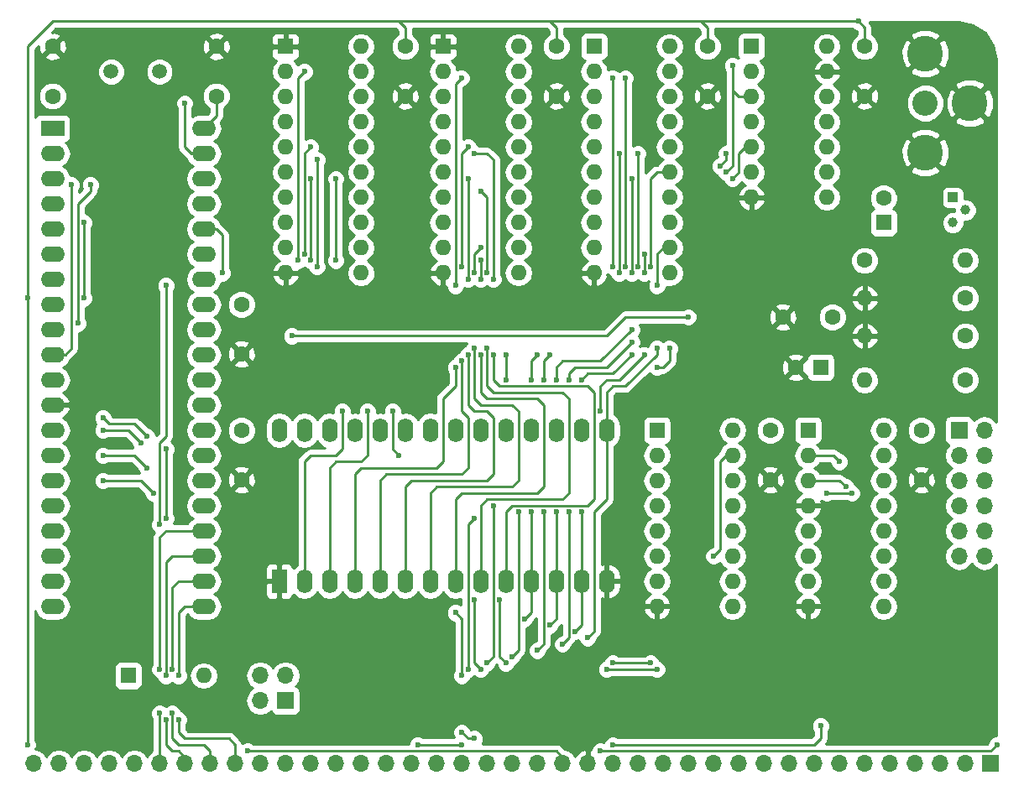
<source format=gbl>
G04 #@! TF.FileFunction,Copper,L2,Bot,Signal*
%FSLAX46Y46*%
G04 Gerber Fmt 4.6, Leading zero omitted, Abs format (unit mm)*
G04 Created by KiCad (PCBNEW 4.0.7) date 01/29/20 23:24:51*
%MOMM*%
%LPD*%
G01*
G04 APERTURE LIST*
%ADD10C,0.100000*%
%ADD11R,1.600000X1.600000*%
%ADD12C,1.600000*%
%ADD13R,1.700000X1.700000*%
%ADD14O,1.700000X1.700000*%
%ADD15O,1.600000X1.600000*%
%ADD16C,1.500000*%
%ADD17C,2.550000*%
%ADD18C,3.616000*%
%ADD19C,1.000000*%
%ADD20R,1.000000X1.000000*%
%ADD21R,2.400000X1.600000*%
%ADD22O,2.400000X1.600000*%
%ADD23R,1.600000X2.400000*%
%ADD24O,1.600000X2.400000*%
%ADD25C,0.600000*%
%ADD26C,0.250000*%
%ADD27C,0.254000*%
G04 APERTURE END LIST*
D10*
D11*
X175895000Y-107315000D03*
D12*
X173395000Y-107315000D03*
D13*
X193040000Y-147320000D03*
D14*
X190500000Y-147320000D03*
X187960000Y-147320000D03*
X185420000Y-147320000D03*
X182880000Y-147320000D03*
X180340000Y-147320000D03*
X177800000Y-147320000D03*
X175260000Y-147320000D03*
X172720000Y-147320000D03*
X170180000Y-147320000D03*
X167640000Y-147320000D03*
X165100000Y-147320000D03*
X162560000Y-147320000D03*
X160020000Y-147320000D03*
X157480000Y-147320000D03*
X154940000Y-147320000D03*
X152400000Y-147320000D03*
X149860000Y-147320000D03*
X147320000Y-147320000D03*
X144780000Y-147320000D03*
X142240000Y-147320000D03*
X139700000Y-147320000D03*
X137160000Y-147320000D03*
X134620000Y-147320000D03*
X132080000Y-147320000D03*
X129540000Y-147320000D03*
X127000000Y-147320000D03*
X124460000Y-147320000D03*
X121920000Y-147320000D03*
X119380000Y-147320000D03*
X116840000Y-147320000D03*
X114300000Y-147320000D03*
X111760000Y-147320000D03*
X109220000Y-147320000D03*
X106680000Y-147320000D03*
X104140000Y-147320000D03*
X101600000Y-147320000D03*
X99060000Y-147320000D03*
X96520000Y-147320000D03*
D11*
X174625000Y-113665000D03*
D15*
X182245000Y-131445000D03*
X174625000Y-116205000D03*
X182245000Y-128905000D03*
X174625000Y-118745000D03*
X182245000Y-126365000D03*
X174625000Y-121285000D03*
X182245000Y-123825000D03*
X174625000Y-123825000D03*
X182245000Y-121285000D03*
X174625000Y-126365000D03*
X182245000Y-118745000D03*
X174625000Y-128905000D03*
X182245000Y-116205000D03*
X174625000Y-131445000D03*
X182245000Y-113665000D03*
D11*
X159385000Y-113665000D03*
D15*
X167005000Y-131445000D03*
X159385000Y-116205000D03*
X167005000Y-128905000D03*
X159385000Y-118745000D03*
X167005000Y-126365000D03*
X159385000Y-121285000D03*
X167005000Y-123825000D03*
X159385000Y-123825000D03*
X167005000Y-121285000D03*
X159385000Y-126365000D03*
X167005000Y-118745000D03*
X159385000Y-128905000D03*
X167005000Y-116205000D03*
X159385000Y-131445000D03*
X167005000Y-113665000D03*
D13*
X189865000Y-113665000D03*
D14*
X192405000Y-113665000D03*
X189865000Y-116205000D03*
X192405000Y-116205000D03*
X189865000Y-118745000D03*
X192405000Y-118745000D03*
X189865000Y-121285000D03*
X192405000Y-121285000D03*
X189865000Y-123825000D03*
X192405000Y-123825000D03*
X189865000Y-126365000D03*
X192405000Y-126365000D03*
D12*
X117475000Y-100965000D03*
X117475000Y-105965000D03*
X186055000Y-113665000D03*
X186055000Y-118665000D03*
X117475000Y-113665000D03*
X117475000Y-118665000D03*
X170815000Y-113665000D03*
X170815000Y-118665000D03*
X190500000Y-100330000D03*
D15*
X180340000Y-100330000D03*
D12*
X190500000Y-104140000D03*
D15*
X180340000Y-104140000D03*
D12*
X180340000Y-96520000D03*
D15*
X190500000Y-96520000D03*
D16*
X109220000Y-77470000D03*
X104340000Y-77470000D03*
D12*
X149225000Y-74930000D03*
X149225000Y-79930000D03*
X133985000Y-74930000D03*
X133985000Y-79930000D03*
X164465000Y-74930000D03*
X164465000Y-79930000D03*
X98425000Y-74930000D03*
X98425000Y-79930000D03*
X114935000Y-74930000D03*
X114935000Y-79930000D03*
X172085000Y-102235000D03*
X177085000Y-102235000D03*
D11*
X182245000Y-92710000D03*
D12*
X182245000Y-90210000D03*
D11*
X106045000Y-138430000D03*
D15*
X113665000Y-138430000D03*
D13*
X121920000Y-140970000D03*
D14*
X119380000Y-140970000D03*
X121920000Y-138430000D03*
X119380000Y-138430000D03*
D17*
X186455000Y-80645000D03*
D18*
X186455000Y-85645000D03*
X186455000Y-75645000D03*
X190955000Y-80645000D03*
D19*
X190500000Y-91440000D03*
X189230000Y-92710000D03*
D20*
X189230000Y-90170000D03*
D21*
X98425000Y-83185000D03*
D22*
X113665000Y-131445000D03*
X98425000Y-85725000D03*
X113665000Y-128905000D03*
X98425000Y-88265000D03*
X113665000Y-126365000D03*
X98425000Y-90805000D03*
X113665000Y-123825000D03*
X98425000Y-93345000D03*
X113665000Y-121285000D03*
X98425000Y-95885000D03*
X113665000Y-118745000D03*
X98425000Y-98425000D03*
X113665000Y-116205000D03*
X98425000Y-100965000D03*
X113665000Y-113665000D03*
X98425000Y-103505000D03*
X113665000Y-111125000D03*
X98425000Y-106045000D03*
X113665000Y-108585000D03*
X98425000Y-108585000D03*
X113665000Y-106045000D03*
X98425000Y-111125000D03*
X113665000Y-103505000D03*
X98425000Y-113665000D03*
X113665000Y-100965000D03*
X98425000Y-116205000D03*
X113665000Y-98425000D03*
X98425000Y-118745000D03*
X113665000Y-95885000D03*
X98425000Y-121285000D03*
X113665000Y-93345000D03*
X98425000Y-123825000D03*
X113665000Y-90805000D03*
X98425000Y-126365000D03*
X113665000Y-88265000D03*
X98425000Y-128905000D03*
X113665000Y-85725000D03*
X98425000Y-131445000D03*
X113665000Y-83185000D03*
D23*
X121285000Y-128905000D03*
D24*
X154305000Y-113665000D03*
X123825000Y-128905000D03*
X151765000Y-113665000D03*
X126365000Y-128905000D03*
X149225000Y-113665000D03*
X128905000Y-128905000D03*
X146685000Y-113665000D03*
X131445000Y-128905000D03*
X144145000Y-113665000D03*
X133985000Y-128905000D03*
X141605000Y-113665000D03*
X136525000Y-128905000D03*
X139065000Y-113665000D03*
X139065000Y-128905000D03*
X136525000Y-113665000D03*
X141605000Y-128905000D03*
X133985000Y-113665000D03*
X144145000Y-128905000D03*
X131445000Y-113665000D03*
X146685000Y-128905000D03*
X128905000Y-113665000D03*
X149225000Y-128905000D03*
X126365000Y-113665000D03*
X151765000Y-128905000D03*
X123825000Y-113665000D03*
X154305000Y-128905000D03*
X121285000Y-113665000D03*
D11*
X168910000Y-74930000D03*
D15*
X176530000Y-90170000D03*
X168910000Y-77470000D03*
X176530000Y-87630000D03*
X168910000Y-80010000D03*
X176530000Y-85090000D03*
X168910000Y-82550000D03*
X176530000Y-82550000D03*
X168910000Y-85090000D03*
X176530000Y-80010000D03*
X168910000Y-87630000D03*
X176530000Y-77470000D03*
X168910000Y-90170000D03*
X176530000Y-74930000D03*
D11*
X137795000Y-74930000D03*
D15*
X145415000Y-97790000D03*
X137795000Y-77470000D03*
X145415000Y-95250000D03*
X137795000Y-80010000D03*
X145415000Y-92710000D03*
X137795000Y-82550000D03*
X145415000Y-90170000D03*
X137795000Y-85090000D03*
X145415000Y-87630000D03*
X137795000Y-87630000D03*
X145415000Y-85090000D03*
X137795000Y-90170000D03*
X145415000Y-82550000D03*
X137795000Y-92710000D03*
X145415000Y-80010000D03*
X137795000Y-95250000D03*
X145415000Y-77470000D03*
X137795000Y-97790000D03*
X145415000Y-74930000D03*
D11*
X121920000Y-74930000D03*
D15*
X129540000Y-97790000D03*
X121920000Y-77470000D03*
X129540000Y-95250000D03*
X121920000Y-80010000D03*
X129540000Y-92710000D03*
X121920000Y-82550000D03*
X129540000Y-90170000D03*
X121920000Y-85090000D03*
X129540000Y-87630000D03*
X121920000Y-87630000D03*
X129540000Y-85090000D03*
X121920000Y-90170000D03*
X129540000Y-82550000D03*
X121920000Y-92710000D03*
X129540000Y-80010000D03*
X121920000Y-95250000D03*
X129540000Y-77470000D03*
X121920000Y-97790000D03*
X129540000Y-74930000D03*
D11*
X153035000Y-74930000D03*
D15*
X160655000Y-97790000D03*
X153035000Y-77470000D03*
X160655000Y-95250000D03*
X153035000Y-80010000D03*
X160655000Y-92710000D03*
X153035000Y-82550000D03*
X160655000Y-90170000D03*
X153035000Y-85090000D03*
X160655000Y-87630000D03*
X153035000Y-87630000D03*
X160655000Y-85090000D03*
X153035000Y-90170000D03*
X160655000Y-82550000D03*
X153035000Y-92710000D03*
X160655000Y-80010000D03*
X153035000Y-95250000D03*
X160655000Y-77470000D03*
X153035000Y-97790000D03*
X160655000Y-74930000D03*
D12*
X180340000Y-74930000D03*
X180340000Y-79930000D03*
X190500000Y-108585000D03*
D15*
X180340000Y-108585000D03*
D25*
X179705000Y-72390000D03*
X95885000Y-100330000D03*
X95885000Y-145415000D03*
X193675000Y-145415000D03*
X153670000Y-146050000D03*
X118110000Y-146050000D03*
X178435000Y-119380000D03*
X177800000Y-116840000D03*
X107315000Y-114935000D03*
X109855000Y-115570000D03*
X109855000Y-122555000D03*
X103505000Y-113665000D03*
X175895000Y-143510000D03*
X154940000Y-145415000D03*
X139700000Y-145415000D03*
X135255000Y-145415000D03*
X140335000Y-137795000D03*
X140970000Y-122555000D03*
X111125000Y-138430000D03*
X111125000Y-142875000D03*
X110490000Y-137795000D03*
X110490000Y-142240000D03*
X109855000Y-138430000D03*
X109855000Y-142875000D03*
X109220000Y-142240000D03*
X109220000Y-137795000D03*
X179070000Y-120015000D03*
X176530000Y-120015000D03*
X139700000Y-138430000D03*
X139065000Y-132080000D03*
X109855000Y-99060000D03*
X139700000Y-144145000D03*
X140970000Y-144780000D03*
X109220000Y-123190000D03*
X162560000Y-102235000D03*
X115570000Y-97790000D03*
X122555000Y-104140000D03*
X167005000Y-88265000D03*
X156210000Y-97155000D03*
X148590000Y-106045000D03*
X147955000Y-108585000D03*
X146050000Y-132715000D03*
X146685000Y-121920000D03*
X156210000Y-78105000D03*
X156845000Y-104775000D03*
X157480000Y-97155000D03*
X150495000Y-108585000D03*
X149225000Y-121920000D03*
X148590000Y-133350000D03*
X157480000Y-85725000D03*
X158115000Y-106045000D03*
X158750000Y-97155000D03*
X151130000Y-133985000D03*
X151765000Y-121920000D03*
X153670000Y-111760000D03*
X159385000Y-105410000D03*
X159385000Y-99060000D03*
X152400000Y-134620000D03*
X156845000Y-106045000D03*
X158115000Y-97790000D03*
X151765000Y-108585000D03*
X150495000Y-121920000D03*
X149860000Y-135255000D03*
X158115000Y-95885000D03*
X156845000Y-103505000D03*
X156845000Y-97790000D03*
X149225000Y-108585000D03*
X147320000Y-135890000D03*
X147955000Y-121920000D03*
X156845000Y-88265000D03*
X166370000Y-87630000D03*
X103505000Y-112395000D03*
X107950000Y-114300000D03*
X167005000Y-76835000D03*
X147320000Y-106045000D03*
X155575000Y-97790000D03*
X146685000Y-108585000D03*
X144780000Y-136525000D03*
X145415000Y-121920000D03*
X155575000Y-85725000D03*
X154940000Y-97155000D03*
X144145000Y-106045000D03*
X144145000Y-108585000D03*
X142240000Y-137160000D03*
X142875000Y-121285000D03*
X154940000Y-78105000D03*
X165100000Y-126365000D03*
X154940000Y-137160000D03*
X107950000Y-117475000D03*
X103505000Y-116205000D03*
X144145000Y-137160000D03*
X143510000Y-130810000D03*
X158750000Y-137160000D03*
X154305000Y-137795000D03*
X159385000Y-137795000D03*
X141605000Y-137795000D03*
X140970000Y-130810000D03*
X108585000Y-120015000D03*
X103505000Y-118745000D03*
X160655000Y-105410000D03*
X159385000Y-107315000D03*
X166370000Y-85725000D03*
X165735000Y-86995000D03*
X111760000Y-80645000D03*
X101600000Y-100330000D03*
X101600000Y-92710000D03*
X102235000Y-88900000D03*
X100965000Y-102870000D03*
X100330000Y-88900000D03*
X127635000Y-111760000D03*
X123825000Y-95885000D03*
X124460000Y-85090000D03*
X130175000Y-111760000D03*
X125095000Y-97155000D03*
X125095000Y-86360000D03*
X139065000Y-107315000D03*
X139065000Y-99060000D03*
X139700000Y-78105000D03*
X139700000Y-97155000D03*
X139700000Y-106680000D03*
X140335000Y-85090000D03*
X140335000Y-106045000D03*
X140335000Y-98425000D03*
X140335000Y-88265000D03*
X140970000Y-97790000D03*
X140970000Y-105410000D03*
X141605000Y-95250000D03*
X132715000Y-111760000D03*
X133350000Y-116205000D03*
X141605000Y-98425000D03*
X141605000Y-106045000D03*
X141605000Y-96520000D03*
X142240000Y-97790000D03*
X142240000Y-105410000D03*
X141605000Y-89535000D03*
X127000000Y-96520000D03*
X127000000Y-88265000D03*
X142875000Y-98425000D03*
X142875000Y-106045000D03*
X140970000Y-85725000D03*
X124460000Y-96520000D03*
X124460000Y-88265000D03*
X123190000Y-96520000D03*
X123825000Y-77470000D03*
D26*
X97790000Y-73025000D02*
X98425000Y-72390000D01*
X98425000Y-72390000D02*
X99060000Y-72390000D01*
X95885000Y-75565000D02*
X95885000Y-74930000D01*
X95885000Y-74930000D02*
X96520000Y-74295000D01*
X97790000Y-73025000D02*
X96520000Y-74295000D01*
X95885000Y-75565000D02*
X95885000Y-100330000D01*
X95885000Y-100330000D02*
X95885000Y-145415000D01*
X180340000Y-74930000D02*
X180340000Y-73025000D01*
X180340000Y-73025000D02*
X179705000Y-72390000D01*
X164465000Y-74930000D02*
X164465000Y-73025000D01*
X164465000Y-73025000D02*
X163830000Y-72390000D01*
X149225000Y-74930000D02*
X149225000Y-73025000D01*
X149225000Y-73025000D02*
X148590000Y-72390000D01*
X133985000Y-74930000D02*
X133985000Y-73025000D01*
X133985000Y-73025000D02*
X133350000Y-72390000D01*
X163830000Y-72390000D02*
X179705000Y-72390000D01*
X148590000Y-72390000D02*
X163830000Y-72390000D01*
X133350000Y-72390000D02*
X148590000Y-72390000D01*
X133350000Y-72390000D02*
X99060000Y-72390000D01*
X163830000Y-146050000D02*
X193040000Y-146050000D01*
X193040000Y-146050000D02*
X193675000Y-145415000D01*
X153670000Y-146050000D02*
X163830000Y-146050000D01*
X149225000Y-146050000D02*
X149860000Y-146685000D01*
X149225000Y-146050000D02*
X128270000Y-146050000D01*
X128270000Y-146050000D02*
X118110000Y-146050000D01*
X177800000Y-118745000D02*
X178435000Y-119380000D01*
X177800000Y-118745000D02*
X174625000Y-118745000D01*
X177165000Y-116205000D02*
X177800000Y-116840000D01*
X174625000Y-116205000D02*
X177165000Y-116205000D01*
X107315000Y-114935000D02*
X106045000Y-113665000D01*
X109855000Y-122555000D02*
X109855000Y-115570000D01*
X106045000Y-113665000D02*
X103505000Y-113665000D01*
X175895000Y-144780000D02*
X175895000Y-143510000D01*
X175260000Y-145415000D02*
X175895000Y-144780000D01*
X174625000Y-145415000D02*
X175260000Y-145415000D01*
X154940000Y-145415000D02*
X174625000Y-145415000D01*
X139700000Y-145415000D02*
X135255000Y-145415000D01*
X140335000Y-123190000D02*
X140335000Y-137795000D01*
X140970000Y-122555000D02*
X140335000Y-123190000D01*
X111760000Y-131445000D02*
X111125000Y-132080000D01*
X111125000Y-144145000D02*
X111125000Y-142875000D01*
X116840000Y-147320000D02*
X116840000Y-145415000D01*
X116205000Y-144780000D02*
X116840000Y-145415000D01*
X111760000Y-144780000D02*
X116205000Y-144780000D01*
X111125000Y-144145000D02*
X111760000Y-144780000D01*
X111760000Y-131445000D02*
X113665000Y-131445000D01*
X111125000Y-132080000D02*
X111125000Y-138430000D01*
X113665000Y-128905000D02*
X111125000Y-128905000D01*
X110490000Y-129540000D02*
X110490000Y-137795000D01*
X111125000Y-128905000D02*
X110490000Y-129540000D01*
X114300000Y-147320000D02*
X114300000Y-146050000D01*
X110490000Y-144780000D02*
X110490000Y-142240000D01*
X110490000Y-144780000D02*
X111125000Y-145415000D01*
X111125000Y-145415000D02*
X113665000Y-145415000D01*
X113665000Y-145415000D02*
X114300000Y-146050000D01*
X109855000Y-138430000D02*
X109855000Y-127000000D01*
X110490000Y-126365000D02*
X113665000Y-126365000D01*
X109855000Y-127000000D02*
X110490000Y-126365000D01*
X111760000Y-146685000D02*
X111125000Y-146050000D01*
X110490000Y-146050000D02*
X111125000Y-146050000D01*
X109855000Y-145415000D02*
X110490000Y-146050000D01*
X109855000Y-145415000D02*
X109855000Y-142875000D01*
X111760000Y-146685000D02*
X111760000Y-147320000D01*
X113665000Y-123825000D02*
X109855000Y-123825000D01*
X109855000Y-123825000D02*
X109220000Y-124460000D01*
X109220000Y-124460000D02*
X109220000Y-137795000D01*
X109220000Y-142240000D02*
X109220000Y-147320000D01*
X176530000Y-120015000D02*
X179070000Y-120015000D01*
X139700000Y-132715000D02*
X139065000Y-132080000D01*
X139700000Y-132715000D02*
X139700000Y-138430000D01*
X109220000Y-114935000D02*
X109855000Y-114300000D01*
X109855000Y-114300000D02*
X109855000Y-99060000D01*
X140335000Y-144780000D02*
X139700000Y-144145000D01*
X140970000Y-144780000D02*
X140335000Y-144780000D01*
X109220000Y-123190000D02*
X109220000Y-114935000D01*
X156210000Y-102235000D02*
X162560000Y-102235000D01*
X114935000Y-93345000D02*
X115570000Y-93980000D01*
X115570000Y-93980000D02*
X115570000Y-97790000D01*
X114935000Y-93345000D02*
X113665000Y-93345000D01*
X154940000Y-103505000D02*
X156210000Y-102235000D01*
X154305000Y-104140000D02*
X154940000Y-103505000D01*
X140970000Y-104140000D02*
X154305000Y-104140000D01*
X140970000Y-104140000D02*
X122555000Y-104140000D01*
X168910000Y-85090000D02*
X168275000Y-85090000D01*
X168275000Y-85090000D02*
X167640000Y-85725000D01*
X167640000Y-85725000D02*
X167640000Y-87630000D01*
X167640000Y-87630000D02*
X167005000Y-88265000D01*
X147955000Y-106680000D02*
X147955000Y-108585000D01*
X148590000Y-106045000D02*
X147955000Y-106680000D01*
X146685000Y-128905000D02*
X146685000Y-132080000D01*
X146685000Y-132080000D02*
X146050000Y-132715000D01*
X146685000Y-121920000D02*
X146685000Y-128905000D01*
X156210000Y-97155000D02*
X156210000Y-78105000D01*
X156845000Y-104775000D02*
X154305000Y-107315000D01*
X151130000Y-107315000D02*
X153035000Y-107315000D01*
X150495000Y-107950000D02*
X151130000Y-107315000D01*
X150495000Y-108585000D02*
X150495000Y-107950000D01*
X149225000Y-121920000D02*
X149225000Y-128905000D01*
X153035000Y-107315000D02*
X154305000Y-107315000D01*
X149225000Y-128905000D02*
X149225000Y-132715000D01*
X149225000Y-132715000D02*
X148590000Y-133350000D01*
X157480000Y-97155000D02*
X157480000Y-85725000D01*
X158115000Y-106045000D02*
X155575000Y-108585000D01*
X155575000Y-108585000D02*
X154305000Y-108585000D01*
X154305000Y-108585000D02*
X153670000Y-109220000D01*
X153670000Y-109220000D02*
X153670000Y-110490000D01*
X151765000Y-128905000D02*
X151765000Y-133350000D01*
X151765000Y-133350000D02*
X151130000Y-133985000D01*
X151765000Y-121920000D02*
X151765000Y-128905000D01*
X153670000Y-111760000D02*
X153670000Y-110490000D01*
X159385000Y-87630000D02*
X160655000Y-87630000D01*
X158750000Y-88265000D02*
X159385000Y-87630000D01*
X158750000Y-97155000D02*
X158750000Y-88265000D01*
X159385000Y-106045000D02*
X156210000Y-109220000D01*
X156210000Y-109220000D02*
X154940000Y-109220000D01*
X154940000Y-109220000D02*
X154305000Y-109855000D01*
X154305000Y-109855000D02*
X154305000Y-111125000D01*
X159385000Y-99060000D02*
X159385000Y-95885000D01*
X159385000Y-106045000D02*
X159385000Y-105410000D01*
X159385000Y-95885000D02*
X160020000Y-95250000D01*
X153035000Y-121920000D02*
X154305000Y-120650000D01*
X153035000Y-133985000D02*
X152400000Y-134620000D01*
X153035000Y-133985000D02*
X153035000Y-121920000D01*
X154305000Y-120650000D02*
X154305000Y-113665000D01*
X154305000Y-113665000D02*
X154305000Y-111125000D01*
X160020000Y-95250000D02*
X160655000Y-95250000D01*
X156845000Y-106045000D02*
X154940000Y-107950000D01*
X153670000Y-107950000D02*
X152400000Y-107950000D01*
X152400000Y-107950000D02*
X151765000Y-108585000D01*
X149860000Y-135255000D02*
X150495000Y-134620000D01*
X150495000Y-134620000D02*
X150495000Y-130810000D01*
X150495000Y-121920000D02*
X150495000Y-130810000D01*
X154940000Y-107950000D02*
X153670000Y-107950000D01*
X158115000Y-97790000D02*
X158115000Y-95885000D01*
X156845000Y-103505000D02*
X153670000Y-106680000D01*
X149860000Y-106680000D02*
X152400000Y-106680000D01*
X149225000Y-107315000D02*
X149860000Y-106680000D01*
X149225000Y-108585000D02*
X149225000Y-107315000D01*
X147955000Y-121920000D02*
X147955000Y-135255000D01*
X147955000Y-135255000D02*
X147320000Y-135890000D01*
X153670000Y-106680000D02*
X152400000Y-106680000D01*
X156845000Y-97790000D02*
X156845000Y-88265000D01*
X167005000Y-86995000D02*
X166370000Y-87630000D01*
X167005000Y-79375000D02*
X167005000Y-86995000D01*
X104140000Y-113030000D02*
X103505000Y-112395000D01*
X106680000Y-113030000D02*
X104140000Y-113030000D01*
X107950000Y-114300000D02*
X106680000Y-113030000D01*
X168910000Y-80010000D02*
X167640000Y-80010000D01*
X167640000Y-80010000D02*
X167005000Y-79375000D01*
X167005000Y-79375000D02*
X167005000Y-76835000D01*
X146685000Y-106680000D02*
X147320000Y-106045000D01*
X146685000Y-108585000D02*
X146685000Y-106680000D01*
X145415000Y-132080000D02*
X145415000Y-121920000D01*
X144780000Y-136525000D02*
X145415000Y-135890000D01*
X145415000Y-135890000D02*
X145415000Y-132080000D01*
X155575000Y-97790000D02*
X155575000Y-85725000D01*
X144145000Y-106045000D02*
X144145000Y-108585000D01*
X142875000Y-132080000D02*
X142875000Y-121285000D01*
X142240000Y-137160000D02*
X142875000Y-136525000D01*
X142875000Y-136525000D02*
X142875000Y-132080000D01*
X154940000Y-97155000D02*
X154940000Y-78105000D01*
X165735000Y-125095000D02*
X165735000Y-125730000D01*
X165735000Y-125730000D02*
X165100000Y-126365000D01*
X165735000Y-116840000D02*
X166370000Y-116205000D01*
X165735000Y-125095000D02*
X165735000Y-116840000D01*
X166370000Y-116205000D02*
X167005000Y-116205000D01*
X154940000Y-137160000D02*
X158750000Y-137160000D01*
X107950000Y-117475000D02*
X106680000Y-116205000D01*
X103505000Y-116205000D02*
X106680000Y-116205000D01*
X143510000Y-136525000D02*
X144145000Y-137160000D01*
X143510000Y-130810000D02*
X143510000Y-136525000D01*
X154305000Y-137795000D02*
X159385000Y-137795000D01*
X140970000Y-137160000D02*
X141605000Y-137795000D01*
X140970000Y-130810000D02*
X140970000Y-137160000D01*
X107315000Y-118745000D02*
X108585000Y-120015000D01*
X103505000Y-118745000D02*
X107315000Y-118745000D01*
X160655000Y-106045000D02*
X160655000Y-106680000D01*
X160020000Y-107315000D02*
X159385000Y-107315000D01*
X160655000Y-106680000D02*
X160020000Y-107315000D01*
X160655000Y-105410000D02*
X160655000Y-106045000D01*
X166370000Y-85725000D02*
X166370000Y-86360000D01*
X166370000Y-86360000D02*
X165735000Y-86995000D01*
X113665000Y-85725000D02*
X112395000Y-85725000D01*
X111760000Y-85090000D02*
X112395000Y-85725000D01*
X111760000Y-85090000D02*
X111760000Y-80645000D01*
X114935000Y-79930000D02*
X114935000Y-81915000D01*
X114935000Y-81915000D02*
X113665000Y-83185000D01*
X101600000Y-92710000D02*
X101600000Y-100330000D01*
X102235000Y-89535000D02*
X100965000Y-90805000D01*
X100965000Y-90805000D02*
X100965000Y-92075000D01*
X100965000Y-102870000D02*
X100965000Y-92075000D01*
X102235000Y-88900000D02*
X102235000Y-89535000D01*
X100330000Y-105410000D02*
X99695000Y-106045000D01*
X100330000Y-88900000D02*
X100330000Y-105410000D01*
X99695000Y-106045000D02*
X98425000Y-106045000D01*
X123825000Y-86360000D02*
X123825000Y-85725000D01*
X123825000Y-85725000D02*
X124460000Y-85090000D01*
X123825000Y-95885000D02*
X123825000Y-86360000D01*
X123825000Y-116840000D02*
X124460000Y-116205000D01*
X123825000Y-128905000D02*
X123825000Y-116840000D01*
X127635000Y-115570000D02*
X127635000Y-111760000D01*
X127000000Y-116205000D02*
X127635000Y-115570000D01*
X124460000Y-116205000D02*
X127000000Y-116205000D01*
X125095000Y-87630000D02*
X125095000Y-86360000D01*
X126365000Y-117475000D02*
X127000000Y-116840000D01*
X126365000Y-128905000D02*
X126365000Y-117475000D01*
X130175000Y-116205000D02*
X130175000Y-111760000D01*
X129540000Y-116840000D02*
X130175000Y-116205000D01*
X127000000Y-116840000D02*
X129540000Y-116840000D01*
X125095000Y-97155000D02*
X125095000Y-87630000D01*
X137795000Y-111760000D02*
X137795000Y-110490000D01*
X137795000Y-110490000D02*
X139065000Y-109220000D01*
X137160000Y-117475000D02*
X137795000Y-116840000D01*
X139065000Y-109220000D02*
X139065000Y-107315000D01*
X137795000Y-116840000D02*
X137795000Y-111760000D01*
X139065000Y-99060000D02*
X139065000Y-78740000D01*
X128905000Y-118110000D02*
X129540000Y-117475000D01*
X129540000Y-117475000D02*
X137160000Y-117475000D01*
X128905000Y-128905000D02*
X128905000Y-118110000D01*
X139065000Y-78740000D02*
X139700000Y-78105000D01*
X140335000Y-85090000D02*
X139700000Y-85725000D01*
X139700000Y-106680000D02*
X139700000Y-111760000D01*
X132080000Y-118110000D02*
X139700000Y-118110000D01*
X131445000Y-128905000D02*
X131445000Y-118745000D01*
X131445000Y-118745000D02*
X132080000Y-118110000D01*
X139700000Y-97155000D02*
X139700000Y-85725000D01*
X139700000Y-111760000D02*
X140335000Y-112395000D01*
X140335000Y-112395000D02*
X140335000Y-117475000D01*
X140335000Y-117475000D02*
X139700000Y-118110000D01*
X142240000Y-111760000D02*
X140970000Y-111760000D01*
X142875000Y-112395000D02*
X142240000Y-111760000D01*
X133985000Y-128905000D02*
X133985000Y-119380000D01*
X142875000Y-118110000D02*
X142875000Y-113030000D01*
X142240000Y-118745000D02*
X142875000Y-118110000D01*
X134620000Y-118745000D02*
X142240000Y-118745000D01*
X133985000Y-119380000D02*
X134620000Y-118745000D01*
X142875000Y-113030000D02*
X142875000Y-112395000D01*
X140335000Y-111125000D02*
X140335000Y-106045000D01*
X140335000Y-98425000D02*
X140335000Y-88265000D01*
X140970000Y-111760000D02*
X140335000Y-111125000D01*
X140970000Y-96520000D02*
X140970000Y-95885000D01*
X141605000Y-111125000D02*
X140970000Y-110490000D01*
X142875000Y-111125000D02*
X141605000Y-111125000D01*
X145415000Y-111760000D02*
X144780000Y-111125000D01*
X144780000Y-111125000D02*
X142875000Y-111125000D01*
X136525000Y-120015000D02*
X136525000Y-128905000D01*
X145415000Y-118745000D02*
X145415000Y-112395000D01*
X144780000Y-119380000D02*
X145415000Y-118745000D01*
X137160000Y-119380000D02*
X144780000Y-119380000D01*
X136525000Y-120015000D02*
X137160000Y-119380000D01*
X145415000Y-112395000D02*
X145415000Y-111760000D01*
X140970000Y-110490000D02*
X140970000Y-105410000D01*
X140970000Y-97790000D02*
X140970000Y-96520000D01*
X140970000Y-95885000D02*
X141605000Y-95250000D01*
X132715000Y-114935000D02*
X132715000Y-111760000D01*
X132715000Y-115570000D02*
X133350000Y-116205000D01*
X132715000Y-114935000D02*
X132715000Y-115570000D01*
X141605000Y-97155000D02*
X141605000Y-96520000D01*
X147955000Y-111125000D02*
X147320000Y-110490000D01*
X144780000Y-110490000D02*
X142240000Y-110490000D01*
X139700000Y-120015000D02*
X147320000Y-120015000D01*
X147320000Y-120015000D02*
X147955000Y-119380000D01*
X147955000Y-119380000D02*
X147955000Y-111125000D01*
X139065000Y-128905000D02*
X139065000Y-120650000D01*
X139065000Y-120650000D02*
X139700000Y-120015000D01*
X141605000Y-109855000D02*
X141605000Y-106045000D01*
X142240000Y-110490000D02*
X141605000Y-109855000D01*
X147320000Y-110490000D02*
X144780000Y-110490000D01*
X141605000Y-98425000D02*
X141605000Y-97155000D01*
X145415000Y-109855000D02*
X142875000Y-109855000D01*
X142875000Y-109855000D02*
X142240000Y-109220000D01*
X142240000Y-109220000D02*
X142240000Y-105410000D01*
X150495000Y-111125000D02*
X150495000Y-110490000D01*
X149860000Y-120650000D02*
X150495000Y-120015000D01*
X150495000Y-120015000D02*
X150495000Y-111125000D01*
X141605000Y-128905000D02*
X141605000Y-121285000D01*
X142240000Y-120650000D02*
X147320000Y-120650000D01*
X141605000Y-121285000D02*
X142240000Y-120650000D01*
X147320000Y-120650000D02*
X149860000Y-120650000D01*
X149860000Y-109855000D02*
X145415000Y-109855000D01*
X150495000Y-110490000D02*
X149860000Y-109855000D01*
X142240000Y-90170000D02*
X141605000Y-89535000D01*
X142240000Y-97790000D02*
X142240000Y-90170000D01*
X127000000Y-96520000D02*
X127000000Y-88265000D01*
X144780000Y-109220000D02*
X143510000Y-109220000D01*
X153035000Y-109855000D02*
X152400000Y-109220000D01*
X152400000Y-109220000D02*
X144780000Y-109220000D01*
X147320000Y-121285000D02*
X152400000Y-121285000D01*
X144145000Y-121920000D02*
X144780000Y-121285000D01*
X144780000Y-121285000D02*
X147320000Y-121285000D01*
X144145000Y-128905000D02*
X144145000Y-121920000D01*
X153035000Y-120650000D02*
X153035000Y-111125000D01*
X152400000Y-121285000D02*
X153035000Y-120650000D01*
X153035000Y-111125000D02*
X153035000Y-109855000D01*
X142875000Y-108585000D02*
X142875000Y-106045000D01*
X143510000Y-109220000D02*
X142875000Y-108585000D01*
X142240000Y-85725000D02*
X140970000Y-85725000D01*
X142875000Y-86360000D02*
X142240000Y-85725000D01*
X142875000Y-98425000D02*
X142875000Y-86360000D01*
X124460000Y-96520000D02*
X124460000Y-88265000D01*
X123190000Y-78740000D02*
X123190000Y-78105000D01*
X123190000Y-78105000D02*
X123825000Y-77470000D01*
X123190000Y-96520000D02*
X123190000Y-78740000D01*
D27*
G36*
X191289001Y-72762161D02*
X192496209Y-73568791D01*
X193302839Y-74776001D01*
X193600000Y-76269931D01*
X193600000Y-112788333D01*
X193484147Y-112614946D01*
X193002378Y-112293039D01*
X192434093Y-112180000D01*
X192375907Y-112180000D01*
X191807622Y-112293039D01*
X191325853Y-112614946D01*
X191325029Y-112616179D01*
X191318162Y-112579683D01*
X191179090Y-112363559D01*
X190966890Y-112218569D01*
X190715000Y-112167560D01*
X189015000Y-112167560D01*
X188779683Y-112211838D01*
X188563559Y-112350910D01*
X188418569Y-112563110D01*
X188367560Y-112815000D01*
X188367560Y-114515000D01*
X188411838Y-114750317D01*
X188550910Y-114966441D01*
X188763110Y-115111431D01*
X188830541Y-115125086D01*
X188785853Y-115154946D01*
X188463946Y-115636715D01*
X188350907Y-116205000D01*
X188463946Y-116773285D01*
X188785853Y-117255054D01*
X189115026Y-117475000D01*
X188785853Y-117694946D01*
X188463946Y-118176715D01*
X188350907Y-118745000D01*
X188463946Y-119313285D01*
X188785853Y-119795054D01*
X189115026Y-120015000D01*
X188785853Y-120234946D01*
X188463946Y-120716715D01*
X188350907Y-121285000D01*
X188463946Y-121853285D01*
X188785853Y-122335054D01*
X189115026Y-122555000D01*
X188785853Y-122774946D01*
X188463946Y-123256715D01*
X188350907Y-123825000D01*
X188463946Y-124393285D01*
X188785853Y-124875054D01*
X189115026Y-125095000D01*
X188785853Y-125314946D01*
X188463946Y-125796715D01*
X188350907Y-126365000D01*
X188463946Y-126933285D01*
X188785853Y-127415054D01*
X189267622Y-127736961D01*
X189835907Y-127850000D01*
X189894093Y-127850000D01*
X190462378Y-127736961D01*
X190944147Y-127415054D01*
X191135000Y-127129422D01*
X191325853Y-127415054D01*
X191807622Y-127736961D01*
X192375907Y-127850000D01*
X192434093Y-127850000D01*
X193002378Y-127736961D01*
X193484147Y-127415054D01*
X193600000Y-127241667D01*
X193600000Y-144479934D01*
X193489833Y-144479838D01*
X193146057Y-144621883D01*
X192882808Y-144884673D01*
X192740162Y-145228201D01*
X192740121Y-145275077D01*
X192725198Y-145290000D01*
X176450710Y-145290000D01*
X176597148Y-145070839D01*
X176655000Y-144780000D01*
X176655000Y-144072463D01*
X176687192Y-144040327D01*
X176829838Y-143696799D01*
X176830162Y-143324833D01*
X176688117Y-142981057D01*
X176425327Y-142717808D01*
X176081799Y-142575162D01*
X175709833Y-142574838D01*
X175366057Y-142716883D01*
X175102808Y-142979673D01*
X174960162Y-143323201D01*
X174959838Y-143695167D01*
X175101883Y-144038943D01*
X175135000Y-144072118D01*
X175135000Y-144465198D01*
X174945198Y-144655000D01*
X155502463Y-144655000D01*
X155470327Y-144622808D01*
X155126799Y-144480162D01*
X154754833Y-144479838D01*
X154411057Y-144621883D01*
X154147808Y-144884673D01*
X154023378Y-145184332D01*
X153856799Y-145115162D01*
X153484833Y-145114838D01*
X153141057Y-145256883D01*
X152877808Y-145519673D01*
X152735162Y-145863201D01*
X152735139Y-145890003D01*
X152527000Y-145999845D01*
X152527000Y-147193000D01*
X152547000Y-147193000D01*
X152547000Y-147447000D01*
X152527000Y-147447000D01*
X152527000Y-147467000D01*
X152273000Y-147467000D01*
X152273000Y-147447000D01*
X152253000Y-147447000D01*
X152253000Y-147193000D01*
X152273000Y-147193000D01*
X152273000Y-145999845D01*
X152043110Y-145878524D01*
X151633076Y-146048355D01*
X151204817Y-146438642D01*
X151137702Y-146581553D01*
X150910054Y-146240853D01*
X150428285Y-145918946D01*
X150104304Y-145854502D01*
X149762401Y-145512599D01*
X149515839Y-145347852D01*
X149225000Y-145290000D01*
X141770633Y-145290000D01*
X141904838Y-144966799D01*
X141905162Y-144594833D01*
X141763117Y-144251057D01*
X141500327Y-143987808D01*
X141156799Y-143845162D01*
X140784833Y-143844838D01*
X140616403Y-143914432D01*
X140493117Y-143616057D01*
X140230327Y-143352808D01*
X139886799Y-143210162D01*
X139514833Y-143209838D01*
X139171057Y-143351883D01*
X138907808Y-143614673D01*
X138765162Y-143958201D01*
X138764838Y-144330167D01*
X138899056Y-144655000D01*
X135817463Y-144655000D01*
X135785327Y-144622808D01*
X135441799Y-144480162D01*
X135069833Y-144479838D01*
X134726057Y-144621883D01*
X134462808Y-144884673D01*
X134320162Y-145228201D01*
X134320108Y-145290000D01*
X118672463Y-145290000D01*
X118640327Y-145257808D01*
X118296799Y-145115162D01*
X117924833Y-145114838D01*
X117581057Y-145256883D01*
X117570621Y-145267301D01*
X117542148Y-145124161D01*
X117377401Y-144877599D01*
X116742401Y-144242599D01*
X116495839Y-144077852D01*
X116205000Y-144020000D01*
X112074802Y-144020000D01*
X111885000Y-143830198D01*
X111885000Y-143437463D01*
X111917192Y-143405327D01*
X112059838Y-143061799D01*
X112060162Y-142689833D01*
X111918117Y-142346057D01*
X111655327Y-142082808D01*
X111391446Y-141973235D01*
X111283117Y-141711057D01*
X111020327Y-141447808D01*
X110676799Y-141305162D01*
X110304833Y-141304838D01*
X109961057Y-141446883D01*
X109855046Y-141552710D01*
X109750327Y-141447808D01*
X109406799Y-141305162D01*
X109034833Y-141304838D01*
X108691057Y-141446883D01*
X108427808Y-141709673D01*
X108285162Y-142053201D01*
X108284838Y-142425167D01*
X108426883Y-142768943D01*
X108460000Y-142802118D01*
X108460000Y-146047046D01*
X108169946Y-146240853D01*
X107950000Y-146570026D01*
X107730054Y-146240853D01*
X107248285Y-145918946D01*
X106680000Y-145805907D01*
X106111715Y-145918946D01*
X105629946Y-146240853D01*
X105410000Y-146570026D01*
X105190054Y-146240853D01*
X104708285Y-145918946D01*
X104140000Y-145805907D01*
X103571715Y-145918946D01*
X103089946Y-146240853D01*
X102870000Y-146570026D01*
X102650054Y-146240853D01*
X102168285Y-145918946D01*
X101600000Y-145805907D01*
X101031715Y-145918946D01*
X100549946Y-146240853D01*
X100330000Y-146570026D01*
X100110054Y-146240853D01*
X99628285Y-145918946D01*
X99060000Y-145805907D01*
X98491715Y-145918946D01*
X98009946Y-146240853D01*
X97790000Y-146570026D01*
X97570054Y-146240853D01*
X97088285Y-145918946D01*
X96718675Y-145845426D01*
X96819838Y-145601799D01*
X96820162Y-145229833D01*
X96678117Y-144886057D01*
X96645000Y-144852882D01*
X96645000Y-137630000D01*
X104597560Y-137630000D01*
X104597560Y-139230000D01*
X104641838Y-139465317D01*
X104780910Y-139681441D01*
X104993110Y-139826431D01*
X105245000Y-139877440D01*
X106845000Y-139877440D01*
X107080317Y-139833162D01*
X107296441Y-139694090D01*
X107441431Y-139481890D01*
X107492440Y-139230000D01*
X107492440Y-137630000D01*
X107448162Y-137394683D01*
X107309090Y-137178559D01*
X107096890Y-137033569D01*
X106845000Y-136982560D01*
X105245000Y-136982560D01*
X105009683Y-137026838D01*
X104793559Y-137165910D01*
X104648569Y-137378110D01*
X104597560Y-137630000D01*
X96645000Y-137630000D01*
X96645000Y-131902236D01*
X96663283Y-131994151D01*
X96974352Y-132459698D01*
X97439899Y-132770767D01*
X97989050Y-132880000D01*
X98860950Y-132880000D01*
X99410101Y-132770767D01*
X99875648Y-132459698D01*
X100186717Y-131994151D01*
X100295950Y-131445000D01*
X100186717Y-130895849D01*
X99875648Y-130430302D01*
X99493562Y-130175000D01*
X99875648Y-129919698D01*
X100186717Y-129454151D01*
X100295950Y-128905000D01*
X100186717Y-128355849D01*
X99875648Y-127890302D01*
X99493562Y-127635000D01*
X99875648Y-127379698D01*
X100186717Y-126914151D01*
X100295950Y-126365000D01*
X100186717Y-125815849D01*
X99875648Y-125350302D01*
X99493562Y-125095000D01*
X99875648Y-124839698D01*
X100186717Y-124374151D01*
X100295950Y-123825000D01*
X100186717Y-123275849D01*
X99875648Y-122810302D01*
X99493562Y-122555000D01*
X99875648Y-122299698D01*
X100186717Y-121834151D01*
X100295950Y-121285000D01*
X100186717Y-120735849D01*
X99875648Y-120270302D01*
X99493562Y-120015000D01*
X99875648Y-119759698D01*
X100186717Y-119294151D01*
X100295950Y-118745000D01*
X100186717Y-118195849D01*
X99875648Y-117730302D01*
X99493562Y-117475000D01*
X99875648Y-117219698D01*
X100186717Y-116754151D01*
X100295950Y-116205000D01*
X100186717Y-115655849D01*
X99875648Y-115190302D01*
X99493562Y-114935000D01*
X99875648Y-114679698D01*
X100186717Y-114214151D01*
X100295950Y-113665000D01*
X100186717Y-113115849D01*
X99875648Y-112650302D01*
X99770684Y-112580167D01*
X102569838Y-112580167D01*
X102711883Y-112923943D01*
X102817710Y-113029954D01*
X102712808Y-113134673D01*
X102570162Y-113478201D01*
X102569838Y-113850167D01*
X102711883Y-114193943D01*
X102974673Y-114457192D01*
X103318201Y-114599838D01*
X103690167Y-114600162D01*
X104033943Y-114458117D01*
X104067118Y-114425000D01*
X105730198Y-114425000D01*
X106379878Y-115074680D01*
X106379838Y-115120167D01*
X106514056Y-115445000D01*
X104067463Y-115445000D01*
X104035327Y-115412808D01*
X103691799Y-115270162D01*
X103319833Y-115269838D01*
X102976057Y-115411883D01*
X102712808Y-115674673D01*
X102570162Y-116018201D01*
X102569838Y-116390167D01*
X102711883Y-116733943D01*
X102974673Y-116997192D01*
X103318201Y-117139838D01*
X103690167Y-117140162D01*
X104033943Y-116998117D01*
X104067118Y-116965000D01*
X106365198Y-116965000D01*
X107014878Y-117614680D01*
X107014838Y-117660167D01*
X107149056Y-117985000D01*
X104067463Y-117985000D01*
X104035327Y-117952808D01*
X103691799Y-117810162D01*
X103319833Y-117809838D01*
X102976057Y-117951883D01*
X102712808Y-118214673D01*
X102570162Y-118558201D01*
X102569838Y-118930167D01*
X102711883Y-119273943D01*
X102974673Y-119537192D01*
X103318201Y-119679838D01*
X103690167Y-119680162D01*
X104033943Y-119538117D01*
X104067118Y-119505000D01*
X107000198Y-119505000D01*
X107649878Y-120154680D01*
X107649838Y-120200167D01*
X107791883Y-120543943D01*
X108054673Y-120807192D01*
X108398201Y-120949838D01*
X108460000Y-120949892D01*
X108460000Y-122627537D01*
X108427808Y-122659673D01*
X108285162Y-123003201D01*
X108284838Y-123375167D01*
X108426883Y-123718943D01*
X108661583Y-123954052D01*
X108517852Y-124169161D01*
X108460000Y-124460000D01*
X108460000Y-137232537D01*
X108427808Y-137264673D01*
X108285162Y-137608201D01*
X108284838Y-137980167D01*
X108426883Y-138323943D01*
X108689673Y-138587192D01*
X108953554Y-138696765D01*
X109061883Y-138958943D01*
X109324673Y-139222192D01*
X109668201Y-139364838D01*
X110040167Y-139365162D01*
X110383943Y-139223117D01*
X110489954Y-139117290D01*
X110594673Y-139222192D01*
X110938201Y-139364838D01*
X111310167Y-139365162D01*
X111653943Y-139223117D01*
X111917192Y-138960327D01*
X112059838Y-138616799D01*
X112060000Y-138430000D01*
X112201887Y-138430000D01*
X112311120Y-138979151D01*
X112622189Y-139444698D01*
X113087736Y-139755767D01*
X113636887Y-139865000D01*
X113693113Y-139865000D01*
X114242264Y-139755767D01*
X114707811Y-139444698D01*
X115018880Y-138979151D01*
X115128113Y-138430000D01*
X117865907Y-138430000D01*
X117978946Y-138998285D01*
X118300853Y-139480054D01*
X118630026Y-139700000D01*
X118300853Y-139919946D01*
X117978946Y-140401715D01*
X117865907Y-140970000D01*
X117978946Y-141538285D01*
X118300853Y-142020054D01*
X118782622Y-142341961D01*
X119350907Y-142455000D01*
X119409093Y-142455000D01*
X119977378Y-142341961D01*
X120459147Y-142020054D01*
X120459971Y-142018821D01*
X120466838Y-142055317D01*
X120605910Y-142271441D01*
X120818110Y-142416431D01*
X121070000Y-142467440D01*
X122770000Y-142467440D01*
X123005317Y-142423162D01*
X123221441Y-142284090D01*
X123366431Y-142071890D01*
X123417440Y-141820000D01*
X123417440Y-140120000D01*
X123373162Y-139884683D01*
X123234090Y-139668559D01*
X123021890Y-139523569D01*
X122954459Y-139509914D01*
X122999147Y-139480054D01*
X123321054Y-138998285D01*
X123434093Y-138430000D01*
X123321054Y-137861715D01*
X122999147Y-137379946D01*
X122517378Y-137058039D01*
X121949093Y-136945000D01*
X121890907Y-136945000D01*
X121322622Y-137058039D01*
X120840853Y-137379946D01*
X120650000Y-137665578D01*
X120459147Y-137379946D01*
X119977378Y-137058039D01*
X119409093Y-136945000D01*
X119350907Y-136945000D01*
X118782622Y-137058039D01*
X118300853Y-137379946D01*
X117978946Y-137861715D01*
X117865907Y-138430000D01*
X115128113Y-138430000D01*
X115018880Y-137880849D01*
X114707811Y-137415302D01*
X114242264Y-137104233D01*
X113693113Y-136995000D01*
X113636887Y-136995000D01*
X113087736Y-137104233D01*
X112622189Y-137415302D01*
X112311120Y-137880849D01*
X112201887Y-138430000D01*
X112060000Y-138430000D01*
X112060162Y-138244833D01*
X111918117Y-137901057D01*
X111885000Y-137867882D01*
X111885000Y-132394802D01*
X112056438Y-132223364D01*
X112214352Y-132459698D01*
X112679899Y-132770767D01*
X113229050Y-132880000D01*
X114100950Y-132880000D01*
X114650101Y-132770767D01*
X115115648Y-132459698D01*
X115426717Y-131994151D01*
X115535950Y-131445000D01*
X115426717Y-130895849D01*
X115115648Y-130430302D01*
X114733562Y-130175000D01*
X115115648Y-129919698D01*
X115426717Y-129454151D01*
X115479110Y-129190750D01*
X119850000Y-129190750D01*
X119850000Y-130231309D01*
X119946673Y-130464698D01*
X120125301Y-130643327D01*
X120358690Y-130740000D01*
X120999250Y-130740000D01*
X121158000Y-130581250D01*
X121158000Y-129032000D01*
X120008750Y-129032000D01*
X119850000Y-129190750D01*
X115479110Y-129190750D01*
X115535950Y-128905000D01*
X115426717Y-128355849D01*
X115115648Y-127890302D01*
X114733562Y-127635000D01*
X114817834Y-127578691D01*
X119850000Y-127578691D01*
X119850000Y-128619250D01*
X120008750Y-128778000D01*
X121158000Y-128778000D01*
X121158000Y-127228750D01*
X120999250Y-127070000D01*
X120358690Y-127070000D01*
X120125301Y-127166673D01*
X119946673Y-127345302D01*
X119850000Y-127578691D01*
X114817834Y-127578691D01*
X115115648Y-127379698D01*
X115426717Y-126914151D01*
X115535950Y-126365000D01*
X115426717Y-125815849D01*
X115115648Y-125350302D01*
X114733562Y-125095000D01*
X115115648Y-124839698D01*
X115426717Y-124374151D01*
X115535950Y-123825000D01*
X115426717Y-123275849D01*
X115115648Y-122810302D01*
X114733562Y-122555000D01*
X115115648Y-122299698D01*
X115426717Y-121834151D01*
X115535950Y-121285000D01*
X115426717Y-120735849D01*
X115115648Y-120270302D01*
X114733562Y-120015000D01*
X115115648Y-119759698D01*
X115173748Y-119672745D01*
X116646861Y-119672745D01*
X116720995Y-119918864D01*
X117258223Y-120111965D01*
X117828454Y-120084778D01*
X118229005Y-119918864D01*
X118303139Y-119672745D01*
X117475000Y-118844605D01*
X116646861Y-119672745D01*
X115173748Y-119672745D01*
X115426717Y-119294151D01*
X115535950Y-118745000D01*
X115476918Y-118448223D01*
X116028035Y-118448223D01*
X116055222Y-119018454D01*
X116221136Y-119419005D01*
X116467255Y-119493139D01*
X117295395Y-118665000D01*
X117654605Y-118665000D01*
X118482745Y-119493139D01*
X118728864Y-119419005D01*
X118921965Y-118881777D01*
X118894778Y-118311546D01*
X118728864Y-117910995D01*
X118482745Y-117836861D01*
X117654605Y-118665000D01*
X117295395Y-118665000D01*
X116467255Y-117836861D01*
X116221136Y-117910995D01*
X116028035Y-118448223D01*
X115476918Y-118448223D01*
X115426717Y-118195849D01*
X115115648Y-117730302D01*
X115006326Y-117657255D01*
X116646861Y-117657255D01*
X117475000Y-118485395D01*
X118303139Y-117657255D01*
X118229005Y-117411136D01*
X117691777Y-117218035D01*
X117121546Y-117245222D01*
X116720995Y-117411136D01*
X116646861Y-117657255D01*
X115006326Y-117657255D01*
X114733562Y-117475000D01*
X115115648Y-117219698D01*
X115426717Y-116754151D01*
X115535950Y-116205000D01*
X115426717Y-115655849D01*
X115115648Y-115190302D01*
X114733562Y-114935000D01*
X115115648Y-114679698D01*
X115426717Y-114214151D01*
X115479421Y-113949187D01*
X116039752Y-113949187D01*
X116257757Y-114476800D01*
X116661077Y-114880824D01*
X117188309Y-115099750D01*
X117759187Y-115100248D01*
X118286800Y-114882243D01*
X118690824Y-114478923D01*
X118909750Y-113951691D01*
X118910248Y-113380813D01*
X118847541Y-113229050D01*
X119850000Y-113229050D01*
X119850000Y-114100950D01*
X119959233Y-114650101D01*
X120270302Y-115115648D01*
X120735849Y-115426717D01*
X121285000Y-115535950D01*
X121834151Y-115426717D01*
X122299698Y-115115648D01*
X122555000Y-114733562D01*
X122810302Y-115115648D01*
X123275849Y-115426717D01*
X123825000Y-115535950D01*
X124374151Y-115426717D01*
X124839698Y-115115648D01*
X125095000Y-114733562D01*
X125350302Y-115115648D01*
X125815849Y-115426717D01*
X125907764Y-115445000D01*
X124460000Y-115445000D01*
X124169161Y-115502852D01*
X123922599Y-115667599D01*
X123287599Y-116302599D01*
X123122852Y-116549161D01*
X123065000Y-116840000D01*
X123065000Y-127284168D01*
X122810302Y-127454352D01*
X122720000Y-127589498D01*
X122720000Y-127578691D01*
X122623327Y-127345302D01*
X122444699Y-127166673D01*
X122211310Y-127070000D01*
X121570750Y-127070000D01*
X121412000Y-127228750D01*
X121412000Y-128778000D01*
X121432000Y-128778000D01*
X121432000Y-129032000D01*
X121412000Y-129032000D01*
X121412000Y-130581250D01*
X121570750Y-130740000D01*
X122211310Y-130740000D01*
X122444699Y-130643327D01*
X122623327Y-130464698D01*
X122720000Y-130231309D01*
X122720000Y-130220502D01*
X122810302Y-130355648D01*
X123275849Y-130666717D01*
X123825000Y-130775950D01*
X124374151Y-130666717D01*
X124839698Y-130355648D01*
X125095000Y-129973562D01*
X125350302Y-130355648D01*
X125815849Y-130666717D01*
X126365000Y-130775950D01*
X126914151Y-130666717D01*
X127379698Y-130355648D01*
X127635000Y-129973562D01*
X127890302Y-130355648D01*
X128355849Y-130666717D01*
X128905000Y-130775950D01*
X129454151Y-130666717D01*
X129919698Y-130355648D01*
X130175000Y-129973562D01*
X130430302Y-130355648D01*
X130895849Y-130666717D01*
X131445000Y-130775950D01*
X131994151Y-130666717D01*
X132459698Y-130355648D01*
X132715000Y-129973562D01*
X132970302Y-130355648D01*
X133435849Y-130666717D01*
X133985000Y-130775950D01*
X134534151Y-130666717D01*
X134999698Y-130355648D01*
X135255000Y-129973562D01*
X135510302Y-130355648D01*
X135975849Y-130666717D01*
X136525000Y-130775950D01*
X137074151Y-130666717D01*
X137539698Y-130355648D01*
X137795000Y-129973562D01*
X138050302Y-130355648D01*
X138515849Y-130666717D01*
X139065000Y-130775950D01*
X139575000Y-130674505D01*
X139575000Y-131279367D01*
X139251799Y-131145162D01*
X138879833Y-131144838D01*
X138536057Y-131286883D01*
X138272808Y-131549673D01*
X138130162Y-131893201D01*
X138129838Y-132265167D01*
X138271883Y-132608943D01*
X138534673Y-132872192D01*
X138878201Y-133014838D01*
X138925077Y-133014879D01*
X138940000Y-133029802D01*
X138940000Y-137867537D01*
X138907808Y-137899673D01*
X138765162Y-138243201D01*
X138764838Y-138615167D01*
X138906883Y-138958943D01*
X139169673Y-139222192D01*
X139513201Y-139364838D01*
X139885167Y-139365162D01*
X140228943Y-139223117D01*
X140492192Y-138960327D01*
X140601765Y-138696446D01*
X140863943Y-138588117D01*
X140969954Y-138482290D01*
X141074673Y-138587192D01*
X141418201Y-138729838D01*
X141790167Y-138730162D01*
X142133943Y-138588117D01*
X142397192Y-138325327D01*
X142506765Y-138061446D01*
X142768943Y-137953117D01*
X143032192Y-137690327D01*
X143174838Y-137346799D01*
X143174879Y-137299923D01*
X143192500Y-137282302D01*
X143209878Y-137299680D01*
X143209838Y-137345167D01*
X143351883Y-137688943D01*
X143614673Y-137952192D01*
X143958201Y-138094838D01*
X144330167Y-138095162D01*
X144608476Y-137980167D01*
X153369838Y-137980167D01*
X153511883Y-138323943D01*
X153774673Y-138587192D01*
X154118201Y-138729838D01*
X154490167Y-138730162D01*
X154833943Y-138588117D01*
X154867118Y-138555000D01*
X158822537Y-138555000D01*
X158854673Y-138587192D01*
X159198201Y-138729838D01*
X159570167Y-138730162D01*
X159913943Y-138588117D01*
X160177192Y-138325327D01*
X160319838Y-137981799D01*
X160320162Y-137609833D01*
X160178117Y-137266057D01*
X159915327Y-137002808D01*
X159651446Y-136893235D01*
X159543117Y-136631057D01*
X159280327Y-136367808D01*
X158936799Y-136225162D01*
X158564833Y-136224838D01*
X158221057Y-136366883D01*
X158187882Y-136400000D01*
X155502463Y-136400000D01*
X155470327Y-136367808D01*
X155126799Y-136225162D01*
X154754833Y-136224838D01*
X154411057Y-136366883D01*
X154147808Y-136629673D01*
X154038235Y-136893554D01*
X153776057Y-137001883D01*
X153512808Y-137264673D01*
X153370162Y-137608201D01*
X153369838Y-137980167D01*
X144608476Y-137980167D01*
X144673943Y-137953117D01*
X144937192Y-137690327D01*
X145046765Y-137426446D01*
X145308943Y-137318117D01*
X145572192Y-137055327D01*
X145714838Y-136711799D01*
X145714879Y-136664923D01*
X145952401Y-136427401D01*
X146117148Y-136180839D01*
X146175000Y-135890000D01*
X146175000Y-133650110D01*
X146235167Y-133650162D01*
X146578943Y-133508117D01*
X146842192Y-133245327D01*
X146984838Y-132901799D01*
X146984879Y-132854923D01*
X147195000Y-132644802D01*
X147195000Y-134940198D01*
X147180320Y-134954878D01*
X147134833Y-134954838D01*
X146791057Y-135096883D01*
X146527808Y-135359673D01*
X146385162Y-135703201D01*
X146384838Y-136075167D01*
X146526883Y-136418943D01*
X146789673Y-136682192D01*
X147133201Y-136824838D01*
X147505167Y-136825162D01*
X147848943Y-136683117D01*
X148112192Y-136420327D01*
X148254838Y-136076799D01*
X148254879Y-136029923D01*
X148492401Y-135792401D01*
X148657148Y-135545839D01*
X148715000Y-135255000D01*
X148715000Y-134285110D01*
X148775167Y-134285162D01*
X149118943Y-134143117D01*
X149382192Y-133880327D01*
X149524838Y-133536799D01*
X149524879Y-133489923D01*
X149735000Y-133279802D01*
X149735000Y-134305198D01*
X149720320Y-134319878D01*
X149674833Y-134319838D01*
X149331057Y-134461883D01*
X149067808Y-134724673D01*
X148925162Y-135068201D01*
X148924838Y-135440167D01*
X149066883Y-135783943D01*
X149329673Y-136047192D01*
X149673201Y-136189838D01*
X150045167Y-136190162D01*
X150388943Y-136048117D01*
X150652192Y-135785327D01*
X150794838Y-135441799D01*
X150794879Y-135394923D01*
X151032401Y-135157401D01*
X151190991Y-134920054D01*
X151315167Y-134920162D01*
X151483597Y-134850568D01*
X151606883Y-135148943D01*
X151869673Y-135412192D01*
X152213201Y-135554838D01*
X152585167Y-135555162D01*
X152928943Y-135413117D01*
X153192192Y-135150327D01*
X153334838Y-134806799D01*
X153334879Y-134759923D01*
X153572401Y-134522401D01*
X153737148Y-134275839D01*
X153795000Y-133985000D01*
X153795000Y-131794039D01*
X157993096Y-131794039D01*
X158153959Y-132182423D01*
X158529866Y-132597389D01*
X159035959Y-132836914D01*
X159258000Y-132715629D01*
X159258000Y-131572000D01*
X159512000Y-131572000D01*
X159512000Y-132715629D01*
X159734041Y-132836914D01*
X160240134Y-132597389D01*
X160616041Y-132182423D01*
X160776904Y-131794039D01*
X160654915Y-131572000D01*
X159512000Y-131572000D01*
X159258000Y-131572000D01*
X158115085Y-131572000D01*
X157993096Y-131794039D01*
X153795000Y-131794039D01*
X153795000Y-130636578D01*
X153873181Y-130679367D01*
X153955961Y-130696904D01*
X154178000Y-130574915D01*
X154178000Y-129032000D01*
X154432000Y-129032000D01*
X154432000Y-130574915D01*
X154654039Y-130696904D01*
X154736819Y-130679367D01*
X155229896Y-130409500D01*
X155582166Y-129971483D01*
X155740000Y-129432000D01*
X155740000Y-129032000D01*
X154432000Y-129032000D01*
X154178000Y-129032000D01*
X154158000Y-129032000D01*
X154158000Y-128778000D01*
X154178000Y-128778000D01*
X154178000Y-127235085D01*
X154432000Y-127235085D01*
X154432000Y-128778000D01*
X155740000Y-128778000D01*
X155740000Y-128378000D01*
X155582166Y-127838517D01*
X155229896Y-127400500D01*
X154736819Y-127130633D01*
X154654039Y-127113096D01*
X154432000Y-127235085D01*
X154178000Y-127235085D01*
X153955961Y-127113096D01*
X153873181Y-127130633D01*
X153795000Y-127173422D01*
X153795000Y-122234802D01*
X154842401Y-121187401D01*
X155007148Y-120940840D01*
X155065000Y-120650000D01*
X155065000Y-116205000D01*
X157921887Y-116205000D01*
X158031120Y-116754151D01*
X158342189Y-117219698D01*
X158724275Y-117475000D01*
X158342189Y-117730302D01*
X158031120Y-118195849D01*
X157921887Y-118745000D01*
X158031120Y-119294151D01*
X158342189Y-119759698D01*
X158724275Y-120015000D01*
X158342189Y-120270302D01*
X158031120Y-120735849D01*
X157921887Y-121285000D01*
X158031120Y-121834151D01*
X158342189Y-122299698D01*
X158724275Y-122555000D01*
X158342189Y-122810302D01*
X158031120Y-123275849D01*
X157921887Y-123825000D01*
X158031120Y-124374151D01*
X158342189Y-124839698D01*
X158724275Y-125095000D01*
X158342189Y-125350302D01*
X158031120Y-125815849D01*
X157921887Y-126365000D01*
X158031120Y-126914151D01*
X158342189Y-127379698D01*
X158724275Y-127635000D01*
X158342189Y-127890302D01*
X158031120Y-128355849D01*
X157921887Y-128905000D01*
X158031120Y-129454151D01*
X158342189Y-129919698D01*
X158746703Y-130189986D01*
X158529866Y-130292611D01*
X158153959Y-130707577D01*
X157993096Y-131095961D01*
X158115085Y-131318000D01*
X159258000Y-131318000D01*
X159258000Y-131298000D01*
X159512000Y-131298000D01*
X159512000Y-131318000D01*
X160654915Y-131318000D01*
X160776904Y-131095961D01*
X160616041Y-130707577D01*
X160240134Y-130292611D01*
X160023297Y-130189986D01*
X160427811Y-129919698D01*
X160738880Y-129454151D01*
X160848113Y-128905000D01*
X160738880Y-128355849D01*
X160427811Y-127890302D01*
X160045725Y-127635000D01*
X160427811Y-127379698D01*
X160738880Y-126914151D01*
X160811280Y-126550167D01*
X164164838Y-126550167D01*
X164306883Y-126893943D01*
X164569673Y-127157192D01*
X164913201Y-127299838D01*
X165285167Y-127300162D01*
X165628943Y-127158117D01*
X165740034Y-127047220D01*
X165962189Y-127379698D01*
X166344275Y-127635000D01*
X165962189Y-127890302D01*
X165651120Y-128355849D01*
X165541887Y-128905000D01*
X165651120Y-129454151D01*
X165962189Y-129919698D01*
X166344275Y-130175000D01*
X165962189Y-130430302D01*
X165651120Y-130895849D01*
X165541887Y-131445000D01*
X165651120Y-131994151D01*
X165962189Y-132459698D01*
X166427736Y-132770767D01*
X166976887Y-132880000D01*
X167033113Y-132880000D01*
X167582264Y-132770767D01*
X168047811Y-132459698D01*
X168358880Y-131994151D01*
X168398684Y-131794039D01*
X173233096Y-131794039D01*
X173393959Y-132182423D01*
X173769866Y-132597389D01*
X174275959Y-132836914D01*
X174498000Y-132715629D01*
X174498000Y-131572000D01*
X174752000Y-131572000D01*
X174752000Y-132715629D01*
X174974041Y-132836914D01*
X175480134Y-132597389D01*
X175856041Y-132182423D01*
X176016904Y-131794039D01*
X175894915Y-131572000D01*
X174752000Y-131572000D01*
X174498000Y-131572000D01*
X173355085Y-131572000D01*
X173233096Y-131794039D01*
X168398684Y-131794039D01*
X168468113Y-131445000D01*
X168358880Y-130895849D01*
X168047811Y-130430302D01*
X167665725Y-130175000D01*
X168047811Y-129919698D01*
X168358880Y-129454151D01*
X168468113Y-128905000D01*
X168358880Y-128355849D01*
X168047811Y-127890302D01*
X167665725Y-127635000D01*
X168047811Y-127379698D01*
X168358880Y-126914151D01*
X168468113Y-126365000D01*
X168358880Y-125815849D01*
X168047811Y-125350302D01*
X167665725Y-125095000D01*
X168047811Y-124839698D01*
X168358880Y-124374151D01*
X168468113Y-123825000D01*
X173161887Y-123825000D01*
X173271120Y-124374151D01*
X173582189Y-124839698D01*
X173964275Y-125095000D01*
X173582189Y-125350302D01*
X173271120Y-125815849D01*
X173161887Y-126365000D01*
X173271120Y-126914151D01*
X173582189Y-127379698D01*
X173964275Y-127635000D01*
X173582189Y-127890302D01*
X173271120Y-128355849D01*
X173161887Y-128905000D01*
X173271120Y-129454151D01*
X173582189Y-129919698D01*
X173986703Y-130189986D01*
X173769866Y-130292611D01*
X173393959Y-130707577D01*
X173233096Y-131095961D01*
X173355085Y-131318000D01*
X174498000Y-131318000D01*
X174498000Y-131298000D01*
X174752000Y-131298000D01*
X174752000Y-131318000D01*
X175894915Y-131318000D01*
X176016904Y-131095961D01*
X175856041Y-130707577D01*
X175480134Y-130292611D01*
X175263297Y-130189986D01*
X175667811Y-129919698D01*
X175978880Y-129454151D01*
X176088113Y-128905000D01*
X175978880Y-128355849D01*
X175667811Y-127890302D01*
X175285725Y-127635000D01*
X175667811Y-127379698D01*
X175978880Y-126914151D01*
X176088113Y-126365000D01*
X175978880Y-125815849D01*
X175667811Y-125350302D01*
X175285725Y-125095000D01*
X175667811Y-124839698D01*
X175978880Y-124374151D01*
X176088113Y-123825000D01*
X175978880Y-123275849D01*
X175667811Y-122810302D01*
X175263297Y-122540014D01*
X175480134Y-122437389D01*
X175856041Y-122022423D01*
X176016904Y-121634039D01*
X175894915Y-121412000D01*
X174752000Y-121412000D01*
X174752000Y-121432000D01*
X174498000Y-121432000D01*
X174498000Y-121412000D01*
X173355085Y-121412000D01*
X173233096Y-121634039D01*
X173393959Y-122022423D01*
X173769866Y-122437389D01*
X173986703Y-122540014D01*
X173582189Y-122810302D01*
X173271120Y-123275849D01*
X173161887Y-123825000D01*
X168468113Y-123825000D01*
X168358880Y-123275849D01*
X168047811Y-122810302D01*
X167665725Y-122555000D01*
X168047811Y-122299698D01*
X168358880Y-121834151D01*
X168468113Y-121285000D01*
X168358880Y-120735849D01*
X168047811Y-120270302D01*
X167665725Y-120015000D01*
X168047811Y-119759698D01*
X168105911Y-119672745D01*
X169986861Y-119672745D01*
X170060995Y-119918864D01*
X170598223Y-120111965D01*
X171168454Y-120084778D01*
X171569005Y-119918864D01*
X171643139Y-119672745D01*
X170815000Y-118844605D01*
X169986861Y-119672745D01*
X168105911Y-119672745D01*
X168358880Y-119294151D01*
X168468113Y-118745000D01*
X168409081Y-118448223D01*
X169368035Y-118448223D01*
X169395222Y-119018454D01*
X169561136Y-119419005D01*
X169807255Y-119493139D01*
X170635395Y-118665000D01*
X170994605Y-118665000D01*
X171822745Y-119493139D01*
X172068864Y-119419005D01*
X172261965Y-118881777D01*
X172234778Y-118311546D01*
X172068864Y-117910995D01*
X171822745Y-117836861D01*
X170994605Y-118665000D01*
X170635395Y-118665000D01*
X169807255Y-117836861D01*
X169561136Y-117910995D01*
X169368035Y-118448223D01*
X168409081Y-118448223D01*
X168358880Y-118195849D01*
X168047811Y-117730302D01*
X167938489Y-117657255D01*
X169986861Y-117657255D01*
X170815000Y-118485395D01*
X171643139Y-117657255D01*
X171569005Y-117411136D01*
X171031777Y-117218035D01*
X170461546Y-117245222D01*
X170060995Y-117411136D01*
X169986861Y-117657255D01*
X167938489Y-117657255D01*
X167665725Y-117475000D01*
X168047811Y-117219698D01*
X168358880Y-116754151D01*
X168468113Y-116205000D01*
X173161887Y-116205000D01*
X173271120Y-116754151D01*
X173582189Y-117219698D01*
X173964275Y-117475000D01*
X173582189Y-117730302D01*
X173271120Y-118195849D01*
X173161887Y-118745000D01*
X173271120Y-119294151D01*
X173582189Y-119759698D01*
X173986703Y-120029986D01*
X173769866Y-120132611D01*
X173393959Y-120547577D01*
X173233096Y-120935961D01*
X173355085Y-121158000D01*
X174498000Y-121158000D01*
X174498000Y-121138000D01*
X174752000Y-121138000D01*
X174752000Y-121158000D01*
X175894915Y-121158000D01*
X176016904Y-120935961D01*
X175937968Y-120745379D01*
X175999673Y-120807192D01*
X176343201Y-120949838D01*
X176715167Y-120950162D01*
X177058943Y-120808117D01*
X177092118Y-120775000D01*
X178507537Y-120775000D01*
X178539673Y-120807192D01*
X178883201Y-120949838D01*
X179255167Y-120950162D01*
X179598943Y-120808117D01*
X179862192Y-120545327D01*
X180004838Y-120201799D01*
X180005162Y-119829833D01*
X179863117Y-119486057D01*
X179600327Y-119222808D01*
X179336446Y-119113235D01*
X179228117Y-118851057D01*
X178965327Y-118587808D01*
X178621799Y-118445162D01*
X178574923Y-118445121D01*
X178337401Y-118207599D01*
X178090839Y-118042852D01*
X177800000Y-117985000D01*
X175837995Y-117985000D01*
X175667811Y-117730302D01*
X175285725Y-117475000D01*
X175667811Y-117219698D01*
X175837995Y-116965000D01*
X176850198Y-116965000D01*
X176864878Y-116979680D01*
X176864838Y-117025167D01*
X177006883Y-117368943D01*
X177269673Y-117632192D01*
X177613201Y-117774838D01*
X177985167Y-117775162D01*
X178328943Y-117633117D01*
X178592192Y-117370327D01*
X178734838Y-117026799D01*
X178735162Y-116654833D01*
X178593117Y-116311057D01*
X178330327Y-116047808D01*
X177986799Y-115905162D01*
X177939923Y-115905121D01*
X177702401Y-115667599D01*
X177455839Y-115502852D01*
X177165000Y-115445000D01*
X175837995Y-115445000D01*
X175667811Y-115190302D01*
X175523535Y-115093899D01*
X175660317Y-115068162D01*
X175876441Y-114929090D01*
X176021431Y-114716890D01*
X176072440Y-114465000D01*
X176072440Y-113665000D01*
X180781887Y-113665000D01*
X180891120Y-114214151D01*
X181202189Y-114679698D01*
X181584275Y-114935000D01*
X181202189Y-115190302D01*
X180891120Y-115655849D01*
X180781887Y-116205000D01*
X180891120Y-116754151D01*
X181202189Y-117219698D01*
X181584275Y-117475000D01*
X181202189Y-117730302D01*
X180891120Y-118195849D01*
X180781887Y-118745000D01*
X180891120Y-119294151D01*
X181202189Y-119759698D01*
X181584275Y-120015000D01*
X181202189Y-120270302D01*
X180891120Y-120735849D01*
X180781887Y-121285000D01*
X180891120Y-121834151D01*
X181202189Y-122299698D01*
X181584275Y-122555000D01*
X181202189Y-122810302D01*
X180891120Y-123275849D01*
X180781887Y-123825000D01*
X180891120Y-124374151D01*
X181202189Y-124839698D01*
X181584275Y-125095000D01*
X181202189Y-125350302D01*
X180891120Y-125815849D01*
X180781887Y-126365000D01*
X180891120Y-126914151D01*
X181202189Y-127379698D01*
X181584275Y-127635000D01*
X181202189Y-127890302D01*
X180891120Y-128355849D01*
X180781887Y-128905000D01*
X180891120Y-129454151D01*
X181202189Y-129919698D01*
X181584275Y-130175000D01*
X181202189Y-130430302D01*
X180891120Y-130895849D01*
X180781887Y-131445000D01*
X180891120Y-131994151D01*
X181202189Y-132459698D01*
X181667736Y-132770767D01*
X182216887Y-132880000D01*
X182273113Y-132880000D01*
X182822264Y-132770767D01*
X183287811Y-132459698D01*
X183598880Y-131994151D01*
X183708113Y-131445000D01*
X183598880Y-130895849D01*
X183287811Y-130430302D01*
X182905725Y-130175000D01*
X183287811Y-129919698D01*
X183598880Y-129454151D01*
X183708113Y-128905000D01*
X183598880Y-128355849D01*
X183287811Y-127890302D01*
X182905725Y-127635000D01*
X183287811Y-127379698D01*
X183598880Y-126914151D01*
X183708113Y-126365000D01*
X183598880Y-125815849D01*
X183287811Y-125350302D01*
X182905725Y-125095000D01*
X183287811Y-124839698D01*
X183598880Y-124374151D01*
X183708113Y-123825000D01*
X183598880Y-123275849D01*
X183287811Y-122810302D01*
X182905725Y-122555000D01*
X183287811Y-122299698D01*
X183598880Y-121834151D01*
X183708113Y-121285000D01*
X183598880Y-120735849D01*
X183287811Y-120270302D01*
X182905725Y-120015000D01*
X183287811Y-119759698D01*
X183345911Y-119672745D01*
X185226861Y-119672745D01*
X185300995Y-119918864D01*
X185838223Y-120111965D01*
X186408454Y-120084778D01*
X186809005Y-119918864D01*
X186883139Y-119672745D01*
X186055000Y-118844605D01*
X185226861Y-119672745D01*
X183345911Y-119672745D01*
X183598880Y-119294151D01*
X183708113Y-118745000D01*
X183649081Y-118448223D01*
X184608035Y-118448223D01*
X184635222Y-119018454D01*
X184801136Y-119419005D01*
X185047255Y-119493139D01*
X185875395Y-118665000D01*
X186234605Y-118665000D01*
X187062745Y-119493139D01*
X187308864Y-119419005D01*
X187501965Y-118881777D01*
X187474778Y-118311546D01*
X187308864Y-117910995D01*
X187062745Y-117836861D01*
X186234605Y-118665000D01*
X185875395Y-118665000D01*
X185047255Y-117836861D01*
X184801136Y-117910995D01*
X184608035Y-118448223D01*
X183649081Y-118448223D01*
X183598880Y-118195849D01*
X183287811Y-117730302D01*
X183178489Y-117657255D01*
X185226861Y-117657255D01*
X186055000Y-118485395D01*
X186883139Y-117657255D01*
X186809005Y-117411136D01*
X186271777Y-117218035D01*
X185701546Y-117245222D01*
X185300995Y-117411136D01*
X185226861Y-117657255D01*
X183178489Y-117657255D01*
X182905725Y-117475000D01*
X183287811Y-117219698D01*
X183598880Y-116754151D01*
X183708113Y-116205000D01*
X183598880Y-115655849D01*
X183287811Y-115190302D01*
X182905725Y-114935000D01*
X183287811Y-114679698D01*
X183598880Y-114214151D01*
X183651584Y-113949187D01*
X184619752Y-113949187D01*
X184837757Y-114476800D01*
X185241077Y-114880824D01*
X185768309Y-115099750D01*
X186339187Y-115100248D01*
X186866800Y-114882243D01*
X187270824Y-114478923D01*
X187489750Y-113951691D01*
X187490248Y-113380813D01*
X187272243Y-112853200D01*
X186868923Y-112449176D01*
X186341691Y-112230250D01*
X185770813Y-112229752D01*
X185243200Y-112447757D01*
X184839176Y-112851077D01*
X184620250Y-113378309D01*
X184619752Y-113949187D01*
X183651584Y-113949187D01*
X183708113Y-113665000D01*
X183598880Y-113115849D01*
X183287811Y-112650302D01*
X182822264Y-112339233D01*
X182273113Y-112230000D01*
X182216887Y-112230000D01*
X181667736Y-112339233D01*
X181202189Y-112650302D01*
X180891120Y-113115849D01*
X180781887Y-113665000D01*
X176072440Y-113665000D01*
X176072440Y-112865000D01*
X176028162Y-112629683D01*
X175889090Y-112413559D01*
X175676890Y-112268569D01*
X175425000Y-112217560D01*
X173825000Y-112217560D01*
X173589683Y-112261838D01*
X173373559Y-112400910D01*
X173228569Y-112613110D01*
X173177560Y-112865000D01*
X173177560Y-114465000D01*
X173221838Y-114700317D01*
X173360910Y-114916441D01*
X173573110Y-115061431D01*
X173728089Y-115092815D01*
X173582189Y-115190302D01*
X173271120Y-115655849D01*
X173161887Y-116205000D01*
X168468113Y-116205000D01*
X168358880Y-115655849D01*
X168047811Y-115190302D01*
X167665725Y-114935000D01*
X168047811Y-114679698D01*
X168358880Y-114214151D01*
X168411584Y-113949187D01*
X169379752Y-113949187D01*
X169597757Y-114476800D01*
X170001077Y-114880824D01*
X170528309Y-115099750D01*
X171099187Y-115100248D01*
X171626800Y-114882243D01*
X172030824Y-114478923D01*
X172249750Y-113951691D01*
X172250248Y-113380813D01*
X172032243Y-112853200D01*
X171628923Y-112449176D01*
X171101691Y-112230250D01*
X170530813Y-112229752D01*
X170003200Y-112447757D01*
X169599176Y-112851077D01*
X169380250Y-113378309D01*
X169379752Y-113949187D01*
X168411584Y-113949187D01*
X168468113Y-113665000D01*
X168358880Y-113115849D01*
X168047811Y-112650302D01*
X167582264Y-112339233D01*
X167033113Y-112230000D01*
X166976887Y-112230000D01*
X166427736Y-112339233D01*
X165962189Y-112650302D01*
X165651120Y-113115849D01*
X165541887Y-113665000D01*
X165651120Y-114214151D01*
X165962189Y-114679698D01*
X166344275Y-114935000D01*
X165962189Y-115190302D01*
X165651120Y-115655849D01*
X165603141Y-115897057D01*
X165197599Y-116302599D01*
X165032852Y-116549161D01*
X164975000Y-116840000D01*
X164975000Y-125415198D01*
X164960320Y-125429878D01*
X164914833Y-125429838D01*
X164571057Y-125571883D01*
X164307808Y-125834673D01*
X164165162Y-126178201D01*
X164164838Y-126550167D01*
X160811280Y-126550167D01*
X160848113Y-126365000D01*
X160738880Y-125815849D01*
X160427811Y-125350302D01*
X160045725Y-125095000D01*
X160427811Y-124839698D01*
X160738880Y-124374151D01*
X160848113Y-123825000D01*
X160738880Y-123275849D01*
X160427811Y-122810302D01*
X160045725Y-122555000D01*
X160427811Y-122299698D01*
X160738880Y-121834151D01*
X160848113Y-121285000D01*
X160738880Y-120735849D01*
X160427811Y-120270302D01*
X160045725Y-120015000D01*
X160427811Y-119759698D01*
X160738880Y-119294151D01*
X160848113Y-118745000D01*
X160738880Y-118195849D01*
X160427811Y-117730302D01*
X160045725Y-117475000D01*
X160427811Y-117219698D01*
X160738880Y-116754151D01*
X160848113Y-116205000D01*
X160738880Y-115655849D01*
X160427811Y-115190302D01*
X160283535Y-115093899D01*
X160420317Y-115068162D01*
X160636441Y-114929090D01*
X160781431Y-114716890D01*
X160832440Y-114465000D01*
X160832440Y-112865000D01*
X160788162Y-112629683D01*
X160649090Y-112413559D01*
X160436890Y-112268569D01*
X160185000Y-112217560D01*
X158585000Y-112217560D01*
X158349683Y-112261838D01*
X158133559Y-112400910D01*
X157988569Y-112613110D01*
X157937560Y-112865000D01*
X157937560Y-114465000D01*
X157981838Y-114700317D01*
X158120910Y-114916441D01*
X158333110Y-115061431D01*
X158488089Y-115092815D01*
X158342189Y-115190302D01*
X158031120Y-115655849D01*
X157921887Y-116205000D01*
X155065000Y-116205000D01*
X155065000Y-115285832D01*
X155319698Y-115115648D01*
X155630767Y-114650101D01*
X155740000Y-114100950D01*
X155740000Y-113229050D01*
X155630767Y-112679899D01*
X155319698Y-112214352D01*
X155065000Y-112044168D01*
X155065000Y-110169802D01*
X155254802Y-109980000D01*
X156210000Y-109980000D01*
X156500839Y-109922148D01*
X156747401Y-109757401D01*
X158182057Y-108322745D01*
X172566861Y-108322745D01*
X172640995Y-108568864D01*
X173178223Y-108761965D01*
X173748454Y-108734778D01*
X174149005Y-108568864D01*
X174223139Y-108322745D01*
X173395000Y-107494605D01*
X172566861Y-108322745D01*
X158182057Y-108322745D01*
X158626341Y-107878461D01*
X158854673Y-108107192D01*
X159198201Y-108249838D01*
X159570167Y-108250162D01*
X159913943Y-108108117D01*
X159947118Y-108075000D01*
X160020000Y-108075000D01*
X160310839Y-108017148D01*
X160557401Y-107852401D01*
X161192401Y-107217401D01*
X161272032Y-107098223D01*
X171948035Y-107098223D01*
X171975222Y-107668454D01*
X172141136Y-108069005D01*
X172387255Y-108143139D01*
X173215395Y-107315000D01*
X173574605Y-107315000D01*
X174402745Y-108143139D01*
X174450167Y-108128855D01*
X174491838Y-108350317D01*
X174630910Y-108566441D01*
X174843110Y-108711431D01*
X175095000Y-108762440D01*
X176695000Y-108762440D01*
X176930317Y-108718162D01*
X177137256Y-108585000D01*
X178876887Y-108585000D01*
X178986120Y-109134151D01*
X179297189Y-109599698D01*
X179762736Y-109910767D01*
X180311887Y-110020000D01*
X180368113Y-110020000D01*
X180917264Y-109910767D01*
X181382811Y-109599698D01*
X181693880Y-109134151D01*
X181746584Y-108869187D01*
X189064752Y-108869187D01*
X189282757Y-109396800D01*
X189686077Y-109800824D01*
X190213309Y-110019750D01*
X190784187Y-110020248D01*
X191311800Y-109802243D01*
X191715824Y-109398923D01*
X191934750Y-108871691D01*
X191935248Y-108300813D01*
X191717243Y-107773200D01*
X191313923Y-107369176D01*
X190786691Y-107150250D01*
X190215813Y-107149752D01*
X189688200Y-107367757D01*
X189284176Y-107771077D01*
X189065250Y-108298309D01*
X189064752Y-108869187D01*
X181746584Y-108869187D01*
X181803113Y-108585000D01*
X181693880Y-108035849D01*
X181382811Y-107570302D01*
X180917264Y-107259233D01*
X180368113Y-107150000D01*
X180311887Y-107150000D01*
X179762736Y-107259233D01*
X179297189Y-107570302D01*
X178986120Y-108035849D01*
X178876887Y-108585000D01*
X177137256Y-108585000D01*
X177146441Y-108579090D01*
X177291431Y-108366890D01*
X177342440Y-108115000D01*
X177342440Y-106515000D01*
X177298162Y-106279683D01*
X177159090Y-106063559D01*
X176946890Y-105918569D01*
X176695000Y-105867560D01*
X175095000Y-105867560D01*
X174859683Y-105911838D01*
X174643559Y-106050910D01*
X174498569Y-106263110D01*
X174450354Y-106501201D01*
X174402745Y-106486861D01*
X173574605Y-107315000D01*
X173215395Y-107315000D01*
X172387255Y-106486861D01*
X172141136Y-106560995D01*
X171948035Y-107098223D01*
X161272032Y-107098223D01*
X161357148Y-106970839D01*
X161415000Y-106680000D01*
X161415000Y-106307255D01*
X172566861Y-106307255D01*
X173395000Y-107135395D01*
X174223139Y-106307255D01*
X174149005Y-106061136D01*
X173611777Y-105868035D01*
X173041546Y-105895222D01*
X172640995Y-106061136D01*
X172566861Y-106307255D01*
X161415000Y-106307255D01*
X161415000Y-105972463D01*
X161447192Y-105940327D01*
X161589838Y-105596799D01*
X161590162Y-105224833D01*
X161448117Y-104881057D01*
X161185327Y-104617808D01*
X160875219Y-104489039D01*
X178948096Y-104489039D01*
X179108959Y-104877423D01*
X179484866Y-105292389D01*
X179990959Y-105531914D01*
X180213000Y-105410629D01*
X180213000Y-104267000D01*
X180467000Y-104267000D01*
X180467000Y-105410629D01*
X180689041Y-105531914D01*
X181195134Y-105292389D01*
X181571041Y-104877423D01*
X181731904Y-104489039D01*
X181696275Y-104424187D01*
X189064752Y-104424187D01*
X189282757Y-104951800D01*
X189686077Y-105355824D01*
X190213309Y-105574750D01*
X190784187Y-105575248D01*
X191311800Y-105357243D01*
X191715824Y-104953923D01*
X191934750Y-104426691D01*
X191935248Y-103855813D01*
X191717243Y-103328200D01*
X191313923Y-102924176D01*
X190786691Y-102705250D01*
X190215813Y-102704752D01*
X189688200Y-102922757D01*
X189284176Y-103326077D01*
X189065250Y-103853309D01*
X189064752Y-104424187D01*
X181696275Y-104424187D01*
X181609915Y-104267000D01*
X180467000Y-104267000D01*
X180213000Y-104267000D01*
X179070085Y-104267000D01*
X178948096Y-104489039D01*
X160875219Y-104489039D01*
X160841799Y-104475162D01*
X160469833Y-104474838D01*
X160126057Y-104616883D01*
X160020046Y-104722710D01*
X159915327Y-104617808D01*
X159571799Y-104475162D01*
X159199833Y-104474838D01*
X158856057Y-104616883D01*
X158592808Y-104879673D01*
X158468378Y-105179332D01*
X158301799Y-105110162D01*
X157929833Y-105109838D01*
X157674570Y-105215310D01*
X157779838Y-104961799D01*
X157780162Y-104589833D01*
X157638117Y-104246057D01*
X157532290Y-104140046D01*
X157637192Y-104035327D01*
X157738662Y-103790961D01*
X178948096Y-103790961D01*
X179070085Y-104013000D01*
X180213000Y-104013000D01*
X180213000Y-102869371D01*
X180467000Y-102869371D01*
X180467000Y-104013000D01*
X181609915Y-104013000D01*
X181731904Y-103790961D01*
X181571041Y-103402577D01*
X181195134Y-102987611D01*
X180689041Y-102748086D01*
X180467000Y-102869371D01*
X180213000Y-102869371D01*
X179990959Y-102748086D01*
X179484866Y-102987611D01*
X179108959Y-103402577D01*
X178948096Y-103790961D01*
X157738662Y-103790961D01*
X157779838Y-103691799D01*
X157780162Y-103319833D01*
X157748310Y-103242745D01*
X171256861Y-103242745D01*
X171330995Y-103488864D01*
X171868223Y-103681965D01*
X172438454Y-103654778D01*
X172839005Y-103488864D01*
X172913139Y-103242745D01*
X172085000Y-102414605D01*
X171256861Y-103242745D01*
X157748310Y-103242745D01*
X157645944Y-102995000D01*
X161997537Y-102995000D01*
X162029673Y-103027192D01*
X162373201Y-103169838D01*
X162745167Y-103170162D01*
X163088943Y-103028117D01*
X163352192Y-102765327D01*
X163494838Y-102421799D01*
X163495162Y-102049833D01*
X163482102Y-102018223D01*
X170638035Y-102018223D01*
X170665222Y-102588454D01*
X170831136Y-102989005D01*
X171077255Y-103063139D01*
X171905395Y-102235000D01*
X172264605Y-102235000D01*
X173092745Y-103063139D01*
X173338864Y-102989005D01*
X173507735Y-102519187D01*
X175649752Y-102519187D01*
X175867757Y-103046800D01*
X176271077Y-103450824D01*
X176798309Y-103669750D01*
X177369187Y-103670248D01*
X177896800Y-103452243D01*
X178300824Y-103048923D01*
X178519750Y-102521691D01*
X178520248Y-101950813D01*
X178302243Y-101423200D01*
X177898923Y-101019176D01*
X177371691Y-100800250D01*
X176800813Y-100799752D01*
X176273200Y-101017757D01*
X175869176Y-101421077D01*
X175650250Y-101948309D01*
X175649752Y-102519187D01*
X173507735Y-102519187D01*
X173531965Y-102451777D01*
X173504778Y-101881546D01*
X173338864Y-101480995D01*
X173092745Y-101406861D01*
X172264605Y-102235000D01*
X171905395Y-102235000D01*
X171077255Y-101406861D01*
X170831136Y-101480995D01*
X170638035Y-102018223D01*
X163482102Y-102018223D01*
X163353117Y-101706057D01*
X163090327Y-101442808D01*
X162746799Y-101300162D01*
X162374833Y-101299838D01*
X162031057Y-101441883D01*
X161997882Y-101475000D01*
X156210000Y-101475000D01*
X155919160Y-101532852D01*
X155672599Y-101697599D01*
X153990198Y-103380000D01*
X123117463Y-103380000D01*
X123085327Y-103347808D01*
X122741799Y-103205162D01*
X122369833Y-103204838D01*
X122026057Y-103346883D01*
X121762808Y-103609673D01*
X121620162Y-103953201D01*
X121619838Y-104325167D01*
X121761883Y-104668943D01*
X122024673Y-104932192D01*
X122368201Y-105074838D01*
X122740167Y-105075162D01*
X123083943Y-104933117D01*
X123117118Y-104900000D01*
X140169367Y-104900000D01*
X140068235Y-105143554D01*
X139806057Y-105251883D01*
X139542808Y-105514673D01*
X139433235Y-105778554D01*
X139171057Y-105886883D01*
X138907808Y-106149673D01*
X138798235Y-106413554D01*
X138536057Y-106521883D01*
X138272808Y-106784673D01*
X138130162Y-107128201D01*
X138129838Y-107500167D01*
X138271883Y-107843943D01*
X138305000Y-107877118D01*
X138305000Y-108905198D01*
X137257599Y-109952599D01*
X137092852Y-110199161D01*
X137035000Y-110490000D01*
X137035000Y-111895495D01*
X136525000Y-111794050D01*
X135975849Y-111903283D01*
X135510302Y-112214352D01*
X135255000Y-112596438D01*
X134999698Y-112214352D01*
X134534151Y-111903283D01*
X133985000Y-111794050D01*
X133649913Y-111860703D01*
X133650162Y-111574833D01*
X133508117Y-111231057D01*
X133245327Y-110967808D01*
X132901799Y-110825162D01*
X132529833Y-110824838D01*
X132186057Y-110966883D01*
X131922808Y-111229673D01*
X131780162Y-111573201D01*
X131779912Y-111860668D01*
X131445000Y-111794050D01*
X131109913Y-111860703D01*
X131110162Y-111574833D01*
X130968117Y-111231057D01*
X130705327Y-110967808D01*
X130361799Y-110825162D01*
X129989833Y-110824838D01*
X129646057Y-110966883D01*
X129382808Y-111229673D01*
X129240162Y-111573201D01*
X129239912Y-111860668D01*
X128905000Y-111794050D01*
X128569913Y-111860703D01*
X128570162Y-111574833D01*
X128428117Y-111231057D01*
X128165327Y-110967808D01*
X127821799Y-110825162D01*
X127449833Y-110824838D01*
X127106057Y-110966883D01*
X126842808Y-111229673D01*
X126700162Y-111573201D01*
X126699912Y-111860668D01*
X126365000Y-111794050D01*
X125815849Y-111903283D01*
X125350302Y-112214352D01*
X125095000Y-112596438D01*
X124839698Y-112214352D01*
X124374151Y-111903283D01*
X123825000Y-111794050D01*
X123275849Y-111903283D01*
X122810302Y-112214352D01*
X122555000Y-112596438D01*
X122299698Y-112214352D01*
X121834151Y-111903283D01*
X121285000Y-111794050D01*
X120735849Y-111903283D01*
X120270302Y-112214352D01*
X119959233Y-112679899D01*
X119850000Y-113229050D01*
X118847541Y-113229050D01*
X118692243Y-112853200D01*
X118288923Y-112449176D01*
X117761691Y-112230250D01*
X117190813Y-112229752D01*
X116663200Y-112447757D01*
X116259176Y-112851077D01*
X116040250Y-113378309D01*
X116039752Y-113949187D01*
X115479421Y-113949187D01*
X115535950Y-113665000D01*
X115426717Y-113115849D01*
X115115648Y-112650302D01*
X114733562Y-112395000D01*
X115115648Y-112139698D01*
X115426717Y-111674151D01*
X115535950Y-111125000D01*
X115426717Y-110575849D01*
X115115648Y-110110302D01*
X114733562Y-109855000D01*
X115115648Y-109599698D01*
X115426717Y-109134151D01*
X115535950Y-108585000D01*
X115426717Y-108035849D01*
X115115648Y-107570302D01*
X114733562Y-107315000D01*
X115115648Y-107059698D01*
X115173748Y-106972745D01*
X116646861Y-106972745D01*
X116720995Y-107218864D01*
X117258223Y-107411965D01*
X117828454Y-107384778D01*
X118229005Y-107218864D01*
X118303139Y-106972745D01*
X117475000Y-106144605D01*
X116646861Y-106972745D01*
X115173748Y-106972745D01*
X115426717Y-106594151D01*
X115535950Y-106045000D01*
X115476918Y-105748223D01*
X116028035Y-105748223D01*
X116055222Y-106318454D01*
X116221136Y-106719005D01*
X116467255Y-106793139D01*
X117295395Y-105965000D01*
X117654605Y-105965000D01*
X118482745Y-106793139D01*
X118728864Y-106719005D01*
X118921965Y-106181777D01*
X118894778Y-105611546D01*
X118728864Y-105210995D01*
X118482745Y-105136861D01*
X117654605Y-105965000D01*
X117295395Y-105965000D01*
X116467255Y-105136861D01*
X116221136Y-105210995D01*
X116028035Y-105748223D01*
X115476918Y-105748223D01*
X115426717Y-105495849D01*
X115115648Y-105030302D01*
X115006326Y-104957255D01*
X116646861Y-104957255D01*
X117475000Y-105785395D01*
X118303139Y-104957255D01*
X118229005Y-104711136D01*
X117691777Y-104518035D01*
X117121546Y-104545222D01*
X116720995Y-104711136D01*
X116646861Y-104957255D01*
X115006326Y-104957255D01*
X114733562Y-104775000D01*
X115115648Y-104519698D01*
X115426717Y-104054151D01*
X115535950Y-103505000D01*
X115426717Y-102955849D01*
X115115648Y-102490302D01*
X114733562Y-102235000D01*
X115115648Y-101979698D01*
X115426717Y-101514151D01*
X115479421Y-101249187D01*
X116039752Y-101249187D01*
X116257757Y-101776800D01*
X116661077Y-102180824D01*
X117188309Y-102399750D01*
X117759187Y-102400248D01*
X118286800Y-102182243D01*
X118690824Y-101778923D01*
X118909750Y-101251691D01*
X118909771Y-101227255D01*
X171256861Y-101227255D01*
X172085000Y-102055395D01*
X172913139Y-101227255D01*
X172839005Y-100981136D01*
X172301777Y-100788035D01*
X171731546Y-100815222D01*
X171330995Y-100981136D01*
X171256861Y-101227255D01*
X118909771Y-101227255D01*
X118910248Y-100680813D01*
X118909515Y-100679039D01*
X178948096Y-100679039D01*
X179108959Y-101067423D01*
X179484866Y-101482389D01*
X179990959Y-101721914D01*
X180213000Y-101600629D01*
X180213000Y-100457000D01*
X180467000Y-100457000D01*
X180467000Y-101600629D01*
X180689041Y-101721914D01*
X181195134Y-101482389D01*
X181571041Y-101067423D01*
X181731904Y-100679039D01*
X181696275Y-100614187D01*
X189064752Y-100614187D01*
X189282757Y-101141800D01*
X189686077Y-101545824D01*
X190213309Y-101764750D01*
X190784187Y-101765248D01*
X191311800Y-101547243D01*
X191715824Y-101143923D01*
X191934750Y-100616691D01*
X191935248Y-100045813D01*
X191717243Y-99518200D01*
X191313923Y-99114176D01*
X190786691Y-98895250D01*
X190215813Y-98894752D01*
X189688200Y-99112757D01*
X189284176Y-99516077D01*
X189065250Y-100043309D01*
X189064752Y-100614187D01*
X181696275Y-100614187D01*
X181609915Y-100457000D01*
X180467000Y-100457000D01*
X180213000Y-100457000D01*
X179070085Y-100457000D01*
X178948096Y-100679039D01*
X118909515Y-100679039D01*
X118692243Y-100153200D01*
X118288923Y-99749176D01*
X117761691Y-99530250D01*
X117190813Y-99529752D01*
X116663200Y-99747757D01*
X116259176Y-100151077D01*
X116040250Y-100678309D01*
X116039752Y-101249187D01*
X115479421Y-101249187D01*
X115535950Y-100965000D01*
X115426717Y-100415849D01*
X115115648Y-99950302D01*
X114733562Y-99695000D01*
X115115648Y-99439698D01*
X115426717Y-98974151D01*
X115476292Y-98724919D01*
X115755167Y-98725162D01*
X116098943Y-98583117D01*
X116362192Y-98320327D01*
X116437469Y-98139039D01*
X120528096Y-98139039D01*
X120688959Y-98527423D01*
X121064866Y-98942389D01*
X121570959Y-99181914D01*
X121793000Y-99060629D01*
X121793000Y-97917000D01*
X122047000Y-97917000D01*
X122047000Y-99060629D01*
X122269041Y-99181914D01*
X122775134Y-98942389D01*
X123151041Y-98527423D01*
X123311904Y-98139039D01*
X123189915Y-97917000D01*
X122047000Y-97917000D01*
X121793000Y-97917000D01*
X120650085Y-97917000D01*
X120528096Y-98139039D01*
X116437469Y-98139039D01*
X116504838Y-97976799D01*
X116505162Y-97604833D01*
X116363117Y-97261057D01*
X116330000Y-97227882D01*
X116330000Y-93980000D01*
X116272148Y-93689161D01*
X116107401Y-93442599D01*
X115472401Y-92807599D01*
X115404054Y-92761931D01*
X115115648Y-92330302D01*
X114733562Y-92075000D01*
X115115648Y-91819698D01*
X115426717Y-91354151D01*
X115535950Y-90805000D01*
X115426717Y-90255849D01*
X115115648Y-89790302D01*
X114733562Y-89535000D01*
X115115648Y-89279698D01*
X115426717Y-88814151D01*
X115535950Y-88265000D01*
X115426717Y-87715849D01*
X115115648Y-87250302D01*
X114733562Y-86995000D01*
X115115648Y-86739698D01*
X115426717Y-86274151D01*
X115535950Y-85725000D01*
X115426717Y-85175849D01*
X115115648Y-84710302D01*
X114733562Y-84455000D01*
X115115648Y-84199698D01*
X115426717Y-83734151D01*
X115535950Y-83185000D01*
X115426717Y-82635849D01*
X115371536Y-82553266D01*
X115472401Y-82452401D01*
X115637148Y-82205840D01*
X115695000Y-81915000D01*
X115695000Y-81168646D01*
X115746800Y-81147243D01*
X116150824Y-80743923D01*
X116369750Y-80216691D01*
X116370248Y-79645813D01*
X116152243Y-79118200D01*
X115748923Y-78714176D01*
X115221691Y-78495250D01*
X114650813Y-78494752D01*
X114123200Y-78712757D01*
X113719176Y-79116077D01*
X113500250Y-79643309D01*
X113499752Y-80214187D01*
X113717757Y-80741800D01*
X114121077Y-81145824D01*
X114175000Y-81168215D01*
X114175000Y-81600198D01*
X114025198Y-81750000D01*
X113229050Y-81750000D01*
X112679899Y-81859233D01*
X112520000Y-81966074D01*
X112520000Y-81207463D01*
X112552192Y-81175327D01*
X112694838Y-80831799D01*
X112695162Y-80459833D01*
X112553117Y-80116057D01*
X112290327Y-79852808D01*
X111946799Y-79710162D01*
X111574833Y-79709838D01*
X111231057Y-79851883D01*
X110967808Y-80114673D01*
X110825162Y-80458201D01*
X110824838Y-80830167D01*
X110966883Y-81173943D01*
X111000000Y-81207118D01*
X111000000Y-85090000D01*
X111057852Y-85380839D01*
X111222599Y-85627401D01*
X111857599Y-86262401D01*
X111925946Y-86308069D01*
X112214352Y-86739698D01*
X112596438Y-86995000D01*
X112214352Y-87250302D01*
X111903283Y-87715849D01*
X111794050Y-88265000D01*
X111903283Y-88814151D01*
X112214352Y-89279698D01*
X112596438Y-89535000D01*
X112214352Y-89790302D01*
X111903283Y-90255849D01*
X111794050Y-90805000D01*
X111903283Y-91354151D01*
X112214352Y-91819698D01*
X112596438Y-92075000D01*
X112214352Y-92330302D01*
X111903283Y-92795849D01*
X111794050Y-93345000D01*
X111903283Y-93894151D01*
X112214352Y-94359698D01*
X112596438Y-94615000D01*
X112214352Y-94870302D01*
X111903283Y-95335849D01*
X111794050Y-95885000D01*
X111903283Y-96434151D01*
X112214352Y-96899698D01*
X112596438Y-97155000D01*
X112214352Y-97410302D01*
X111903283Y-97875849D01*
X111794050Y-98425000D01*
X111903283Y-98974151D01*
X112214352Y-99439698D01*
X112596438Y-99695000D01*
X112214352Y-99950302D01*
X111903283Y-100415849D01*
X111794050Y-100965000D01*
X111903283Y-101514151D01*
X112214352Y-101979698D01*
X112596438Y-102235000D01*
X112214352Y-102490302D01*
X111903283Y-102955849D01*
X111794050Y-103505000D01*
X111903283Y-104054151D01*
X112214352Y-104519698D01*
X112596438Y-104775000D01*
X112214352Y-105030302D01*
X111903283Y-105495849D01*
X111794050Y-106045000D01*
X111903283Y-106594151D01*
X112214352Y-107059698D01*
X112596438Y-107315000D01*
X112214352Y-107570302D01*
X111903283Y-108035849D01*
X111794050Y-108585000D01*
X111903283Y-109134151D01*
X112214352Y-109599698D01*
X112596438Y-109855000D01*
X112214352Y-110110302D01*
X111903283Y-110575849D01*
X111794050Y-111125000D01*
X111903283Y-111674151D01*
X112214352Y-112139698D01*
X112596438Y-112395000D01*
X112214352Y-112650302D01*
X111903283Y-113115849D01*
X111794050Y-113665000D01*
X111903283Y-114214151D01*
X112214352Y-114679698D01*
X112596438Y-114935000D01*
X112214352Y-115190302D01*
X111903283Y-115655849D01*
X111794050Y-116205000D01*
X111903283Y-116754151D01*
X112214352Y-117219698D01*
X112596438Y-117475000D01*
X112214352Y-117730302D01*
X111903283Y-118195849D01*
X111794050Y-118745000D01*
X111903283Y-119294151D01*
X112214352Y-119759698D01*
X112596438Y-120015000D01*
X112214352Y-120270302D01*
X111903283Y-120735849D01*
X111794050Y-121285000D01*
X111903283Y-121834151D01*
X112214352Y-122299698D01*
X112596438Y-122555000D01*
X112214352Y-122810302D01*
X112044168Y-123065000D01*
X110655633Y-123065000D01*
X110789838Y-122741799D01*
X110790162Y-122369833D01*
X110648117Y-122026057D01*
X110615000Y-121992882D01*
X110615000Y-116132463D01*
X110647192Y-116100327D01*
X110789838Y-115756799D01*
X110790162Y-115384833D01*
X110648117Y-115041057D01*
X110413417Y-114805948D01*
X110557148Y-114590839D01*
X110615000Y-114300000D01*
X110615000Y-99622463D01*
X110647192Y-99590327D01*
X110789838Y-99246799D01*
X110790162Y-98874833D01*
X110648117Y-98531057D01*
X110385327Y-98267808D01*
X110041799Y-98125162D01*
X109669833Y-98124838D01*
X109326057Y-98266883D01*
X109062808Y-98529673D01*
X108920162Y-98873201D01*
X108919838Y-99245167D01*
X109061883Y-99588943D01*
X109095000Y-99622118D01*
X109095000Y-113985198D01*
X108885092Y-114195106D01*
X108885162Y-114114833D01*
X108743117Y-113771057D01*
X108480327Y-113507808D01*
X108136799Y-113365162D01*
X108089923Y-113365121D01*
X107217401Y-112492599D01*
X106970839Y-112327852D01*
X106680000Y-112270000D01*
X104454802Y-112270000D01*
X104440122Y-112255320D01*
X104440162Y-112209833D01*
X104298117Y-111866057D01*
X104035327Y-111602808D01*
X103691799Y-111460162D01*
X103319833Y-111459838D01*
X102976057Y-111601883D01*
X102712808Y-111864673D01*
X102570162Y-112208201D01*
X102569838Y-112580167D01*
X99770684Y-112580167D01*
X99497293Y-112397493D01*
X99929500Y-112049896D01*
X100199367Y-111556819D01*
X100216904Y-111474039D01*
X100094915Y-111252000D01*
X98552000Y-111252000D01*
X98552000Y-111272000D01*
X98298000Y-111272000D01*
X98298000Y-111252000D01*
X98278000Y-111252000D01*
X98278000Y-110998000D01*
X98298000Y-110998000D01*
X98298000Y-110978000D01*
X98552000Y-110978000D01*
X98552000Y-110998000D01*
X100094915Y-110998000D01*
X100216904Y-110775961D01*
X100199367Y-110693181D01*
X99929500Y-110200104D01*
X99497293Y-109852507D01*
X99875648Y-109599698D01*
X100186717Y-109134151D01*
X100295950Y-108585000D01*
X100186717Y-108035849D01*
X99875648Y-107570302D01*
X99493562Y-107315000D01*
X99875648Y-107059698D01*
X100164054Y-106628069D01*
X100232401Y-106582401D01*
X100867401Y-105947401D01*
X101032148Y-105700839D01*
X101090000Y-105410000D01*
X101090000Y-103805110D01*
X101150167Y-103805162D01*
X101493943Y-103663117D01*
X101757192Y-103400327D01*
X101899838Y-103056799D01*
X101900162Y-102684833D01*
X101758117Y-102341057D01*
X101725000Y-102307882D01*
X101725000Y-101265110D01*
X101785167Y-101265162D01*
X102128943Y-101123117D01*
X102392192Y-100860327D01*
X102534838Y-100516799D01*
X102535162Y-100144833D01*
X102393117Y-99801057D01*
X102360000Y-99767882D01*
X102360000Y-93272463D01*
X102392192Y-93240327D01*
X102534838Y-92896799D01*
X102535162Y-92524833D01*
X102393117Y-92181057D01*
X102130327Y-91917808D01*
X101786799Y-91775162D01*
X101725000Y-91775108D01*
X101725000Y-91119802D01*
X102772401Y-90072401D01*
X102937148Y-89825840D01*
X102995000Y-89535000D01*
X102995000Y-89462463D01*
X103027192Y-89430327D01*
X103169838Y-89086799D01*
X103170162Y-88714833D01*
X103028117Y-88371057D01*
X102765327Y-88107808D01*
X102421799Y-87965162D01*
X102049833Y-87964838D01*
X101706057Y-88106883D01*
X101442808Y-88369673D01*
X101300162Y-88713201D01*
X101299838Y-89085167D01*
X101390533Y-89304665D01*
X101090000Y-89605198D01*
X101090000Y-89462463D01*
X101122192Y-89430327D01*
X101264838Y-89086799D01*
X101265162Y-88714833D01*
X101123117Y-88371057D01*
X100860327Y-88107808D01*
X100516799Y-87965162D01*
X100236260Y-87964918D01*
X100186717Y-87715849D01*
X99875648Y-87250302D01*
X99493562Y-86995000D01*
X99875648Y-86739698D01*
X100186717Y-86274151D01*
X100295950Y-85725000D01*
X100186717Y-85175849D01*
X99875648Y-84710302D01*
X99729650Y-84612749D01*
X99860317Y-84588162D01*
X100076441Y-84449090D01*
X100221431Y-84236890D01*
X100272440Y-83985000D01*
X100272440Y-82385000D01*
X100228162Y-82149683D01*
X100089090Y-81933559D01*
X99876890Y-81788569D01*
X99625000Y-81737560D01*
X97225000Y-81737560D01*
X96989683Y-81781838D01*
X96773559Y-81920910D01*
X96645000Y-82109062D01*
X96645000Y-80214187D01*
X96989752Y-80214187D01*
X97207757Y-80741800D01*
X97611077Y-81145824D01*
X98138309Y-81364750D01*
X98709187Y-81365248D01*
X99236800Y-81147243D01*
X99640824Y-80743923D01*
X99859750Y-80216691D01*
X99860248Y-79645813D01*
X99642243Y-79118200D01*
X99238923Y-78714176D01*
X98711691Y-78495250D01*
X98140813Y-78494752D01*
X97613200Y-78712757D01*
X97209176Y-79116077D01*
X96990250Y-79643309D01*
X96989752Y-80214187D01*
X96645000Y-80214187D01*
X96645000Y-77744285D01*
X102954760Y-77744285D01*
X103165169Y-78253515D01*
X103554436Y-78643461D01*
X104063298Y-78854759D01*
X104614285Y-78855240D01*
X105123515Y-78644831D01*
X105513461Y-78255564D01*
X105724759Y-77746702D01*
X105724761Y-77744285D01*
X107834760Y-77744285D01*
X108045169Y-78253515D01*
X108434436Y-78643461D01*
X108943298Y-78854759D01*
X109494285Y-78855240D01*
X110003515Y-78644831D01*
X110393461Y-78255564D01*
X110604759Y-77746702D01*
X110605000Y-77470000D01*
X120456887Y-77470000D01*
X120566120Y-78019151D01*
X120877189Y-78484698D01*
X121259275Y-78740000D01*
X120877189Y-78995302D01*
X120566120Y-79460849D01*
X120456887Y-80010000D01*
X120566120Y-80559151D01*
X120877189Y-81024698D01*
X121259275Y-81280000D01*
X120877189Y-81535302D01*
X120566120Y-82000849D01*
X120456887Y-82550000D01*
X120566120Y-83099151D01*
X120877189Y-83564698D01*
X121259275Y-83820000D01*
X120877189Y-84075302D01*
X120566120Y-84540849D01*
X120456887Y-85090000D01*
X120566120Y-85639151D01*
X120877189Y-86104698D01*
X121259275Y-86360000D01*
X120877189Y-86615302D01*
X120566120Y-87080849D01*
X120456887Y-87630000D01*
X120566120Y-88179151D01*
X120877189Y-88644698D01*
X121259275Y-88900000D01*
X120877189Y-89155302D01*
X120566120Y-89620849D01*
X120456887Y-90170000D01*
X120566120Y-90719151D01*
X120877189Y-91184698D01*
X121259275Y-91440000D01*
X120877189Y-91695302D01*
X120566120Y-92160849D01*
X120456887Y-92710000D01*
X120566120Y-93259151D01*
X120877189Y-93724698D01*
X121259275Y-93980000D01*
X120877189Y-94235302D01*
X120566120Y-94700849D01*
X120456887Y-95250000D01*
X120566120Y-95799151D01*
X120877189Y-96264698D01*
X121281703Y-96534986D01*
X121064866Y-96637611D01*
X120688959Y-97052577D01*
X120528096Y-97440961D01*
X120650085Y-97663000D01*
X121793000Y-97663000D01*
X121793000Y-97643000D01*
X122047000Y-97643000D01*
X122047000Y-97663000D01*
X123189915Y-97663000D01*
X123304136Y-97455100D01*
X123375167Y-97455162D01*
X123718943Y-97313117D01*
X123824954Y-97207290D01*
X123929673Y-97312192D01*
X124193554Y-97421765D01*
X124301883Y-97683943D01*
X124564673Y-97947192D01*
X124908201Y-98089838D01*
X125280167Y-98090162D01*
X125623943Y-97948117D01*
X125887192Y-97685327D01*
X126029838Y-97341799D01*
X126030162Y-96969833D01*
X125888117Y-96626057D01*
X125855000Y-96592882D01*
X125855000Y-88450167D01*
X126064838Y-88450167D01*
X126206883Y-88793943D01*
X126240000Y-88827118D01*
X126240000Y-95957537D01*
X126207808Y-95989673D01*
X126065162Y-96333201D01*
X126064838Y-96705167D01*
X126206883Y-97048943D01*
X126469673Y-97312192D01*
X126813201Y-97454838D01*
X127185167Y-97455162D01*
X127528943Y-97313117D01*
X127792192Y-97050327D01*
X127934838Y-96706799D01*
X127935162Y-96334833D01*
X127793117Y-95991057D01*
X127760000Y-95957882D01*
X127760000Y-88827463D01*
X127792192Y-88795327D01*
X127934838Y-88451799D01*
X127935162Y-88079833D01*
X127793117Y-87736057D01*
X127530327Y-87472808D01*
X127186799Y-87330162D01*
X126814833Y-87329838D01*
X126471057Y-87471883D01*
X126207808Y-87734673D01*
X126065162Y-88078201D01*
X126064838Y-88450167D01*
X125855000Y-88450167D01*
X125855000Y-86922463D01*
X125887192Y-86890327D01*
X126029838Y-86546799D01*
X126030162Y-86174833D01*
X125888117Y-85831057D01*
X125625327Y-85567808D01*
X125325668Y-85443378D01*
X125394838Y-85276799D01*
X125395162Y-84904833D01*
X125253117Y-84561057D01*
X124990327Y-84297808D01*
X124646799Y-84155162D01*
X124274833Y-84154838D01*
X123950000Y-84289056D01*
X123950000Y-78419802D01*
X123964680Y-78405122D01*
X124010167Y-78405162D01*
X124353943Y-78263117D01*
X124617192Y-78000327D01*
X124759838Y-77656799D01*
X124760162Y-77284833D01*
X124618117Y-76941057D01*
X124355327Y-76677808D01*
X124011799Y-76535162D01*
X123639833Y-76534838D01*
X123296057Y-76676883D01*
X123184966Y-76787780D01*
X122962811Y-76455302D01*
X122827665Y-76365000D01*
X122846309Y-76365000D01*
X123079698Y-76268327D01*
X123258327Y-76089699D01*
X123355000Y-75856310D01*
X123355000Y-75215750D01*
X123196250Y-75057000D01*
X122047000Y-75057000D01*
X122047000Y-75077000D01*
X121793000Y-75077000D01*
X121793000Y-75057000D01*
X120643750Y-75057000D01*
X120485000Y-75215750D01*
X120485000Y-75856310D01*
X120581673Y-76089699D01*
X120760302Y-76268327D01*
X120993691Y-76365000D01*
X121012335Y-76365000D01*
X120877189Y-76455302D01*
X120566120Y-76920849D01*
X120456887Y-77470000D01*
X110605000Y-77470000D01*
X110605240Y-77195715D01*
X110394831Y-76686485D01*
X110005564Y-76296539D01*
X109496702Y-76085241D01*
X108945715Y-76084760D01*
X108436485Y-76295169D01*
X108046539Y-76684436D01*
X107835241Y-77193298D01*
X107834760Y-77744285D01*
X105724761Y-77744285D01*
X105725240Y-77195715D01*
X105514831Y-76686485D01*
X105125564Y-76296539D01*
X104616702Y-76085241D01*
X104065715Y-76084760D01*
X103556485Y-76295169D01*
X103166539Y-76684436D01*
X102955241Y-77193298D01*
X102954760Y-77744285D01*
X96645000Y-77744285D01*
X96645000Y-75937745D01*
X97596861Y-75937745D01*
X97670995Y-76183864D01*
X98208223Y-76376965D01*
X98778454Y-76349778D01*
X99179005Y-76183864D01*
X99253139Y-75937745D01*
X114106861Y-75937745D01*
X114180995Y-76183864D01*
X114718223Y-76376965D01*
X115288454Y-76349778D01*
X115689005Y-76183864D01*
X115763139Y-75937745D01*
X114935000Y-75109605D01*
X114106861Y-75937745D01*
X99253139Y-75937745D01*
X98425000Y-75109605D01*
X97596861Y-75937745D01*
X96645000Y-75937745D01*
X96645000Y-75244802D01*
X96987070Y-74902732D01*
X97005222Y-75283454D01*
X97171136Y-75684005D01*
X97417255Y-75758139D01*
X98245395Y-74930000D01*
X98604605Y-74930000D01*
X99432745Y-75758139D01*
X99678864Y-75684005D01*
X99871965Y-75146777D01*
X99851295Y-74713223D01*
X113488035Y-74713223D01*
X113515222Y-75283454D01*
X113681136Y-75684005D01*
X113927255Y-75758139D01*
X114755395Y-74930000D01*
X115114605Y-74930000D01*
X115942745Y-75758139D01*
X116188864Y-75684005D01*
X116381965Y-75146777D01*
X116371630Y-74930000D01*
X128076887Y-74930000D01*
X128186120Y-75479151D01*
X128497189Y-75944698D01*
X128879275Y-76200000D01*
X128497189Y-76455302D01*
X128186120Y-76920849D01*
X128076887Y-77470000D01*
X128186120Y-78019151D01*
X128497189Y-78484698D01*
X128879275Y-78740000D01*
X128497189Y-78995302D01*
X128186120Y-79460849D01*
X128076887Y-80010000D01*
X128186120Y-80559151D01*
X128497189Y-81024698D01*
X128879275Y-81280000D01*
X128497189Y-81535302D01*
X128186120Y-82000849D01*
X128076887Y-82550000D01*
X128186120Y-83099151D01*
X128497189Y-83564698D01*
X128879275Y-83820000D01*
X128497189Y-84075302D01*
X128186120Y-84540849D01*
X128076887Y-85090000D01*
X128186120Y-85639151D01*
X128497189Y-86104698D01*
X128879275Y-86360000D01*
X128497189Y-86615302D01*
X128186120Y-87080849D01*
X128076887Y-87630000D01*
X128186120Y-88179151D01*
X128497189Y-88644698D01*
X128879275Y-88900000D01*
X128497189Y-89155302D01*
X128186120Y-89620849D01*
X128076887Y-90170000D01*
X128186120Y-90719151D01*
X128497189Y-91184698D01*
X128879275Y-91440000D01*
X128497189Y-91695302D01*
X128186120Y-92160849D01*
X128076887Y-92710000D01*
X128186120Y-93259151D01*
X128497189Y-93724698D01*
X128879275Y-93980000D01*
X128497189Y-94235302D01*
X128186120Y-94700849D01*
X128076887Y-95250000D01*
X128186120Y-95799151D01*
X128497189Y-96264698D01*
X128879275Y-96520000D01*
X128497189Y-96775302D01*
X128186120Y-97240849D01*
X128076887Y-97790000D01*
X128186120Y-98339151D01*
X128497189Y-98804698D01*
X128962736Y-99115767D01*
X129511887Y-99225000D01*
X129568113Y-99225000D01*
X130117264Y-99115767D01*
X130582811Y-98804698D01*
X130893880Y-98339151D01*
X130933684Y-98139039D01*
X136403096Y-98139039D01*
X136563959Y-98527423D01*
X136939866Y-98942389D01*
X137445959Y-99181914D01*
X137668000Y-99060629D01*
X137668000Y-97917000D01*
X136525085Y-97917000D01*
X136403096Y-98139039D01*
X130933684Y-98139039D01*
X131003113Y-97790000D01*
X130893880Y-97240849D01*
X130582811Y-96775302D01*
X130200725Y-96520000D01*
X130582811Y-96264698D01*
X130893880Y-95799151D01*
X131003113Y-95250000D01*
X130893880Y-94700849D01*
X130582811Y-94235302D01*
X130200725Y-93980000D01*
X130582811Y-93724698D01*
X130893880Y-93259151D01*
X131003113Y-92710000D01*
X130893880Y-92160849D01*
X130582811Y-91695302D01*
X130200725Y-91440000D01*
X130582811Y-91184698D01*
X130893880Y-90719151D01*
X131003113Y-90170000D01*
X130893880Y-89620849D01*
X130582811Y-89155302D01*
X130200725Y-88900000D01*
X130582811Y-88644698D01*
X130893880Y-88179151D01*
X131003113Y-87630000D01*
X130893880Y-87080849D01*
X130582811Y-86615302D01*
X130200725Y-86360000D01*
X130582811Y-86104698D01*
X130893880Y-85639151D01*
X131003113Y-85090000D01*
X130893880Y-84540849D01*
X130582811Y-84075302D01*
X130200725Y-83820000D01*
X130582811Y-83564698D01*
X130893880Y-83099151D01*
X131003113Y-82550000D01*
X130893880Y-82000849D01*
X130582811Y-81535302D01*
X130200725Y-81280000D01*
X130582811Y-81024698D01*
X130640911Y-80937745D01*
X133156861Y-80937745D01*
X133230995Y-81183864D01*
X133768223Y-81376965D01*
X134338454Y-81349778D01*
X134739005Y-81183864D01*
X134813139Y-80937745D01*
X133985000Y-80109605D01*
X133156861Y-80937745D01*
X130640911Y-80937745D01*
X130893880Y-80559151D01*
X131003113Y-80010000D01*
X130944081Y-79713223D01*
X132538035Y-79713223D01*
X132565222Y-80283454D01*
X132731136Y-80684005D01*
X132977255Y-80758139D01*
X133805395Y-79930000D01*
X134164605Y-79930000D01*
X134992745Y-80758139D01*
X135238864Y-80684005D01*
X135431965Y-80146777D01*
X135404778Y-79576546D01*
X135238864Y-79175995D01*
X134992745Y-79101861D01*
X134164605Y-79930000D01*
X133805395Y-79930000D01*
X132977255Y-79101861D01*
X132731136Y-79175995D01*
X132538035Y-79713223D01*
X130944081Y-79713223D01*
X130893880Y-79460849D01*
X130582811Y-78995302D01*
X130473489Y-78922255D01*
X133156861Y-78922255D01*
X133985000Y-79750395D01*
X134813139Y-78922255D01*
X134739005Y-78676136D01*
X134201777Y-78483035D01*
X133631546Y-78510222D01*
X133230995Y-78676136D01*
X133156861Y-78922255D01*
X130473489Y-78922255D01*
X130200725Y-78740000D01*
X130582811Y-78484698D01*
X130893880Y-78019151D01*
X131003113Y-77470000D01*
X136331887Y-77470000D01*
X136441120Y-78019151D01*
X136752189Y-78484698D01*
X137134275Y-78740000D01*
X136752189Y-78995302D01*
X136441120Y-79460849D01*
X136331887Y-80010000D01*
X136441120Y-80559151D01*
X136752189Y-81024698D01*
X137134275Y-81280000D01*
X136752189Y-81535302D01*
X136441120Y-82000849D01*
X136331887Y-82550000D01*
X136441120Y-83099151D01*
X136752189Y-83564698D01*
X137134275Y-83820000D01*
X136752189Y-84075302D01*
X136441120Y-84540849D01*
X136331887Y-85090000D01*
X136441120Y-85639151D01*
X136752189Y-86104698D01*
X137134275Y-86360000D01*
X136752189Y-86615302D01*
X136441120Y-87080849D01*
X136331887Y-87630000D01*
X136441120Y-88179151D01*
X136752189Y-88644698D01*
X137134275Y-88900000D01*
X136752189Y-89155302D01*
X136441120Y-89620849D01*
X136331887Y-90170000D01*
X136441120Y-90719151D01*
X136752189Y-91184698D01*
X137134275Y-91440000D01*
X136752189Y-91695302D01*
X136441120Y-92160849D01*
X136331887Y-92710000D01*
X136441120Y-93259151D01*
X136752189Y-93724698D01*
X137134275Y-93980000D01*
X136752189Y-94235302D01*
X136441120Y-94700849D01*
X136331887Y-95250000D01*
X136441120Y-95799151D01*
X136752189Y-96264698D01*
X137156703Y-96534986D01*
X136939866Y-96637611D01*
X136563959Y-97052577D01*
X136403096Y-97440961D01*
X136525085Y-97663000D01*
X137668000Y-97663000D01*
X137668000Y-97643000D01*
X137922000Y-97643000D01*
X137922000Y-97663000D01*
X137942000Y-97663000D01*
X137942000Y-97917000D01*
X137922000Y-97917000D01*
X137922000Y-99060629D01*
X138129900Y-99174190D01*
X138129838Y-99245167D01*
X138271883Y-99588943D01*
X138534673Y-99852192D01*
X138878201Y-99994838D01*
X139250167Y-99995162D01*
X139593943Y-99853117D01*
X139857192Y-99590327D01*
X139981622Y-99290668D01*
X140148201Y-99359838D01*
X140520167Y-99360162D01*
X140863943Y-99218117D01*
X140969954Y-99112290D01*
X141074673Y-99217192D01*
X141418201Y-99359838D01*
X141790167Y-99360162D01*
X142133943Y-99218117D01*
X142239954Y-99112290D01*
X142344673Y-99217192D01*
X142688201Y-99359838D01*
X143060167Y-99360162D01*
X143403943Y-99218117D01*
X143667192Y-98955327D01*
X143809838Y-98611799D01*
X143810162Y-98239833D01*
X143668117Y-97896057D01*
X143635000Y-97862882D01*
X143635000Y-86360000D01*
X143577148Y-86069161D01*
X143412401Y-85822599D01*
X142777401Y-85187599D01*
X142530839Y-85022852D01*
X142240000Y-84965000D01*
X141532463Y-84965000D01*
X141500327Y-84932808D01*
X141236446Y-84823235D01*
X141128117Y-84561057D01*
X140865327Y-84297808D01*
X140521799Y-84155162D01*
X140149833Y-84154838D01*
X139825000Y-84289056D01*
X139825000Y-79054802D01*
X139839680Y-79040122D01*
X139885167Y-79040162D01*
X140228943Y-78898117D01*
X140492192Y-78635327D01*
X140634838Y-78291799D01*
X140635162Y-77919833D01*
X140493117Y-77576057D01*
X140230327Y-77312808D01*
X139886799Y-77170162D01*
X139514833Y-77169838D01*
X139222439Y-77290653D01*
X139148880Y-76920849D01*
X138837811Y-76455302D01*
X138702665Y-76365000D01*
X138721309Y-76365000D01*
X138954698Y-76268327D01*
X139133327Y-76089699D01*
X139230000Y-75856310D01*
X139230000Y-75215750D01*
X139071250Y-75057000D01*
X137922000Y-75057000D01*
X137922000Y-75077000D01*
X137668000Y-75077000D01*
X137668000Y-75057000D01*
X136518750Y-75057000D01*
X136360000Y-75215750D01*
X136360000Y-75856310D01*
X136456673Y-76089699D01*
X136635302Y-76268327D01*
X136868691Y-76365000D01*
X136887335Y-76365000D01*
X136752189Y-76455302D01*
X136441120Y-76920849D01*
X136331887Y-77470000D01*
X131003113Y-77470000D01*
X130893880Y-76920849D01*
X130582811Y-76455302D01*
X130200725Y-76200000D01*
X130582811Y-75944698D01*
X130893880Y-75479151D01*
X131003113Y-74930000D01*
X130893880Y-74380849D01*
X130582811Y-73915302D01*
X130117264Y-73604233D01*
X129568113Y-73495000D01*
X129511887Y-73495000D01*
X128962736Y-73604233D01*
X128497189Y-73915302D01*
X128186120Y-74380849D01*
X128076887Y-74930000D01*
X116371630Y-74930000D01*
X116354778Y-74576546D01*
X116188864Y-74175995D01*
X115942745Y-74101861D01*
X115114605Y-74930000D01*
X114755395Y-74930000D01*
X113927255Y-74101861D01*
X113681136Y-74175995D01*
X113488035Y-74713223D01*
X99851295Y-74713223D01*
X99844778Y-74576546D01*
X99678864Y-74175995D01*
X99432745Y-74101861D01*
X98604605Y-74930000D01*
X98245395Y-74930000D01*
X98231252Y-74915858D01*
X98410858Y-74736252D01*
X98425000Y-74750395D01*
X99253139Y-73922255D01*
X114106861Y-73922255D01*
X114935000Y-74750395D01*
X115681704Y-74003690D01*
X120485000Y-74003690D01*
X120485000Y-74644250D01*
X120643750Y-74803000D01*
X121793000Y-74803000D01*
X121793000Y-73653750D01*
X122047000Y-73653750D01*
X122047000Y-74803000D01*
X123196250Y-74803000D01*
X123355000Y-74644250D01*
X123355000Y-74003690D01*
X123258327Y-73770301D01*
X123079698Y-73591673D01*
X122846309Y-73495000D01*
X122205750Y-73495000D01*
X122047000Y-73653750D01*
X121793000Y-73653750D01*
X121634250Y-73495000D01*
X120993691Y-73495000D01*
X120760302Y-73591673D01*
X120581673Y-73770301D01*
X120485000Y-74003690D01*
X115681704Y-74003690D01*
X115763139Y-73922255D01*
X115689005Y-73676136D01*
X115151777Y-73483035D01*
X114581546Y-73510222D01*
X114180995Y-73676136D01*
X114106861Y-73922255D01*
X99253139Y-73922255D01*
X99179005Y-73676136D01*
X98641777Y-73483035D01*
X98395001Y-73494801D01*
X98739802Y-73150000D01*
X133035198Y-73150000D01*
X133225000Y-73339802D01*
X133225000Y-73691354D01*
X133173200Y-73712757D01*
X132769176Y-74116077D01*
X132550250Y-74643309D01*
X132549752Y-75214187D01*
X132767757Y-75741800D01*
X133171077Y-76145824D01*
X133698309Y-76364750D01*
X134269187Y-76365248D01*
X134796800Y-76147243D01*
X135200824Y-75743923D01*
X135419750Y-75216691D01*
X135420000Y-74930000D01*
X143951887Y-74930000D01*
X144061120Y-75479151D01*
X144372189Y-75944698D01*
X144754275Y-76200000D01*
X144372189Y-76455302D01*
X144061120Y-76920849D01*
X143951887Y-77470000D01*
X144061120Y-78019151D01*
X144372189Y-78484698D01*
X144754275Y-78740000D01*
X144372189Y-78995302D01*
X144061120Y-79460849D01*
X143951887Y-80010000D01*
X144061120Y-80559151D01*
X144372189Y-81024698D01*
X144754275Y-81280000D01*
X144372189Y-81535302D01*
X144061120Y-82000849D01*
X143951887Y-82550000D01*
X144061120Y-83099151D01*
X144372189Y-83564698D01*
X144754275Y-83820000D01*
X144372189Y-84075302D01*
X144061120Y-84540849D01*
X143951887Y-85090000D01*
X144061120Y-85639151D01*
X144372189Y-86104698D01*
X144754275Y-86360000D01*
X144372189Y-86615302D01*
X144061120Y-87080849D01*
X143951887Y-87630000D01*
X144061120Y-88179151D01*
X144372189Y-88644698D01*
X144754275Y-88900000D01*
X144372189Y-89155302D01*
X144061120Y-89620849D01*
X143951887Y-90170000D01*
X144061120Y-90719151D01*
X144372189Y-91184698D01*
X144754275Y-91440000D01*
X144372189Y-91695302D01*
X144061120Y-92160849D01*
X143951887Y-92710000D01*
X144061120Y-93259151D01*
X144372189Y-93724698D01*
X144754275Y-93980000D01*
X144372189Y-94235302D01*
X144061120Y-94700849D01*
X143951887Y-95250000D01*
X144061120Y-95799151D01*
X144372189Y-96264698D01*
X144754275Y-96520000D01*
X144372189Y-96775302D01*
X144061120Y-97240849D01*
X143951887Y-97790000D01*
X144061120Y-98339151D01*
X144372189Y-98804698D01*
X144837736Y-99115767D01*
X145386887Y-99225000D01*
X145443113Y-99225000D01*
X145992264Y-99115767D01*
X146457811Y-98804698D01*
X146768880Y-98339151D01*
X146808684Y-98139039D01*
X151643096Y-98139039D01*
X151803959Y-98527423D01*
X152179866Y-98942389D01*
X152685959Y-99181914D01*
X152908000Y-99060629D01*
X152908000Y-97917000D01*
X151765085Y-97917000D01*
X151643096Y-98139039D01*
X146808684Y-98139039D01*
X146878113Y-97790000D01*
X146768880Y-97240849D01*
X146457811Y-96775302D01*
X146075725Y-96520000D01*
X146457811Y-96264698D01*
X146768880Y-95799151D01*
X146878113Y-95250000D01*
X146768880Y-94700849D01*
X146457811Y-94235302D01*
X146075725Y-93980000D01*
X146457811Y-93724698D01*
X146768880Y-93259151D01*
X146878113Y-92710000D01*
X146768880Y-92160849D01*
X146457811Y-91695302D01*
X146075725Y-91440000D01*
X146457811Y-91184698D01*
X146768880Y-90719151D01*
X146878113Y-90170000D01*
X146768880Y-89620849D01*
X146457811Y-89155302D01*
X146075725Y-88900000D01*
X146457811Y-88644698D01*
X146768880Y-88179151D01*
X146878113Y-87630000D01*
X146768880Y-87080849D01*
X146457811Y-86615302D01*
X146075725Y-86360000D01*
X146457811Y-86104698D01*
X146768880Y-85639151D01*
X146878113Y-85090000D01*
X146768880Y-84540849D01*
X146457811Y-84075302D01*
X146075725Y-83820000D01*
X146457811Y-83564698D01*
X146768880Y-83099151D01*
X146878113Y-82550000D01*
X146768880Y-82000849D01*
X146457811Y-81535302D01*
X146075725Y-81280000D01*
X146457811Y-81024698D01*
X146515911Y-80937745D01*
X148396861Y-80937745D01*
X148470995Y-81183864D01*
X149008223Y-81376965D01*
X149578454Y-81349778D01*
X149979005Y-81183864D01*
X150053139Y-80937745D01*
X149225000Y-80109605D01*
X148396861Y-80937745D01*
X146515911Y-80937745D01*
X146768880Y-80559151D01*
X146878113Y-80010000D01*
X146819081Y-79713223D01*
X147778035Y-79713223D01*
X147805222Y-80283454D01*
X147971136Y-80684005D01*
X148217255Y-80758139D01*
X149045395Y-79930000D01*
X149404605Y-79930000D01*
X150232745Y-80758139D01*
X150478864Y-80684005D01*
X150671965Y-80146777D01*
X150644778Y-79576546D01*
X150478864Y-79175995D01*
X150232745Y-79101861D01*
X149404605Y-79930000D01*
X149045395Y-79930000D01*
X148217255Y-79101861D01*
X147971136Y-79175995D01*
X147778035Y-79713223D01*
X146819081Y-79713223D01*
X146768880Y-79460849D01*
X146457811Y-78995302D01*
X146348489Y-78922255D01*
X148396861Y-78922255D01*
X149225000Y-79750395D01*
X150053139Y-78922255D01*
X149979005Y-78676136D01*
X149441777Y-78483035D01*
X148871546Y-78510222D01*
X148470995Y-78676136D01*
X148396861Y-78922255D01*
X146348489Y-78922255D01*
X146075725Y-78740000D01*
X146457811Y-78484698D01*
X146768880Y-78019151D01*
X146878113Y-77470000D01*
X151571887Y-77470000D01*
X151681120Y-78019151D01*
X151992189Y-78484698D01*
X152374275Y-78740000D01*
X151992189Y-78995302D01*
X151681120Y-79460849D01*
X151571887Y-80010000D01*
X151681120Y-80559151D01*
X151992189Y-81024698D01*
X152374275Y-81280000D01*
X151992189Y-81535302D01*
X151681120Y-82000849D01*
X151571887Y-82550000D01*
X151681120Y-83099151D01*
X151992189Y-83564698D01*
X152374275Y-83820000D01*
X151992189Y-84075302D01*
X151681120Y-84540849D01*
X151571887Y-85090000D01*
X151681120Y-85639151D01*
X151992189Y-86104698D01*
X152374275Y-86360000D01*
X151992189Y-86615302D01*
X151681120Y-87080849D01*
X151571887Y-87630000D01*
X151681120Y-88179151D01*
X151992189Y-88644698D01*
X152374275Y-88900000D01*
X151992189Y-89155302D01*
X151681120Y-89620849D01*
X151571887Y-90170000D01*
X151681120Y-90719151D01*
X151992189Y-91184698D01*
X152374275Y-91440000D01*
X151992189Y-91695302D01*
X151681120Y-92160849D01*
X151571887Y-92710000D01*
X151681120Y-93259151D01*
X151992189Y-93724698D01*
X152374275Y-93980000D01*
X151992189Y-94235302D01*
X151681120Y-94700849D01*
X151571887Y-95250000D01*
X151681120Y-95799151D01*
X151992189Y-96264698D01*
X152396703Y-96534986D01*
X152179866Y-96637611D01*
X151803959Y-97052577D01*
X151643096Y-97440961D01*
X151765085Y-97663000D01*
X152908000Y-97663000D01*
X152908000Y-97643000D01*
X153162000Y-97643000D01*
X153162000Y-97663000D01*
X153182000Y-97663000D01*
X153182000Y-97917000D01*
X153162000Y-97917000D01*
X153162000Y-99060629D01*
X153384041Y-99181914D01*
X153890134Y-98942389D01*
X154266041Y-98527423D01*
X154426904Y-98139039D01*
X154304916Y-97917002D01*
X154379536Y-97917002D01*
X154409673Y-97947192D01*
X154673554Y-98056765D01*
X154781883Y-98318943D01*
X155044673Y-98582192D01*
X155388201Y-98724838D01*
X155760167Y-98725162D01*
X156103943Y-98583117D01*
X156209954Y-98477290D01*
X156314673Y-98582192D01*
X156658201Y-98724838D01*
X157030167Y-98725162D01*
X157373943Y-98583117D01*
X157479954Y-98477290D01*
X157584673Y-98582192D01*
X157928201Y-98724838D01*
X158300167Y-98725162D01*
X158555430Y-98619690D01*
X158450162Y-98873201D01*
X158449838Y-99245167D01*
X158591883Y-99588943D01*
X158854673Y-99852192D01*
X159198201Y-99994838D01*
X159570167Y-99995162D01*
X159604536Y-99980961D01*
X178948096Y-99980961D01*
X179070085Y-100203000D01*
X180213000Y-100203000D01*
X180213000Y-99059371D01*
X180467000Y-99059371D01*
X180467000Y-100203000D01*
X181609915Y-100203000D01*
X181731904Y-99980961D01*
X181571041Y-99592577D01*
X181195134Y-99177611D01*
X180689041Y-98938086D01*
X180467000Y-99059371D01*
X180213000Y-99059371D01*
X179990959Y-98938086D01*
X179484866Y-99177611D01*
X179108959Y-99592577D01*
X178948096Y-99980961D01*
X159604536Y-99980961D01*
X159913943Y-99853117D01*
X160177192Y-99590327D01*
X160319838Y-99246799D01*
X160319910Y-99163938D01*
X160626887Y-99225000D01*
X160683113Y-99225000D01*
X161232264Y-99115767D01*
X161697811Y-98804698D01*
X162008880Y-98339151D01*
X162118113Y-97790000D01*
X162008880Y-97240849D01*
X161717112Y-96804187D01*
X178904752Y-96804187D01*
X179122757Y-97331800D01*
X179526077Y-97735824D01*
X180053309Y-97954750D01*
X180624187Y-97955248D01*
X181151800Y-97737243D01*
X181555824Y-97333923D01*
X181774750Y-96806691D01*
X181775000Y-96520000D01*
X189036887Y-96520000D01*
X189146120Y-97069151D01*
X189457189Y-97534698D01*
X189922736Y-97845767D01*
X190471887Y-97955000D01*
X190528113Y-97955000D01*
X191077264Y-97845767D01*
X191542811Y-97534698D01*
X191853880Y-97069151D01*
X191963113Y-96520000D01*
X191853880Y-95970849D01*
X191542811Y-95505302D01*
X191077264Y-95194233D01*
X190528113Y-95085000D01*
X190471887Y-95085000D01*
X189922736Y-95194233D01*
X189457189Y-95505302D01*
X189146120Y-95970849D01*
X189036887Y-96520000D01*
X181775000Y-96520000D01*
X181775248Y-96235813D01*
X181557243Y-95708200D01*
X181153923Y-95304176D01*
X180626691Y-95085250D01*
X180055813Y-95084752D01*
X179528200Y-95302757D01*
X179124176Y-95706077D01*
X178905250Y-96233309D01*
X178904752Y-96804187D01*
X161717112Y-96804187D01*
X161697811Y-96775302D01*
X161315725Y-96520000D01*
X161697811Y-96264698D01*
X162008880Y-95799151D01*
X162118113Y-95250000D01*
X162008880Y-94700849D01*
X161697811Y-94235302D01*
X161315725Y-93980000D01*
X161697811Y-93724698D01*
X162008880Y-93259151D01*
X162118113Y-92710000D01*
X162008880Y-92160849D01*
X161841268Y-91910000D01*
X180797560Y-91910000D01*
X180797560Y-93510000D01*
X180841838Y-93745317D01*
X180980910Y-93961441D01*
X181193110Y-94106431D01*
X181445000Y-94157440D01*
X183045000Y-94157440D01*
X183280317Y-94113162D01*
X183496441Y-93974090D01*
X183641431Y-93761890D01*
X183692440Y-93510000D01*
X183692440Y-91910000D01*
X183648162Y-91674683D01*
X183509090Y-91458559D01*
X183296890Y-91313569D01*
X183191959Y-91292320D01*
X183460824Y-91023923D01*
X183679750Y-90496691D01*
X183680248Y-89925813D01*
X183574549Y-89670000D01*
X188082560Y-89670000D01*
X188082560Y-90670000D01*
X188126838Y-90905317D01*
X188265910Y-91121441D01*
X188478110Y-91266431D01*
X188730000Y-91317440D01*
X189365106Y-91317440D01*
X189364881Y-91575117D01*
X189005225Y-91574803D01*
X188587914Y-91747233D01*
X188268355Y-92066235D01*
X188095197Y-92483244D01*
X188094803Y-92934775D01*
X188267233Y-93352086D01*
X188586235Y-93671645D01*
X189003244Y-93844803D01*
X189454775Y-93845197D01*
X189872086Y-93672767D01*
X190191645Y-93353765D01*
X190364803Y-92936756D01*
X190365119Y-92574883D01*
X190724775Y-92575197D01*
X191142086Y-92402767D01*
X191461645Y-92083765D01*
X191634803Y-91666756D01*
X191635197Y-91215225D01*
X191462767Y-90797914D01*
X191143765Y-90478355D01*
X190726756Y-90305197D01*
X190377440Y-90304892D01*
X190377440Y-89670000D01*
X190333162Y-89434683D01*
X190194090Y-89218559D01*
X189981890Y-89073569D01*
X189730000Y-89022560D01*
X188730000Y-89022560D01*
X188494683Y-89066838D01*
X188278559Y-89205910D01*
X188133569Y-89418110D01*
X188082560Y-89670000D01*
X183574549Y-89670000D01*
X183462243Y-89398200D01*
X183058923Y-88994176D01*
X182531691Y-88775250D01*
X181960813Y-88774752D01*
X181433200Y-88992757D01*
X181029176Y-89396077D01*
X180810250Y-89923309D01*
X180809752Y-90494187D01*
X181027757Y-91021800D01*
X181296072Y-91290583D01*
X181209683Y-91306838D01*
X180993559Y-91445910D01*
X180848569Y-91658110D01*
X180797560Y-91910000D01*
X161841268Y-91910000D01*
X161697811Y-91695302D01*
X161315725Y-91440000D01*
X161697811Y-91184698D01*
X162008880Y-90719151D01*
X162048684Y-90519039D01*
X167518096Y-90519039D01*
X167678959Y-90907423D01*
X168054866Y-91322389D01*
X168560959Y-91561914D01*
X168783000Y-91440629D01*
X168783000Y-90297000D01*
X169037000Y-90297000D01*
X169037000Y-91440629D01*
X169259041Y-91561914D01*
X169765134Y-91322389D01*
X170141041Y-90907423D01*
X170301904Y-90519039D01*
X170179915Y-90297000D01*
X169037000Y-90297000D01*
X168783000Y-90297000D01*
X167640085Y-90297000D01*
X167518096Y-90519039D01*
X162048684Y-90519039D01*
X162118113Y-90170000D01*
X162008880Y-89620849D01*
X161697811Y-89155302D01*
X161315725Y-88900000D01*
X161697811Y-88644698D01*
X162008880Y-88179151D01*
X162118113Y-87630000D01*
X162028636Y-87180167D01*
X164799838Y-87180167D01*
X164941883Y-87523943D01*
X165204673Y-87787192D01*
X165468554Y-87896765D01*
X165576883Y-88158943D01*
X165839673Y-88422192D01*
X166103554Y-88531765D01*
X166211883Y-88793943D01*
X166474673Y-89057192D01*
X166818201Y-89199838D01*
X167190167Y-89200162D01*
X167533943Y-89058117D01*
X167797192Y-88795327D01*
X167862594Y-88637822D01*
X167867189Y-88644698D01*
X168271703Y-88914986D01*
X168054866Y-89017611D01*
X167678959Y-89432577D01*
X167518096Y-89820961D01*
X167640085Y-90043000D01*
X168783000Y-90043000D01*
X168783000Y-90023000D01*
X169037000Y-90023000D01*
X169037000Y-90043000D01*
X170179915Y-90043000D01*
X170301904Y-89820961D01*
X170141041Y-89432577D01*
X169765134Y-89017611D01*
X169548297Y-88914986D01*
X169952811Y-88644698D01*
X170263880Y-88179151D01*
X170373113Y-87630000D01*
X170263880Y-87080849D01*
X169952811Y-86615302D01*
X169570725Y-86360000D01*
X169952811Y-86104698D01*
X170263880Y-85639151D01*
X170373113Y-85090000D01*
X170263880Y-84540849D01*
X169952811Y-84075302D01*
X169570725Y-83820000D01*
X169952811Y-83564698D01*
X170263880Y-83099151D01*
X170373113Y-82550000D01*
X170263880Y-82000849D01*
X169952811Y-81535302D01*
X169570725Y-81280000D01*
X169952811Y-81024698D01*
X170263880Y-80559151D01*
X170373113Y-80010000D01*
X175066887Y-80010000D01*
X175176120Y-80559151D01*
X175487189Y-81024698D01*
X175869275Y-81280000D01*
X175487189Y-81535302D01*
X175176120Y-82000849D01*
X175066887Y-82550000D01*
X175176120Y-83099151D01*
X175487189Y-83564698D01*
X175869275Y-83820000D01*
X175487189Y-84075302D01*
X175176120Y-84540849D01*
X175066887Y-85090000D01*
X175176120Y-85639151D01*
X175487189Y-86104698D01*
X175869275Y-86360000D01*
X175487189Y-86615302D01*
X175176120Y-87080849D01*
X175066887Y-87630000D01*
X175176120Y-88179151D01*
X175487189Y-88644698D01*
X175869275Y-88900000D01*
X175487189Y-89155302D01*
X175176120Y-89620849D01*
X175066887Y-90170000D01*
X175176120Y-90719151D01*
X175487189Y-91184698D01*
X175952736Y-91495767D01*
X176501887Y-91605000D01*
X176558113Y-91605000D01*
X177107264Y-91495767D01*
X177572811Y-91184698D01*
X177883880Y-90719151D01*
X177993113Y-90170000D01*
X177883880Y-89620849D01*
X177572811Y-89155302D01*
X177190725Y-88900000D01*
X177572811Y-88644698D01*
X177883880Y-88179151D01*
X177993113Y-87630000D01*
X177943665Y-87381407D01*
X184898198Y-87381407D01*
X185095558Y-87732176D01*
X185997768Y-88093535D01*
X186969587Y-88082127D01*
X187814442Y-87732176D01*
X188011802Y-87381407D01*
X186455000Y-85824605D01*
X184898198Y-87381407D01*
X177943665Y-87381407D01*
X177883880Y-87080849D01*
X177572811Y-86615302D01*
X177190725Y-86360000D01*
X177572811Y-86104698D01*
X177883880Y-85639151D01*
X177973665Y-85187768D01*
X184006465Y-85187768D01*
X184017873Y-86159587D01*
X184367824Y-87004442D01*
X184718593Y-87201802D01*
X186275395Y-85645000D01*
X186634605Y-85645000D01*
X188191407Y-87201802D01*
X188542176Y-87004442D01*
X188903535Y-86102232D01*
X188892127Y-85130413D01*
X188542176Y-84285558D01*
X188191407Y-84088198D01*
X186634605Y-85645000D01*
X186275395Y-85645000D01*
X184718593Y-84088198D01*
X184367824Y-84285558D01*
X184006465Y-85187768D01*
X177973665Y-85187768D01*
X177993113Y-85090000D01*
X177883880Y-84540849D01*
X177572811Y-84075302D01*
X177323314Y-83908593D01*
X184898198Y-83908593D01*
X186455000Y-85465395D01*
X188011802Y-83908593D01*
X187814442Y-83557824D01*
X186912232Y-83196465D01*
X185940413Y-83207873D01*
X185095558Y-83557824D01*
X184898198Y-83908593D01*
X177323314Y-83908593D01*
X177190725Y-83820000D01*
X177572811Y-83564698D01*
X177883880Y-83099151D01*
X177993113Y-82550000D01*
X177883880Y-82000849D01*
X177572811Y-81535302D01*
X177190725Y-81280000D01*
X177572811Y-81024698D01*
X177630911Y-80937745D01*
X179511861Y-80937745D01*
X179585995Y-81183864D01*
X180123223Y-81376965D01*
X180693454Y-81349778D01*
X181094005Y-81183864D01*
X181142382Y-81023256D01*
X184544669Y-81023256D01*
X184834837Y-81725515D01*
X185371659Y-82263275D01*
X186073411Y-82554668D01*
X186833256Y-82555331D01*
X187254183Y-82381407D01*
X189398198Y-82381407D01*
X189595558Y-82732176D01*
X190497768Y-83093535D01*
X191469587Y-83082127D01*
X192314442Y-82732176D01*
X192511802Y-82381407D01*
X190955000Y-80824605D01*
X189398198Y-82381407D01*
X187254183Y-82381407D01*
X187535515Y-82265163D01*
X188073275Y-81728341D01*
X188364668Y-81026589D01*
X188365331Y-80266744D01*
X188332699Y-80187768D01*
X188506465Y-80187768D01*
X188517873Y-81159587D01*
X188867824Y-82004442D01*
X189218593Y-82201802D01*
X190775395Y-80645000D01*
X191134605Y-80645000D01*
X192691407Y-82201802D01*
X193042176Y-82004442D01*
X193403535Y-81102232D01*
X193392127Y-80130413D01*
X193042176Y-79285558D01*
X192691407Y-79088198D01*
X191134605Y-80645000D01*
X190775395Y-80645000D01*
X189218593Y-79088198D01*
X188867824Y-79285558D01*
X188506465Y-80187768D01*
X188332699Y-80187768D01*
X188075163Y-79564485D01*
X187538341Y-79026725D01*
X187253848Y-78908593D01*
X189398198Y-78908593D01*
X190955000Y-80465395D01*
X192511802Y-78908593D01*
X192314442Y-78557824D01*
X191412232Y-78196465D01*
X190440413Y-78207873D01*
X189595558Y-78557824D01*
X189398198Y-78908593D01*
X187253848Y-78908593D01*
X186836589Y-78735332D01*
X186076744Y-78734669D01*
X185374485Y-79024837D01*
X184836725Y-79561659D01*
X184545332Y-80263411D01*
X184544669Y-81023256D01*
X181142382Y-81023256D01*
X181168139Y-80937745D01*
X180340000Y-80109605D01*
X179511861Y-80937745D01*
X177630911Y-80937745D01*
X177883880Y-80559151D01*
X177993113Y-80010000D01*
X177934081Y-79713223D01*
X178893035Y-79713223D01*
X178920222Y-80283454D01*
X179086136Y-80684005D01*
X179332255Y-80758139D01*
X180160395Y-79930000D01*
X180519605Y-79930000D01*
X181347745Y-80758139D01*
X181593864Y-80684005D01*
X181786965Y-80146777D01*
X181759778Y-79576546D01*
X181593864Y-79175995D01*
X181347745Y-79101861D01*
X180519605Y-79930000D01*
X180160395Y-79930000D01*
X179332255Y-79101861D01*
X179086136Y-79175995D01*
X178893035Y-79713223D01*
X177934081Y-79713223D01*
X177883880Y-79460849D01*
X177572811Y-78995302D01*
X177463489Y-78922255D01*
X179511861Y-78922255D01*
X180340000Y-79750395D01*
X181168139Y-78922255D01*
X181094005Y-78676136D01*
X180556777Y-78483035D01*
X179986546Y-78510222D01*
X179585995Y-78676136D01*
X179511861Y-78922255D01*
X177463489Y-78922255D01*
X177168297Y-78725014D01*
X177385134Y-78622389D01*
X177761041Y-78207423D01*
X177921904Y-77819039D01*
X177799915Y-77597000D01*
X176657000Y-77597000D01*
X176657000Y-77617000D01*
X176403000Y-77617000D01*
X176403000Y-77597000D01*
X175260085Y-77597000D01*
X175138096Y-77819039D01*
X175298959Y-78207423D01*
X175674866Y-78622389D01*
X175891703Y-78725014D01*
X175487189Y-78995302D01*
X175176120Y-79460849D01*
X175066887Y-80010000D01*
X170373113Y-80010000D01*
X170263880Y-79460849D01*
X169952811Y-78995302D01*
X169570725Y-78740000D01*
X169952811Y-78484698D01*
X170263880Y-78019151D01*
X170373113Y-77470000D01*
X170355491Y-77381407D01*
X184898198Y-77381407D01*
X185095558Y-77732176D01*
X185997768Y-78093535D01*
X186969587Y-78082127D01*
X187814442Y-77732176D01*
X188011802Y-77381407D01*
X186455000Y-75824605D01*
X184898198Y-77381407D01*
X170355491Y-77381407D01*
X170263880Y-76920849D01*
X169952811Y-76455302D01*
X169808535Y-76358899D01*
X169945317Y-76333162D01*
X170161441Y-76194090D01*
X170306431Y-75981890D01*
X170357440Y-75730000D01*
X170357440Y-74930000D01*
X175066887Y-74930000D01*
X175176120Y-75479151D01*
X175487189Y-75944698D01*
X175891703Y-76214986D01*
X175674866Y-76317611D01*
X175298959Y-76732577D01*
X175138096Y-77120961D01*
X175260085Y-77343000D01*
X176403000Y-77343000D01*
X176403000Y-77323000D01*
X176657000Y-77323000D01*
X176657000Y-77343000D01*
X177799915Y-77343000D01*
X177921904Y-77120961D01*
X177761041Y-76732577D01*
X177385134Y-76317611D01*
X177168297Y-76214986D01*
X177572811Y-75944698D01*
X177883880Y-75479151D01*
X177993113Y-74930000D01*
X177883880Y-74380849D01*
X177572811Y-73915302D01*
X177107264Y-73604233D01*
X176558113Y-73495000D01*
X176501887Y-73495000D01*
X175952736Y-73604233D01*
X175487189Y-73915302D01*
X175176120Y-74380849D01*
X175066887Y-74930000D01*
X170357440Y-74930000D01*
X170357440Y-74130000D01*
X170313162Y-73894683D01*
X170174090Y-73678559D01*
X169961890Y-73533569D01*
X169710000Y-73482560D01*
X168110000Y-73482560D01*
X167874683Y-73526838D01*
X167658559Y-73665910D01*
X167513569Y-73878110D01*
X167462560Y-74130000D01*
X167462560Y-75730000D01*
X167506838Y-75965317D01*
X167595472Y-76103058D01*
X167535327Y-76042808D01*
X167191799Y-75900162D01*
X166819833Y-75899838D01*
X166476057Y-76041883D01*
X166212808Y-76304673D01*
X166070162Y-76648201D01*
X166069838Y-77020167D01*
X166211883Y-77363943D01*
X166245000Y-77397118D01*
X166245000Y-84789890D01*
X166184833Y-84789838D01*
X165841057Y-84931883D01*
X165577808Y-85194673D01*
X165435162Y-85538201D01*
X165434838Y-85910167D01*
X165504432Y-86078597D01*
X165206057Y-86201883D01*
X164942808Y-86464673D01*
X164800162Y-86808201D01*
X164799838Y-87180167D01*
X162028636Y-87180167D01*
X162008880Y-87080849D01*
X161697811Y-86615302D01*
X161315725Y-86360000D01*
X161697811Y-86104698D01*
X162008880Y-85639151D01*
X162118113Y-85090000D01*
X162008880Y-84540849D01*
X161697811Y-84075302D01*
X161315725Y-83820000D01*
X161697811Y-83564698D01*
X162008880Y-83099151D01*
X162118113Y-82550000D01*
X162008880Y-82000849D01*
X161697811Y-81535302D01*
X161315725Y-81280000D01*
X161697811Y-81024698D01*
X161755911Y-80937745D01*
X163636861Y-80937745D01*
X163710995Y-81183864D01*
X164248223Y-81376965D01*
X164818454Y-81349778D01*
X165219005Y-81183864D01*
X165293139Y-80937745D01*
X164465000Y-80109605D01*
X163636861Y-80937745D01*
X161755911Y-80937745D01*
X162008880Y-80559151D01*
X162118113Y-80010000D01*
X162059081Y-79713223D01*
X163018035Y-79713223D01*
X163045222Y-80283454D01*
X163211136Y-80684005D01*
X163457255Y-80758139D01*
X164285395Y-79930000D01*
X164644605Y-79930000D01*
X165472745Y-80758139D01*
X165718864Y-80684005D01*
X165911965Y-80146777D01*
X165884778Y-79576546D01*
X165718864Y-79175995D01*
X165472745Y-79101861D01*
X164644605Y-79930000D01*
X164285395Y-79930000D01*
X163457255Y-79101861D01*
X163211136Y-79175995D01*
X163018035Y-79713223D01*
X162059081Y-79713223D01*
X162008880Y-79460849D01*
X161697811Y-78995302D01*
X161588489Y-78922255D01*
X163636861Y-78922255D01*
X164465000Y-79750395D01*
X165293139Y-78922255D01*
X165219005Y-78676136D01*
X164681777Y-78483035D01*
X164111546Y-78510222D01*
X163710995Y-78676136D01*
X163636861Y-78922255D01*
X161588489Y-78922255D01*
X161315725Y-78740000D01*
X161697811Y-78484698D01*
X162008880Y-78019151D01*
X162118113Y-77470000D01*
X162008880Y-76920849D01*
X161697811Y-76455302D01*
X161315725Y-76200000D01*
X161697811Y-75944698D01*
X162008880Y-75479151D01*
X162118113Y-74930000D01*
X162008880Y-74380849D01*
X161697811Y-73915302D01*
X161232264Y-73604233D01*
X160683113Y-73495000D01*
X160626887Y-73495000D01*
X160077736Y-73604233D01*
X159612189Y-73915302D01*
X159301120Y-74380849D01*
X159191887Y-74930000D01*
X159301120Y-75479151D01*
X159612189Y-75944698D01*
X159994275Y-76200000D01*
X159612189Y-76455302D01*
X159301120Y-76920849D01*
X159191887Y-77470000D01*
X159301120Y-78019151D01*
X159612189Y-78484698D01*
X159994275Y-78740000D01*
X159612189Y-78995302D01*
X159301120Y-79460849D01*
X159191887Y-80010000D01*
X159301120Y-80559151D01*
X159612189Y-81024698D01*
X159994275Y-81280000D01*
X159612189Y-81535302D01*
X159301120Y-82000849D01*
X159191887Y-82550000D01*
X159301120Y-83099151D01*
X159612189Y-83564698D01*
X159994275Y-83820000D01*
X159612189Y-84075302D01*
X159301120Y-84540849D01*
X159191887Y-85090000D01*
X159301120Y-85639151D01*
X159612189Y-86104698D01*
X159994275Y-86360000D01*
X159612189Y-86615302D01*
X159442005Y-86870000D01*
X159385000Y-86870000D01*
X159094161Y-86927852D01*
X158847599Y-87092599D01*
X158240000Y-87700198D01*
X158240000Y-86287463D01*
X158272192Y-86255327D01*
X158414838Y-85911799D01*
X158415162Y-85539833D01*
X158273117Y-85196057D01*
X158010327Y-84932808D01*
X157666799Y-84790162D01*
X157294833Y-84789838D01*
X156970000Y-84924056D01*
X156970000Y-78667463D01*
X157002192Y-78635327D01*
X157144838Y-78291799D01*
X157145162Y-77919833D01*
X157003117Y-77576057D01*
X156740327Y-77312808D01*
X156396799Y-77170162D01*
X156024833Y-77169838D01*
X155681057Y-77311883D01*
X155575046Y-77417710D01*
X155470327Y-77312808D01*
X155126799Y-77170162D01*
X154754833Y-77169838D01*
X154462439Y-77290653D01*
X154388880Y-76920849D01*
X154077811Y-76455302D01*
X153933535Y-76358899D01*
X154070317Y-76333162D01*
X154286441Y-76194090D01*
X154431431Y-75981890D01*
X154482440Y-75730000D01*
X154482440Y-74130000D01*
X154438162Y-73894683D01*
X154299090Y-73678559D01*
X154086890Y-73533569D01*
X153835000Y-73482560D01*
X152235000Y-73482560D01*
X151999683Y-73526838D01*
X151783559Y-73665910D01*
X151638569Y-73878110D01*
X151587560Y-74130000D01*
X151587560Y-75730000D01*
X151631838Y-75965317D01*
X151770910Y-76181441D01*
X151983110Y-76326431D01*
X152138089Y-76357815D01*
X151992189Y-76455302D01*
X151681120Y-76920849D01*
X151571887Y-77470000D01*
X146878113Y-77470000D01*
X146768880Y-76920849D01*
X146457811Y-76455302D01*
X146075725Y-76200000D01*
X146457811Y-75944698D01*
X146768880Y-75479151D01*
X146878113Y-74930000D01*
X146768880Y-74380849D01*
X146457811Y-73915302D01*
X145992264Y-73604233D01*
X145443113Y-73495000D01*
X145386887Y-73495000D01*
X144837736Y-73604233D01*
X144372189Y-73915302D01*
X144061120Y-74380849D01*
X143951887Y-74930000D01*
X135420000Y-74930000D01*
X135420248Y-74645813D01*
X135202243Y-74118200D01*
X135087933Y-74003690D01*
X136360000Y-74003690D01*
X136360000Y-74644250D01*
X136518750Y-74803000D01*
X137668000Y-74803000D01*
X137668000Y-73653750D01*
X137922000Y-73653750D01*
X137922000Y-74803000D01*
X139071250Y-74803000D01*
X139230000Y-74644250D01*
X139230000Y-74003690D01*
X139133327Y-73770301D01*
X138954698Y-73591673D01*
X138721309Y-73495000D01*
X138080750Y-73495000D01*
X137922000Y-73653750D01*
X137668000Y-73653750D01*
X137509250Y-73495000D01*
X136868691Y-73495000D01*
X136635302Y-73591673D01*
X136456673Y-73770301D01*
X136360000Y-74003690D01*
X135087933Y-74003690D01*
X134798923Y-73714176D01*
X134745000Y-73691785D01*
X134745000Y-73150000D01*
X148275198Y-73150000D01*
X148465000Y-73339802D01*
X148465000Y-73691354D01*
X148413200Y-73712757D01*
X148009176Y-74116077D01*
X147790250Y-74643309D01*
X147789752Y-75214187D01*
X148007757Y-75741800D01*
X148411077Y-76145824D01*
X148938309Y-76364750D01*
X149509187Y-76365248D01*
X150036800Y-76147243D01*
X150440824Y-75743923D01*
X150659750Y-75216691D01*
X150660248Y-74645813D01*
X150442243Y-74118200D01*
X150038923Y-73714176D01*
X149985000Y-73691785D01*
X149985000Y-73150000D01*
X163515198Y-73150000D01*
X163705000Y-73339802D01*
X163705000Y-73691354D01*
X163653200Y-73712757D01*
X163249176Y-74116077D01*
X163030250Y-74643309D01*
X163029752Y-75214187D01*
X163247757Y-75741800D01*
X163651077Y-76145824D01*
X164178309Y-76364750D01*
X164749187Y-76365248D01*
X165276800Y-76147243D01*
X165680824Y-75743923D01*
X165899750Y-75216691D01*
X165900248Y-74645813D01*
X165682243Y-74118200D01*
X165278923Y-73714176D01*
X165225000Y-73691785D01*
X165225000Y-73150000D01*
X179142537Y-73150000D01*
X179174673Y-73182192D01*
X179518201Y-73324838D01*
X179565077Y-73324879D01*
X179580000Y-73339802D01*
X179580000Y-73691354D01*
X179528200Y-73712757D01*
X179124176Y-74116077D01*
X178905250Y-74643309D01*
X178904752Y-75214187D01*
X179122757Y-75741800D01*
X179526077Y-76145824D01*
X180053309Y-76364750D01*
X180624187Y-76365248D01*
X181151800Y-76147243D01*
X181555824Y-75743923D01*
X181774750Y-75216691D01*
X181774775Y-75187768D01*
X184006465Y-75187768D01*
X184017873Y-76159587D01*
X184367824Y-77004442D01*
X184718593Y-77201802D01*
X186275395Y-75645000D01*
X186634605Y-75645000D01*
X188191407Y-77201802D01*
X188542176Y-77004442D01*
X188903535Y-76102232D01*
X188892127Y-75130413D01*
X188542176Y-74285558D01*
X188191407Y-74088198D01*
X186634605Y-75645000D01*
X186275395Y-75645000D01*
X184718593Y-74088198D01*
X184367824Y-74285558D01*
X184006465Y-75187768D01*
X181774775Y-75187768D01*
X181775248Y-74645813D01*
X181557243Y-74118200D01*
X181348002Y-73908593D01*
X184898198Y-73908593D01*
X186455000Y-75465395D01*
X188011802Y-73908593D01*
X187814442Y-73557824D01*
X186912232Y-73196465D01*
X185940413Y-73207873D01*
X185095558Y-73557824D01*
X184898198Y-73908593D01*
X181348002Y-73908593D01*
X181153923Y-73714176D01*
X181100000Y-73691785D01*
X181100000Y-73025000D01*
X181042148Y-72734161D01*
X180877401Y-72487599D01*
X180854802Y-72465000D01*
X189795069Y-72465000D01*
X191289001Y-72762161D01*
X191289001Y-72762161D01*
G37*
X191289001Y-72762161D02*
X192496209Y-73568791D01*
X193302839Y-74776001D01*
X193600000Y-76269931D01*
X193600000Y-112788333D01*
X193484147Y-112614946D01*
X193002378Y-112293039D01*
X192434093Y-112180000D01*
X192375907Y-112180000D01*
X191807622Y-112293039D01*
X191325853Y-112614946D01*
X191325029Y-112616179D01*
X191318162Y-112579683D01*
X191179090Y-112363559D01*
X190966890Y-112218569D01*
X190715000Y-112167560D01*
X189015000Y-112167560D01*
X188779683Y-112211838D01*
X188563559Y-112350910D01*
X188418569Y-112563110D01*
X188367560Y-112815000D01*
X188367560Y-114515000D01*
X188411838Y-114750317D01*
X188550910Y-114966441D01*
X188763110Y-115111431D01*
X188830541Y-115125086D01*
X188785853Y-115154946D01*
X188463946Y-115636715D01*
X188350907Y-116205000D01*
X188463946Y-116773285D01*
X188785853Y-117255054D01*
X189115026Y-117475000D01*
X188785853Y-117694946D01*
X188463946Y-118176715D01*
X188350907Y-118745000D01*
X188463946Y-119313285D01*
X188785853Y-119795054D01*
X189115026Y-120015000D01*
X188785853Y-120234946D01*
X188463946Y-120716715D01*
X188350907Y-121285000D01*
X188463946Y-121853285D01*
X188785853Y-122335054D01*
X189115026Y-122555000D01*
X188785853Y-122774946D01*
X188463946Y-123256715D01*
X188350907Y-123825000D01*
X188463946Y-124393285D01*
X188785853Y-124875054D01*
X189115026Y-125095000D01*
X188785853Y-125314946D01*
X188463946Y-125796715D01*
X188350907Y-126365000D01*
X188463946Y-126933285D01*
X188785853Y-127415054D01*
X189267622Y-127736961D01*
X189835907Y-127850000D01*
X189894093Y-127850000D01*
X190462378Y-127736961D01*
X190944147Y-127415054D01*
X191135000Y-127129422D01*
X191325853Y-127415054D01*
X191807622Y-127736961D01*
X192375907Y-127850000D01*
X192434093Y-127850000D01*
X193002378Y-127736961D01*
X193484147Y-127415054D01*
X193600000Y-127241667D01*
X193600000Y-144479934D01*
X193489833Y-144479838D01*
X193146057Y-144621883D01*
X192882808Y-144884673D01*
X192740162Y-145228201D01*
X192740121Y-145275077D01*
X192725198Y-145290000D01*
X176450710Y-145290000D01*
X176597148Y-145070839D01*
X176655000Y-144780000D01*
X176655000Y-144072463D01*
X176687192Y-144040327D01*
X176829838Y-143696799D01*
X176830162Y-143324833D01*
X176688117Y-142981057D01*
X176425327Y-142717808D01*
X176081799Y-142575162D01*
X175709833Y-142574838D01*
X175366057Y-142716883D01*
X175102808Y-142979673D01*
X174960162Y-143323201D01*
X174959838Y-143695167D01*
X175101883Y-144038943D01*
X175135000Y-144072118D01*
X175135000Y-144465198D01*
X174945198Y-144655000D01*
X155502463Y-144655000D01*
X155470327Y-144622808D01*
X155126799Y-144480162D01*
X154754833Y-144479838D01*
X154411057Y-144621883D01*
X154147808Y-144884673D01*
X154023378Y-145184332D01*
X153856799Y-145115162D01*
X153484833Y-145114838D01*
X153141057Y-145256883D01*
X152877808Y-145519673D01*
X152735162Y-145863201D01*
X152735139Y-145890003D01*
X152527000Y-145999845D01*
X152527000Y-147193000D01*
X152547000Y-147193000D01*
X152547000Y-147447000D01*
X152527000Y-147447000D01*
X152527000Y-147467000D01*
X152273000Y-147467000D01*
X152273000Y-147447000D01*
X152253000Y-147447000D01*
X152253000Y-147193000D01*
X152273000Y-147193000D01*
X152273000Y-145999845D01*
X152043110Y-145878524D01*
X151633076Y-146048355D01*
X151204817Y-146438642D01*
X151137702Y-146581553D01*
X150910054Y-146240853D01*
X150428285Y-145918946D01*
X150104304Y-145854502D01*
X149762401Y-145512599D01*
X149515839Y-145347852D01*
X149225000Y-145290000D01*
X141770633Y-145290000D01*
X141904838Y-144966799D01*
X141905162Y-144594833D01*
X141763117Y-144251057D01*
X141500327Y-143987808D01*
X141156799Y-143845162D01*
X140784833Y-143844838D01*
X140616403Y-143914432D01*
X140493117Y-143616057D01*
X140230327Y-143352808D01*
X139886799Y-143210162D01*
X139514833Y-143209838D01*
X139171057Y-143351883D01*
X138907808Y-143614673D01*
X138765162Y-143958201D01*
X138764838Y-144330167D01*
X138899056Y-144655000D01*
X135817463Y-144655000D01*
X135785327Y-144622808D01*
X135441799Y-144480162D01*
X135069833Y-144479838D01*
X134726057Y-144621883D01*
X134462808Y-144884673D01*
X134320162Y-145228201D01*
X134320108Y-145290000D01*
X118672463Y-145290000D01*
X118640327Y-145257808D01*
X118296799Y-145115162D01*
X117924833Y-145114838D01*
X117581057Y-145256883D01*
X117570621Y-145267301D01*
X117542148Y-145124161D01*
X117377401Y-144877599D01*
X116742401Y-144242599D01*
X116495839Y-144077852D01*
X116205000Y-144020000D01*
X112074802Y-144020000D01*
X111885000Y-143830198D01*
X111885000Y-143437463D01*
X111917192Y-143405327D01*
X112059838Y-143061799D01*
X112060162Y-142689833D01*
X111918117Y-142346057D01*
X111655327Y-142082808D01*
X111391446Y-141973235D01*
X111283117Y-141711057D01*
X111020327Y-141447808D01*
X110676799Y-141305162D01*
X110304833Y-141304838D01*
X109961057Y-141446883D01*
X109855046Y-141552710D01*
X109750327Y-141447808D01*
X109406799Y-141305162D01*
X109034833Y-141304838D01*
X108691057Y-141446883D01*
X108427808Y-141709673D01*
X108285162Y-142053201D01*
X108284838Y-142425167D01*
X108426883Y-142768943D01*
X108460000Y-142802118D01*
X108460000Y-146047046D01*
X108169946Y-146240853D01*
X107950000Y-146570026D01*
X107730054Y-146240853D01*
X107248285Y-145918946D01*
X106680000Y-145805907D01*
X106111715Y-145918946D01*
X105629946Y-146240853D01*
X105410000Y-146570026D01*
X105190054Y-146240853D01*
X104708285Y-145918946D01*
X104140000Y-145805907D01*
X103571715Y-145918946D01*
X103089946Y-146240853D01*
X102870000Y-146570026D01*
X102650054Y-146240853D01*
X102168285Y-145918946D01*
X101600000Y-145805907D01*
X101031715Y-145918946D01*
X100549946Y-146240853D01*
X100330000Y-146570026D01*
X100110054Y-146240853D01*
X99628285Y-145918946D01*
X99060000Y-145805907D01*
X98491715Y-145918946D01*
X98009946Y-146240853D01*
X97790000Y-146570026D01*
X97570054Y-146240853D01*
X97088285Y-145918946D01*
X96718675Y-145845426D01*
X96819838Y-145601799D01*
X96820162Y-145229833D01*
X96678117Y-144886057D01*
X96645000Y-144852882D01*
X96645000Y-137630000D01*
X104597560Y-137630000D01*
X104597560Y-139230000D01*
X104641838Y-139465317D01*
X104780910Y-139681441D01*
X104993110Y-139826431D01*
X105245000Y-139877440D01*
X106845000Y-139877440D01*
X107080317Y-139833162D01*
X107296441Y-139694090D01*
X107441431Y-139481890D01*
X107492440Y-139230000D01*
X107492440Y-137630000D01*
X107448162Y-137394683D01*
X107309090Y-137178559D01*
X107096890Y-137033569D01*
X106845000Y-136982560D01*
X105245000Y-136982560D01*
X105009683Y-137026838D01*
X104793559Y-137165910D01*
X104648569Y-137378110D01*
X104597560Y-137630000D01*
X96645000Y-137630000D01*
X96645000Y-131902236D01*
X96663283Y-131994151D01*
X96974352Y-132459698D01*
X97439899Y-132770767D01*
X97989050Y-132880000D01*
X98860950Y-132880000D01*
X99410101Y-132770767D01*
X99875648Y-132459698D01*
X100186717Y-131994151D01*
X100295950Y-131445000D01*
X100186717Y-130895849D01*
X99875648Y-130430302D01*
X99493562Y-130175000D01*
X99875648Y-129919698D01*
X100186717Y-129454151D01*
X100295950Y-128905000D01*
X100186717Y-128355849D01*
X99875648Y-127890302D01*
X99493562Y-127635000D01*
X99875648Y-127379698D01*
X100186717Y-126914151D01*
X100295950Y-126365000D01*
X100186717Y-125815849D01*
X99875648Y-125350302D01*
X99493562Y-125095000D01*
X99875648Y-124839698D01*
X100186717Y-124374151D01*
X100295950Y-123825000D01*
X100186717Y-123275849D01*
X99875648Y-122810302D01*
X99493562Y-122555000D01*
X99875648Y-122299698D01*
X100186717Y-121834151D01*
X100295950Y-121285000D01*
X100186717Y-120735849D01*
X99875648Y-120270302D01*
X99493562Y-120015000D01*
X99875648Y-119759698D01*
X100186717Y-119294151D01*
X100295950Y-118745000D01*
X100186717Y-118195849D01*
X99875648Y-117730302D01*
X99493562Y-117475000D01*
X99875648Y-117219698D01*
X100186717Y-116754151D01*
X100295950Y-116205000D01*
X100186717Y-115655849D01*
X99875648Y-115190302D01*
X99493562Y-114935000D01*
X99875648Y-114679698D01*
X100186717Y-114214151D01*
X100295950Y-113665000D01*
X100186717Y-113115849D01*
X99875648Y-112650302D01*
X99770684Y-112580167D01*
X102569838Y-112580167D01*
X102711883Y-112923943D01*
X102817710Y-113029954D01*
X102712808Y-113134673D01*
X102570162Y-113478201D01*
X102569838Y-113850167D01*
X102711883Y-114193943D01*
X102974673Y-114457192D01*
X103318201Y-114599838D01*
X103690167Y-114600162D01*
X104033943Y-114458117D01*
X104067118Y-114425000D01*
X105730198Y-114425000D01*
X106379878Y-115074680D01*
X106379838Y-115120167D01*
X106514056Y-115445000D01*
X104067463Y-115445000D01*
X104035327Y-115412808D01*
X103691799Y-115270162D01*
X103319833Y-115269838D01*
X102976057Y-115411883D01*
X102712808Y-115674673D01*
X102570162Y-116018201D01*
X102569838Y-116390167D01*
X102711883Y-116733943D01*
X102974673Y-116997192D01*
X103318201Y-117139838D01*
X103690167Y-117140162D01*
X104033943Y-116998117D01*
X104067118Y-116965000D01*
X106365198Y-116965000D01*
X107014878Y-117614680D01*
X107014838Y-117660167D01*
X107149056Y-117985000D01*
X104067463Y-117985000D01*
X104035327Y-117952808D01*
X103691799Y-117810162D01*
X103319833Y-117809838D01*
X102976057Y-117951883D01*
X102712808Y-118214673D01*
X102570162Y-118558201D01*
X102569838Y-118930167D01*
X102711883Y-119273943D01*
X102974673Y-119537192D01*
X103318201Y-119679838D01*
X103690167Y-119680162D01*
X104033943Y-119538117D01*
X104067118Y-119505000D01*
X107000198Y-119505000D01*
X107649878Y-120154680D01*
X107649838Y-120200167D01*
X107791883Y-120543943D01*
X108054673Y-120807192D01*
X108398201Y-120949838D01*
X108460000Y-120949892D01*
X108460000Y-122627537D01*
X108427808Y-122659673D01*
X108285162Y-123003201D01*
X108284838Y-123375167D01*
X108426883Y-123718943D01*
X108661583Y-123954052D01*
X108517852Y-124169161D01*
X108460000Y-124460000D01*
X108460000Y-137232537D01*
X108427808Y-137264673D01*
X108285162Y-137608201D01*
X108284838Y-137980167D01*
X108426883Y-138323943D01*
X108689673Y-138587192D01*
X108953554Y-138696765D01*
X109061883Y-138958943D01*
X109324673Y-139222192D01*
X109668201Y-139364838D01*
X110040167Y-139365162D01*
X110383943Y-139223117D01*
X110489954Y-139117290D01*
X110594673Y-139222192D01*
X110938201Y-139364838D01*
X111310167Y-139365162D01*
X111653943Y-139223117D01*
X111917192Y-138960327D01*
X112059838Y-138616799D01*
X112060000Y-138430000D01*
X112201887Y-138430000D01*
X112311120Y-138979151D01*
X112622189Y-139444698D01*
X113087736Y-139755767D01*
X113636887Y-139865000D01*
X113693113Y-139865000D01*
X114242264Y-139755767D01*
X114707811Y-139444698D01*
X115018880Y-138979151D01*
X115128113Y-138430000D01*
X117865907Y-138430000D01*
X117978946Y-138998285D01*
X118300853Y-139480054D01*
X118630026Y-139700000D01*
X118300853Y-139919946D01*
X117978946Y-140401715D01*
X117865907Y-140970000D01*
X117978946Y-141538285D01*
X118300853Y-142020054D01*
X118782622Y-142341961D01*
X119350907Y-142455000D01*
X119409093Y-142455000D01*
X119977378Y-142341961D01*
X120459147Y-142020054D01*
X120459971Y-142018821D01*
X120466838Y-142055317D01*
X120605910Y-142271441D01*
X120818110Y-142416431D01*
X121070000Y-142467440D01*
X122770000Y-142467440D01*
X123005317Y-142423162D01*
X123221441Y-142284090D01*
X123366431Y-142071890D01*
X123417440Y-141820000D01*
X123417440Y-140120000D01*
X123373162Y-139884683D01*
X123234090Y-139668559D01*
X123021890Y-139523569D01*
X122954459Y-139509914D01*
X122999147Y-139480054D01*
X123321054Y-138998285D01*
X123434093Y-138430000D01*
X123321054Y-137861715D01*
X122999147Y-137379946D01*
X122517378Y-137058039D01*
X121949093Y-136945000D01*
X121890907Y-136945000D01*
X121322622Y-137058039D01*
X120840853Y-137379946D01*
X120650000Y-137665578D01*
X120459147Y-137379946D01*
X119977378Y-137058039D01*
X119409093Y-136945000D01*
X119350907Y-136945000D01*
X118782622Y-137058039D01*
X118300853Y-137379946D01*
X117978946Y-137861715D01*
X117865907Y-138430000D01*
X115128113Y-138430000D01*
X115018880Y-137880849D01*
X114707811Y-137415302D01*
X114242264Y-137104233D01*
X113693113Y-136995000D01*
X113636887Y-136995000D01*
X113087736Y-137104233D01*
X112622189Y-137415302D01*
X112311120Y-137880849D01*
X112201887Y-138430000D01*
X112060000Y-138430000D01*
X112060162Y-138244833D01*
X111918117Y-137901057D01*
X111885000Y-137867882D01*
X111885000Y-132394802D01*
X112056438Y-132223364D01*
X112214352Y-132459698D01*
X112679899Y-132770767D01*
X113229050Y-132880000D01*
X114100950Y-132880000D01*
X114650101Y-132770767D01*
X115115648Y-132459698D01*
X115426717Y-131994151D01*
X115535950Y-131445000D01*
X115426717Y-130895849D01*
X115115648Y-130430302D01*
X114733562Y-130175000D01*
X115115648Y-129919698D01*
X115426717Y-129454151D01*
X115479110Y-129190750D01*
X119850000Y-129190750D01*
X119850000Y-130231309D01*
X119946673Y-130464698D01*
X120125301Y-130643327D01*
X120358690Y-130740000D01*
X120999250Y-130740000D01*
X121158000Y-130581250D01*
X121158000Y-129032000D01*
X120008750Y-129032000D01*
X119850000Y-129190750D01*
X115479110Y-129190750D01*
X115535950Y-128905000D01*
X115426717Y-128355849D01*
X115115648Y-127890302D01*
X114733562Y-127635000D01*
X114817834Y-127578691D01*
X119850000Y-127578691D01*
X119850000Y-128619250D01*
X120008750Y-128778000D01*
X121158000Y-128778000D01*
X121158000Y-127228750D01*
X120999250Y-127070000D01*
X120358690Y-127070000D01*
X120125301Y-127166673D01*
X119946673Y-127345302D01*
X119850000Y-127578691D01*
X114817834Y-127578691D01*
X115115648Y-127379698D01*
X115426717Y-126914151D01*
X115535950Y-126365000D01*
X115426717Y-125815849D01*
X115115648Y-125350302D01*
X114733562Y-125095000D01*
X115115648Y-124839698D01*
X115426717Y-124374151D01*
X115535950Y-123825000D01*
X115426717Y-123275849D01*
X115115648Y-122810302D01*
X114733562Y-122555000D01*
X115115648Y-122299698D01*
X115426717Y-121834151D01*
X115535950Y-121285000D01*
X115426717Y-120735849D01*
X115115648Y-120270302D01*
X114733562Y-120015000D01*
X115115648Y-119759698D01*
X115173748Y-119672745D01*
X116646861Y-119672745D01*
X116720995Y-119918864D01*
X117258223Y-120111965D01*
X117828454Y-120084778D01*
X118229005Y-119918864D01*
X118303139Y-119672745D01*
X117475000Y-118844605D01*
X116646861Y-119672745D01*
X115173748Y-119672745D01*
X115426717Y-119294151D01*
X115535950Y-118745000D01*
X115476918Y-118448223D01*
X116028035Y-118448223D01*
X116055222Y-119018454D01*
X116221136Y-119419005D01*
X116467255Y-119493139D01*
X117295395Y-118665000D01*
X117654605Y-118665000D01*
X118482745Y-119493139D01*
X118728864Y-119419005D01*
X118921965Y-118881777D01*
X118894778Y-118311546D01*
X118728864Y-117910995D01*
X118482745Y-117836861D01*
X117654605Y-118665000D01*
X117295395Y-118665000D01*
X116467255Y-117836861D01*
X116221136Y-117910995D01*
X116028035Y-118448223D01*
X115476918Y-118448223D01*
X115426717Y-118195849D01*
X115115648Y-117730302D01*
X115006326Y-117657255D01*
X116646861Y-117657255D01*
X117475000Y-118485395D01*
X118303139Y-117657255D01*
X118229005Y-117411136D01*
X117691777Y-117218035D01*
X117121546Y-117245222D01*
X116720995Y-117411136D01*
X116646861Y-117657255D01*
X115006326Y-117657255D01*
X114733562Y-117475000D01*
X115115648Y-117219698D01*
X115426717Y-116754151D01*
X115535950Y-116205000D01*
X115426717Y-115655849D01*
X115115648Y-115190302D01*
X114733562Y-114935000D01*
X115115648Y-114679698D01*
X115426717Y-114214151D01*
X115479421Y-113949187D01*
X116039752Y-113949187D01*
X116257757Y-114476800D01*
X116661077Y-114880824D01*
X117188309Y-115099750D01*
X117759187Y-115100248D01*
X118286800Y-114882243D01*
X118690824Y-114478923D01*
X118909750Y-113951691D01*
X118910248Y-113380813D01*
X118847541Y-113229050D01*
X119850000Y-113229050D01*
X119850000Y-114100950D01*
X119959233Y-114650101D01*
X120270302Y-115115648D01*
X120735849Y-115426717D01*
X121285000Y-115535950D01*
X121834151Y-115426717D01*
X122299698Y-115115648D01*
X122555000Y-114733562D01*
X122810302Y-115115648D01*
X123275849Y-115426717D01*
X123825000Y-115535950D01*
X124374151Y-115426717D01*
X124839698Y-115115648D01*
X125095000Y-114733562D01*
X125350302Y-115115648D01*
X125815849Y-115426717D01*
X125907764Y-115445000D01*
X124460000Y-115445000D01*
X124169161Y-115502852D01*
X123922599Y-115667599D01*
X123287599Y-116302599D01*
X123122852Y-116549161D01*
X123065000Y-116840000D01*
X123065000Y-127284168D01*
X122810302Y-127454352D01*
X122720000Y-127589498D01*
X122720000Y-127578691D01*
X122623327Y-127345302D01*
X122444699Y-127166673D01*
X122211310Y-127070000D01*
X121570750Y-127070000D01*
X121412000Y-127228750D01*
X121412000Y-128778000D01*
X121432000Y-128778000D01*
X121432000Y-129032000D01*
X121412000Y-129032000D01*
X121412000Y-130581250D01*
X121570750Y-130740000D01*
X122211310Y-130740000D01*
X122444699Y-130643327D01*
X122623327Y-130464698D01*
X122720000Y-130231309D01*
X122720000Y-130220502D01*
X122810302Y-130355648D01*
X123275849Y-130666717D01*
X123825000Y-130775950D01*
X124374151Y-130666717D01*
X124839698Y-130355648D01*
X125095000Y-129973562D01*
X125350302Y-130355648D01*
X125815849Y-130666717D01*
X126365000Y-130775950D01*
X126914151Y-130666717D01*
X127379698Y-130355648D01*
X127635000Y-129973562D01*
X127890302Y-130355648D01*
X128355849Y-130666717D01*
X128905000Y-130775950D01*
X129454151Y-130666717D01*
X129919698Y-130355648D01*
X130175000Y-129973562D01*
X130430302Y-130355648D01*
X130895849Y-130666717D01*
X131445000Y-130775950D01*
X131994151Y-130666717D01*
X132459698Y-130355648D01*
X132715000Y-129973562D01*
X132970302Y-130355648D01*
X133435849Y-130666717D01*
X133985000Y-130775950D01*
X134534151Y-130666717D01*
X134999698Y-130355648D01*
X135255000Y-129973562D01*
X135510302Y-130355648D01*
X135975849Y-130666717D01*
X136525000Y-130775950D01*
X137074151Y-130666717D01*
X137539698Y-130355648D01*
X137795000Y-129973562D01*
X138050302Y-130355648D01*
X138515849Y-130666717D01*
X139065000Y-130775950D01*
X139575000Y-130674505D01*
X139575000Y-131279367D01*
X139251799Y-131145162D01*
X138879833Y-131144838D01*
X138536057Y-131286883D01*
X138272808Y-131549673D01*
X138130162Y-131893201D01*
X138129838Y-132265167D01*
X138271883Y-132608943D01*
X138534673Y-132872192D01*
X138878201Y-133014838D01*
X138925077Y-133014879D01*
X138940000Y-133029802D01*
X138940000Y-137867537D01*
X138907808Y-137899673D01*
X138765162Y-138243201D01*
X138764838Y-138615167D01*
X138906883Y-138958943D01*
X139169673Y-139222192D01*
X139513201Y-139364838D01*
X139885167Y-139365162D01*
X140228943Y-139223117D01*
X140492192Y-138960327D01*
X140601765Y-138696446D01*
X140863943Y-138588117D01*
X140969954Y-138482290D01*
X141074673Y-138587192D01*
X141418201Y-138729838D01*
X141790167Y-138730162D01*
X142133943Y-138588117D01*
X142397192Y-138325327D01*
X142506765Y-138061446D01*
X142768943Y-137953117D01*
X143032192Y-137690327D01*
X143174838Y-137346799D01*
X143174879Y-137299923D01*
X143192500Y-137282302D01*
X143209878Y-137299680D01*
X143209838Y-137345167D01*
X143351883Y-137688943D01*
X143614673Y-137952192D01*
X143958201Y-138094838D01*
X144330167Y-138095162D01*
X144608476Y-137980167D01*
X153369838Y-137980167D01*
X153511883Y-138323943D01*
X153774673Y-138587192D01*
X154118201Y-138729838D01*
X154490167Y-138730162D01*
X154833943Y-138588117D01*
X154867118Y-138555000D01*
X158822537Y-138555000D01*
X158854673Y-138587192D01*
X159198201Y-138729838D01*
X159570167Y-138730162D01*
X159913943Y-138588117D01*
X160177192Y-138325327D01*
X160319838Y-137981799D01*
X160320162Y-137609833D01*
X160178117Y-137266057D01*
X159915327Y-137002808D01*
X159651446Y-136893235D01*
X159543117Y-136631057D01*
X159280327Y-136367808D01*
X158936799Y-136225162D01*
X158564833Y-136224838D01*
X158221057Y-136366883D01*
X158187882Y-136400000D01*
X155502463Y-136400000D01*
X155470327Y-136367808D01*
X155126799Y-136225162D01*
X154754833Y-136224838D01*
X154411057Y-136366883D01*
X154147808Y-136629673D01*
X154038235Y-136893554D01*
X153776057Y-137001883D01*
X153512808Y-137264673D01*
X153370162Y-137608201D01*
X153369838Y-137980167D01*
X144608476Y-137980167D01*
X144673943Y-137953117D01*
X144937192Y-137690327D01*
X145046765Y-137426446D01*
X145308943Y-137318117D01*
X145572192Y-137055327D01*
X145714838Y-136711799D01*
X145714879Y-136664923D01*
X145952401Y-136427401D01*
X146117148Y-136180839D01*
X146175000Y-135890000D01*
X146175000Y-133650110D01*
X146235167Y-133650162D01*
X146578943Y-133508117D01*
X146842192Y-133245327D01*
X146984838Y-132901799D01*
X146984879Y-132854923D01*
X147195000Y-132644802D01*
X147195000Y-134940198D01*
X147180320Y-134954878D01*
X147134833Y-134954838D01*
X146791057Y-135096883D01*
X146527808Y-135359673D01*
X146385162Y-135703201D01*
X146384838Y-136075167D01*
X146526883Y-136418943D01*
X146789673Y-136682192D01*
X147133201Y-136824838D01*
X147505167Y-136825162D01*
X147848943Y-136683117D01*
X148112192Y-136420327D01*
X148254838Y-136076799D01*
X148254879Y-136029923D01*
X148492401Y-135792401D01*
X148657148Y-135545839D01*
X148715000Y-135255000D01*
X148715000Y-134285110D01*
X148775167Y-134285162D01*
X149118943Y-134143117D01*
X149382192Y-133880327D01*
X149524838Y-133536799D01*
X149524879Y-133489923D01*
X149735000Y-133279802D01*
X149735000Y-134305198D01*
X149720320Y-134319878D01*
X149674833Y-134319838D01*
X149331057Y-134461883D01*
X149067808Y-134724673D01*
X148925162Y-135068201D01*
X148924838Y-135440167D01*
X149066883Y-135783943D01*
X149329673Y-136047192D01*
X149673201Y-136189838D01*
X150045167Y-136190162D01*
X150388943Y-136048117D01*
X150652192Y-135785327D01*
X150794838Y-135441799D01*
X150794879Y-135394923D01*
X151032401Y-135157401D01*
X151190991Y-134920054D01*
X151315167Y-134920162D01*
X151483597Y-134850568D01*
X151606883Y-135148943D01*
X151869673Y-135412192D01*
X152213201Y-135554838D01*
X152585167Y-135555162D01*
X152928943Y-135413117D01*
X153192192Y-135150327D01*
X153334838Y-134806799D01*
X153334879Y-134759923D01*
X153572401Y-134522401D01*
X153737148Y-134275839D01*
X153795000Y-133985000D01*
X153795000Y-131794039D01*
X157993096Y-131794039D01*
X158153959Y-132182423D01*
X158529866Y-132597389D01*
X159035959Y-132836914D01*
X159258000Y-132715629D01*
X159258000Y-131572000D01*
X159512000Y-131572000D01*
X159512000Y-132715629D01*
X159734041Y-132836914D01*
X160240134Y-132597389D01*
X160616041Y-132182423D01*
X160776904Y-131794039D01*
X160654915Y-131572000D01*
X159512000Y-131572000D01*
X159258000Y-131572000D01*
X158115085Y-131572000D01*
X157993096Y-131794039D01*
X153795000Y-131794039D01*
X153795000Y-130636578D01*
X153873181Y-130679367D01*
X153955961Y-130696904D01*
X154178000Y-130574915D01*
X154178000Y-129032000D01*
X154432000Y-129032000D01*
X154432000Y-130574915D01*
X154654039Y-130696904D01*
X154736819Y-130679367D01*
X155229896Y-130409500D01*
X155582166Y-129971483D01*
X155740000Y-129432000D01*
X155740000Y-129032000D01*
X154432000Y-129032000D01*
X154178000Y-129032000D01*
X154158000Y-129032000D01*
X154158000Y-128778000D01*
X154178000Y-128778000D01*
X154178000Y-127235085D01*
X154432000Y-127235085D01*
X154432000Y-128778000D01*
X155740000Y-128778000D01*
X155740000Y-128378000D01*
X155582166Y-127838517D01*
X155229896Y-127400500D01*
X154736819Y-127130633D01*
X154654039Y-127113096D01*
X154432000Y-127235085D01*
X154178000Y-127235085D01*
X153955961Y-127113096D01*
X153873181Y-127130633D01*
X153795000Y-127173422D01*
X153795000Y-122234802D01*
X154842401Y-121187401D01*
X155007148Y-120940840D01*
X155065000Y-120650000D01*
X155065000Y-116205000D01*
X157921887Y-116205000D01*
X158031120Y-116754151D01*
X158342189Y-117219698D01*
X158724275Y-117475000D01*
X158342189Y-117730302D01*
X158031120Y-118195849D01*
X157921887Y-118745000D01*
X158031120Y-119294151D01*
X158342189Y-119759698D01*
X158724275Y-120015000D01*
X158342189Y-120270302D01*
X158031120Y-120735849D01*
X157921887Y-121285000D01*
X158031120Y-121834151D01*
X158342189Y-122299698D01*
X158724275Y-122555000D01*
X158342189Y-122810302D01*
X158031120Y-123275849D01*
X157921887Y-123825000D01*
X158031120Y-124374151D01*
X158342189Y-124839698D01*
X158724275Y-125095000D01*
X158342189Y-125350302D01*
X158031120Y-125815849D01*
X157921887Y-126365000D01*
X158031120Y-126914151D01*
X158342189Y-127379698D01*
X158724275Y-127635000D01*
X158342189Y-127890302D01*
X158031120Y-128355849D01*
X157921887Y-128905000D01*
X158031120Y-129454151D01*
X158342189Y-129919698D01*
X158746703Y-130189986D01*
X158529866Y-130292611D01*
X158153959Y-130707577D01*
X157993096Y-131095961D01*
X158115085Y-131318000D01*
X159258000Y-131318000D01*
X159258000Y-131298000D01*
X159512000Y-131298000D01*
X159512000Y-131318000D01*
X160654915Y-131318000D01*
X160776904Y-131095961D01*
X160616041Y-130707577D01*
X160240134Y-130292611D01*
X160023297Y-130189986D01*
X160427811Y-129919698D01*
X160738880Y-129454151D01*
X160848113Y-128905000D01*
X160738880Y-128355849D01*
X160427811Y-127890302D01*
X160045725Y-127635000D01*
X160427811Y-127379698D01*
X160738880Y-126914151D01*
X160811280Y-126550167D01*
X164164838Y-126550167D01*
X164306883Y-126893943D01*
X164569673Y-127157192D01*
X164913201Y-127299838D01*
X165285167Y-127300162D01*
X165628943Y-127158117D01*
X165740034Y-127047220D01*
X165962189Y-127379698D01*
X166344275Y-127635000D01*
X165962189Y-127890302D01*
X165651120Y-128355849D01*
X165541887Y-128905000D01*
X165651120Y-129454151D01*
X165962189Y-129919698D01*
X166344275Y-130175000D01*
X165962189Y-130430302D01*
X165651120Y-130895849D01*
X165541887Y-131445000D01*
X165651120Y-131994151D01*
X165962189Y-132459698D01*
X166427736Y-132770767D01*
X166976887Y-132880000D01*
X167033113Y-132880000D01*
X167582264Y-132770767D01*
X168047811Y-132459698D01*
X168358880Y-131994151D01*
X168398684Y-131794039D01*
X173233096Y-131794039D01*
X173393959Y-132182423D01*
X173769866Y-132597389D01*
X174275959Y-132836914D01*
X174498000Y-132715629D01*
X174498000Y-131572000D01*
X174752000Y-131572000D01*
X174752000Y-132715629D01*
X174974041Y-132836914D01*
X175480134Y-132597389D01*
X175856041Y-132182423D01*
X176016904Y-131794039D01*
X175894915Y-131572000D01*
X174752000Y-131572000D01*
X174498000Y-131572000D01*
X173355085Y-131572000D01*
X173233096Y-131794039D01*
X168398684Y-131794039D01*
X168468113Y-131445000D01*
X168358880Y-130895849D01*
X168047811Y-130430302D01*
X167665725Y-130175000D01*
X168047811Y-129919698D01*
X168358880Y-129454151D01*
X168468113Y-128905000D01*
X168358880Y-128355849D01*
X168047811Y-127890302D01*
X167665725Y-127635000D01*
X168047811Y-127379698D01*
X168358880Y-126914151D01*
X168468113Y-126365000D01*
X168358880Y-125815849D01*
X168047811Y-125350302D01*
X167665725Y-125095000D01*
X168047811Y-124839698D01*
X168358880Y-124374151D01*
X168468113Y-123825000D01*
X173161887Y-123825000D01*
X173271120Y-124374151D01*
X173582189Y-124839698D01*
X173964275Y-125095000D01*
X173582189Y-125350302D01*
X173271120Y-125815849D01*
X173161887Y-126365000D01*
X173271120Y-126914151D01*
X173582189Y-127379698D01*
X173964275Y-127635000D01*
X173582189Y-127890302D01*
X173271120Y-128355849D01*
X173161887Y-128905000D01*
X173271120Y-129454151D01*
X173582189Y-129919698D01*
X173986703Y-130189986D01*
X173769866Y-130292611D01*
X173393959Y-130707577D01*
X173233096Y-131095961D01*
X173355085Y-131318000D01*
X174498000Y-131318000D01*
X174498000Y-131298000D01*
X174752000Y-131298000D01*
X174752000Y-131318000D01*
X175894915Y-131318000D01*
X176016904Y-131095961D01*
X175856041Y-130707577D01*
X175480134Y-130292611D01*
X175263297Y-130189986D01*
X175667811Y-129919698D01*
X175978880Y-129454151D01*
X176088113Y-128905000D01*
X175978880Y-128355849D01*
X175667811Y-127890302D01*
X175285725Y-127635000D01*
X175667811Y-127379698D01*
X175978880Y-126914151D01*
X176088113Y-126365000D01*
X175978880Y-125815849D01*
X175667811Y-125350302D01*
X175285725Y-125095000D01*
X175667811Y-124839698D01*
X175978880Y-124374151D01*
X176088113Y-123825000D01*
X175978880Y-123275849D01*
X175667811Y-122810302D01*
X175263297Y-122540014D01*
X175480134Y-122437389D01*
X175856041Y-122022423D01*
X176016904Y-121634039D01*
X175894915Y-121412000D01*
X174752000Y-121412000D01*
X174752000Y-121432000D01*
X174498000Y-121432000D01*
X174498000Y-121412000D01*
X173355085Y-121412000D01*
X173233096Y-121634039D01*
X173393959Y-122022423D01*
X173769866Y-122437389D01*
X173986703Y-122540014D01*
X173582189Y-122810302D01*
X173271120Y-123275849D01*
X173161887Y-123825000D01*
X168468113Y-123825000D01*
X168358880Y-123275849D01*
X168047811Y-122810302D01*
X167665725Y-122555000D01*
X168047811Y-122299698D01*
X168358880Y-121834151D01*
X168468113Y-121285000D01*
X168358880Y-120735849D01*
X168047811Y-120270302D01*
X167665725Y-120015000D01*
X168047811Y-119759698D01*
X168105911Y-119672745D01*
X169986861Y-119672745D01*
X170060995Y-119918864D01*
X170598223Y-120111965D01*
X171168454Y-120084778D01*
X171569005Y-119918864D01*
X171643139Y-119672745D01*
X170815000Y-118844605D01*
X169986861Y-119672745D01*
X168105911Y-119672745D01*
X168358880Y-119294151D01*
X168468113Y-118745000D01*
X168409081Y-118448223D01*
X169368035Y-118448223D01*
X169395222Y-119018454D01*
X169561136Y-119419005D01*
X169807255Y-119493139D01*
X170635395Y-118665000D01*
X170994605Y-118665000D01*
X171822745Y-119493139D01*
X172068864Y-119419005D01*
X172261965Y-118881777D01*
X172234778Y-118311546D01*
X172068864Y-117910995D01*
X171822745Y-117836861D01*
X170994605Y-118665000D01*
X170635395Y-118665000D01*
X169807255Y-117836861D01*
X169561136Y-117910995D01*
X169368035Y-118448223D01*
X168409081Y-118448223D01*
X168358880Y-118195849D01*
X168047811Y-117730302D01*
X167938489Y-117657255D01*
X169986861Y-117657255D01*
X170815000Y-118485395D01*
X171643139Y-117657255D01*
X171569005Y-117411136D01*
X171031777Y-117218035D01*
X170461546Y-117245222D01*
X170060995Y-117411136D01*
X169986861Y-117657255D01*
X167938489Y-117657255D01*
X167665725Y-117475000D01*
X168047811Y-117219698D01*
X168358880Y-116754151D01*
X168468113Y-116205000D01*
X173161887Y-116205000D01*
X173271120Y-116754151D01*
X173582189Y-117219698D01*
X173964275Y-117475000D01*
X173582189Y-117730302D01*
X173271120Y-118195849D01*
X173161887Y-118745000D01*
X173271120Y-119294151D01*
X173582189Y-119759698D01*
X173986703Y-120029986D01*
X173769866Y-120132611D01*
X173393959Y-120547577D01*
X173233096Y-120935961D01*
X173355085Y-121158000D01*
X174498000Y-121158000D01*
X174498000Y-121138000D01*
X174752000Y-121138000D01*
X174752000Y-121158000D01*
X175894915Y-121158000D01*
X176016904Y-120935961D01*
X175937968Y-120745379D01*
X175999673Y-120807192D01*
X176343201Y-120949838D01*
X176715167Y-120950162D01*
X177058943Y-120808117D01*
X177092118Y-120775000D01*
X178507537Y-120775000D01*
X178539673Y-120807192D01*
X178883201Y-120949838D01*
X179255167Y-120950162D01*
X179598943Y-120808117D01*
X179862192Y-120545327D01*
X180004838Y-120201799D01*
X180005162Y-119829833D01*
X179863117Y-119486057D01*
X179600327Y-119222808D01*
X179336446Y-119113235D01*
X179228117Y-118851057D01*
X178965327Y-118587808D01*
X178621799Y-118445162D01*
X178574923Y-118445121D01*
X178337401Y-118207599D01*
X178090839Y-118042852D01*
X177800000Y-117985000D01*
X175837995Y-117985000D01*
X175667811Y-117730302D01*
X175285725Y-117475000D01*
X175667811Y-117219698D01*
X175837995Y-116965000D01*
X176850198Y-116965000D01*
X176864878Y-116979680D01*
X176864838Y-117025167D01*
X177006883Y-117368943D01*
X177269673Y-117632192D01*
X177613201Y-117774838D01*
X177985167Y-117775162D01*
X178328943Y-117633117D01*
X178592192Y-117370327D01*
X178734838Y-117026799D01*
X178735162Y-116654833D01*
X178593117Y-116311057D01*
X178330327Y-116047808D01*
X177986799Y-115905162D01*
X177939923Y-115905121D01*
X177702401Y-115667599D01*
X177455839Y-115502852D01*
X177165000Y-115445000D01*
X175837995Y-115445000D01*
X175667811Y-115190302D01*
X175523535Y-115093899D01*
X175660317Y-115068162D01*
X175876441Y-114929090D01*
X176021431Y-114716890D01*
X176072440Y-114465000D01*
X176072440Y-113665000D01*
X180781887Y-113665000D01*
X180891120Y-114214151D01*
X181202189Y-114679698D01*
X181584275Y-114935000D01*
X181202189Y-115190302D01*
X180891120Y-115655849D01*
X180781887Y-116205000D01*
X180891120Y-116754151D01*
X181202189Y-117219698D01*
X181584275Y-117475000D01*
X181202189Y-117730302D01*
X180891120Y-118195849D01*
X180781887Y-118745000D01*
X180891120Y-119294151D01*
X181202189Y-119759698D01*
X181584275Y-120015000D01*
X181202189Y-120270302D01*
X180891120Y-120735849D01*
X180781887Y-121285000D01*
X180891120Y-121834151D01*
X181202189Y-122299698D01*
X181584275Y-122555000D01*
X181202189Y-122810302D01*
X180891120Y-123275849D01*
X180781887Y-123825000D01*
X180891120Y-124374151D01*
X181202189Y-124839698D01*
X181584275Y-125095000D01*
X181202189Y-125350302D01*
X180891120Y-125815849D01*
X180781887Y-126365000D01*
X180891120Y-126914151D01*
X181202189Y-127379698D01*
X181584275Y-127635000D01*
X181202189Y-127890302D01*
X180891120Y-128355849D01*
X180781887Y-128905000D01*
X180891120Y-129454151D01*
X181202189Y-129919698D01*
X181584275Y-130175000D01*
X181202189Y-130430302D01*
X180891120Y-130895849D01*
X180781887Y-131445000D01*
X180891120Y-131994151D01*
X181202189Y-132459698D01*
X181667736Y-132770767D01*
X182216887Y-132880000D01*
X182273113Y-132880000D01*
X182822264Y-132770767D01*
X183287811Y-132459698D01*
X183598880Y-131994151D01*
X183708113Y-131445000D01*
X183598880Y-130895849D01*
X183287811Y-130430302D01*
X182905725Y-130175000D01*
X183287811Y-129919698D01*
X183598880Y-129454151D01*
X183708113Y-128905000D01*
X183598880Y-128355849D01*
X183287811Y-127890302D01*
X182905725Y-127635000D01*
X183287811Y-127379698D01*
X183598880Y-126914151D01*
X183708113Y-126365000D01*
X183598880Y-125815849D01*
X183287811Y-125350302D01*
X182905725Y-125095000D01*
X183287811Y-124839698D01*
X183598880Y-124374151D01*
X183708113Y-123825000D01*
X183598880Y-123275849D01*
X183287811Y-122810302D01*
X182905725Y-122555000D01*
X183287811Y-122299698D01*
X183598880Y-121834151D01*
X183708113Y-121285000D01*
X183598880Y-120735849D01*
X183287811Y-120270302D01*
X182905725Y-120015000D01*
X183287811Y-119759698D01*
X183345911Y-119672745D01*
X185226861Y-119672745D01*
X185300995Y-119918864D01*
X185838223Y-120111965D01*
X186408454Y-120084778D01*
X186809005Y-119918864D01*
X186883139Y-119672745D01*
X186055000Y-118844605D01*
X185226861Y-119672745D01*
X183345911Y-119672745D01*
X183598880Y-119294151D01*
X183708113Y-118745000D01*
X183649081Y-118448223D01*
X184608035Y-118448223D01*
X184635222Y-119018454D01*
X184801136Y-119419005D01*
X185047255Y-119493139D01*
X185875395Y-118665000D01*
X186234605Y-118665000D01*
X187062745Y-119493139D01*
X187308864Y-119419005D01*
X187501965Y-118881777D01*
X187474778Y-118311546D01*
X187308864Y-117910995D01*
X187062745Y-117836861D01*
X186234605Y-118665000D01*
X185875395Y-118665000D01*
X185047255Y-117836861D01*
X184801136Y-117910995D01*
X184608035Y-118448223D01*
X183649081Y-118448223D01*
X183598880Y-118195849D01*
X183287811Y-117730302D01*
X183178489Y-117657255D01*
X185226861Y-117657255D01*
X186055000Y-118485395D01*
X186883139Y-117657255D01*
X186809005Y-117411136D01*
X186271777Y-117218035D01*
X185701546Y-117245222D01*
X185300995Y-117411136D01*
X185226861Y-117657255D01*
X183178489Y-117657255D01*
X182905725Y-117475000D01*
X183287811Y-117219698D01*
X183598880Y-116754151D01*
X183708113Y-116205000D01*
X183598880Y-115655849D01*
X183287811Y-115190302D01*
X182905725Y-114935000D01*
X183287811Y-114679698D01*
X183598880Y-114214151D01*
X183651584Y-113949187D01*
X184619752Y-113949187D01*
X184837757Y-114476800D01*
X185241077Y-114880824D01*
X185768309Y-115099750D01*
X186339187Y-115100248D01*
X186866800Y-114882243D01*
X187270824Y-114478923D01*
X187489750Y-113951691D01*
X187490248Y-113380813D01*
X187272243Y-112853200D01*
X186868923Y-112449176D01*
X186341691Y-112230250D01*
X185770813Y-112229752D01*
X185243200Y-112447757D01*
X184839176Y-112851077D01*
X184620250Y-113378309D01*
X184619752Y-113949187D01*
X183651584Y-113949187D01*
X183708113Y-113665000D01*
X183598880Y-113115849D01*
X183287811Y-112650302D01*
X182822264Y-112339233D01*
X182273113Y-112230000D01*
X182216887Y-112230000D01*
X181667736Y-112339233D01*
X181202189Y-112650302D01*
X180891120Y-113115849D01*
X180781887Y-113665000D01*
X176072440Y-113665000D01*
X176072440Y-112865000D01*
X176028162Y-112629683D01*
X175889090Y-112413559D01*
X175676890Y-112268569D01*
X175425000Y-112217560D01*
X173825000Y-112217560D01*
X173589683Y-112261838D01*
X173373559Y-112400910D01*
X173228569Y-112613110D01*
X173177560Y-112865000D01*
X173177560Y-114465000D01*
X173221838Y-114700317D01*
X173360910Y-114916441D01*
X173573110Y-115061431D01*
X173728089Y-115092815D01*
X173582189Y-115190302D01*
X173271120Y-115655849D01*
X173161887Y-116205000D01*
X168468113Y-116205000D01*
X168358880Y-115655849D01*
X168047811Y-115190302D01*
X167665725Y-114935000D01*
X168047811Y-114679698D01*
X168358880Y-114214151D01*
X168411584Y-113949187D01*
X169379752Y-113949187D01*
X169597757Y-114476800D01*
X170001077Y-114880824D01*
X170528309Y-115099750D01*
X171099187Y-115100248D01*
X171626800Y-114882243D01*
X172030824Y-114478923D01*
X172249750Y-113951691D01*
X172250248Y-113380813D01*
X172032243Y-112853200D01*
X171628923Y-112449176D01*
X171101691Y-112230250D01*
X170530813Y-112229752D01*
X170003200Y-112447757D01*
X169599176Y-112851077D01*
X169380250Y-113378309D01*
X169379752Y-113949187D01*
X168411584Y-113949187D01*
X168468113Y-113665000D01*
X168358880Y-113115849D01*
X168047811Y-112650302D01*
X167582264Y-112339233D01*
X167033113Y-112230000D01*
X166976887Y-112230000D01*
X166427736Y-112339233D01*
X165962189Y-112650302D01*
X165651120Y-113115849D01*
X165541887Y-113665000D01*
X165651120Y-114214151D01*
X165962189Y-114679698D01*
X166344275Y-114935000D01*
X165962189Y-115190302D01*
X165651120Y-115655849D01*
X165603141Y-115897057D01*
X165197599Y-116302599D01*
X165032852Y-116549161D01*
X164975000Y-116840000D01*
X164975000Y-125415198D01*
X164960320Y-125429878D01*
X164914833Y-125429838D01*
X164571057Y-125571883D01*
X164307808Y-125834673D01*
X164165162Y-126178201D01*
X164164838Y-126550167D01*
X160811280Y-126550167D01*
X160848113Y-126365000D01*
X160738880Y-125815849D01*
X160427811Y-125350302D01*
X160045725Y-125095000D01*
X160427811Y-124839698D01*
X160738880Y-124374151D01*
X160848113Y-123825000D01*
X160738880Y-123275849D01*
X160427811Y-122810302D01*
X160045725Y-122555000D01*
X160427811Y-122299698D01*
X160738880Y-121834151D01*
X160848113Y-121285000D01*
X160738880Y-120735849D01*
X160427811Y-120270302D01*
X160045725Y-120015000D01*
X160427811Y-119759698D01*
X160738880Y-119294151D01*
X160848113Y-118745000D01*
X160738880Y-118195849D01*
X160427811Y-117730302D01*
X160045725Y-117475000D01*
X160427811Y-117219698D01*
X160738880Y-116754151D01*
X160848113Y-116205000D01*
X160738880Y-115655849D01*
X160427811Y-115190302D01*
X160283535Y-115093899D01*
X160420317Y-115068162D01*
X160636441Y-114929090D01*
X160781431Y-114716890D01*
X160832440Y-114465000D01*
X160832440Y-112865000D01*
X160788162Y-112629683D01*
X160649090Y-112413559D01*
X160436890Y-112268569D01*
X160185000Y-112217560D01*
X158585000Y-112217560D01*
X158349683Y-112261838D01*
X158133559Y-112400910D01*
X157988569Y-112613110D01*
X157937560Y-112865000D01*
X157937560Y-114465000D01*
X157981838Y-114700317D01*
X158120910Y-114916441D01*
X158333110Y-115061431D01*
X158488089Y-115092815D01*
X158342189Y-115190302D01*
X158031120Y-115655849D01*
X157921887Y-116205000D01*
X155065000Y-116205000D01*
X155065000Y-115285832D01*
X155319698Y-115115648D01*
X155630767Y-114650101D01*
X155740000Y-114100950D01*
X155740000Y-113229050D01*
X155630767Y-112679899D01*
X155319698Y-112214352D01*
X155065000Y-112044168D01*
X155065000Y-110169802D01*
X155254802Y-109980000D01*
X156210000Y-109980000D01*
X156500839Y-109922148D01*
X156747401Y-109757401D01*
X158182057Y-108322745D01*
X172566861Y-108322745D01*
X172640995Y-108568864D01*
X173178223Y-108761965D01*
X173748454Y-108734778D01*
X174149005Y-108568864D01*
X174223139Y-108322745D01*
X173395000Y-107494605D01*
X172566861Y-108322745D01*
X158182057Y-108322745D01*
X158626341Y-107878461D01*
X158854673Y-108107192D01*
X159198201Y-108249838D01*
X159570167Y-108250162D01*
X159913943Y-108108117D01*
X159947118Y-108075000D01*
X160020000Y-108075000D01*
X160310839Y-108017148D01*
X160557401Y-107852401D01*
X161192401Y-107217401D01*
X161272032Y-107098223D01*
X171948035Y-107098223D01*
X171975222Y-107668454D01*
X172141136Y-108069005D01*
X172387255Y-108143139D01*
X173215395Y-107315000D01*
X173574605Y-107315000D01*
X174402745Y-108143139D01*
X174450167Y-108128855D01*
X174491838Y-108350317D01*
X174630910Y-108566441D01*
X174843110Y-108711431D01*
X175095000Y-108762440D01*
X176695000Y-108762440D01*
X176930317Y-108718162D01*
X177137256Y-108585000D01*
X178876887Y-108585000D01*
X178986120Y-109134151D01*
X179297189Y-109599698D01*
X179762736Y-109910767D01*
X180311887Y-110020000D01*
X180368113Y-110020000D01*
X180917264Y-109910767D01*
X181382811Y-109599698D01*
X181693880Y-109134151D01*
X181746584Y-108869187D01*
X189064752Y-108869187D01*
X189282757Y-109396800D01*
X189686077Y-109800824D01*
X190213309Y-110019750D01*
X190784187Y-110020248D01*
X191311800Y-109802243D01*
X191715824Y-109398923D01*
X191934750Y-108871691D01*
X191935248Y-108300813D01*
X191717243Y-107773200D01*
X191313923Y-107369176D01*
X190786691Y-107150250D01*
X190215813Y-107149752D01*
X189688200Y-107367757D01*
X189284176Y-107771077D01*
X189065250Y-108298309D01*
X189064752Y-108869187D01*
X181746584Y-108869187D01*
X181803113Y-108585000D01*
X181693880Y-108035849D01*
X181382811Y-107570302D01*
X180917264Y-107259233D01*
X180368113Y-107150000D01*
X180311887Y-107150000D01*
X179762736Y-107259233D01*
X179297189Y-107570302D01*
X178986120Y-108035849D01*
X178876887Y-108585000D01*
X177137256Y-108585000D01*
X177146441Y-108579090D01*
X177291431Y-108366890D01*
X177342440Y-108115000D01*
X177342440Y-106515000D01*
X177298162Y-106279683D01*
X177159090Y-106063559D01*
X176946890Y-105918569D01*
X176695000Y-105867560D01*
X175095000Y-105867560D01*
X174859683Y-105911838D01*
X174643559Y-106050910D01*
X174498569Y-106263110D01*
X174450354Y-106501201D01*
X174402745Y-106486861D01*
X173574605Y-107315000D01*
X173215395Y-107315000D01*
X172387255Y-106486861D01*
X172141136Y-106560995D01*
X171948035Y-107098223D01*
X161272032Y-107098223D01*
X161357148Y-106970839D01*
X161415000Y-106680000D01*
X161415000Y-106307255D01*
X172566861Y-106307255D01*
X173395000Y-107135395D01*
X174223139Y-106307255D01*
X174149005Y-106061136D01*
X173611777Y-105868035D01*
X173041546Y-105895222D01*
X172640995Y-106061136D01*
X172566861Y-106307255D01*
X161415000Y-106307255D01*
X161415000Y-105972463D01*
X161447192Y-105940327D01*
X161589838Y-105596799D01*
X161590162Y-105224833D01*
X161448117Y-104881057D01*
X161185327Y-104617808D01*
X160875219Y-104489039D01*
X178948096Y-104489039D01*
X179108959Y-104877423D01*
X179484866Y-105292389D01*
X179990959Y-105531914D01*
X180213000Y-105410629D01*
X180213000Y-104267000D01*
X180467000Y-104267000D01*
X180467000Y-105410629D01*
X180689041Y-105531914D01*
X181195134Y-105292389D01*
X181571041Y-104877423D01*
X181731904Y-104489039D01*
X181696275Y-104424187D01*
X189064752Y-104424187D01*
X189282757Y-104951800D01*
X189686077Y-105355824D01*
X190213309Y-105574750D01*
X190784187Y-105575248D01*
X191311800Y-105357243D01*
X191715824Y-104953923D01*
X191934750Y-104426691D01*
X191935248Y-103855813D01*
X191717243Y-103328200D01*
X191313923Y-102924176D01*
X190786691Y-102705250D01*
X190215813Y-102704752D01*
X189688200Y-102922757D01*
X189284176Y-103326077D01*
X189065250Y-103853309D01*
X189064752Y-104424187D01*
X181696275Y-104424187D01*
X181609915Y-104267000D01*
X180467000Y-104267000D01*
X180213000Y-104267000D01*
X179070085Y-104267000D01*
X178948096Y-104489039D01*
X160875219Y-104489039D01*
X160841799Y-104475162D01*
X160469833Y-104474838D01*
X160126057Y-104616883D01*
X160020046Y-104722710D01*
X159915327Y-104617808D01*
X159571799Y-104475162D01*
X159199833Y-104474838D01*
X158856057Y-104616883D01*
X158592808Y-104879673D01*
X158468378Y-105179332D01*
X158301799Y-105110162D01*
X157929833Y-105109838D01*
X157674570Y-105215310D01*
X157779838Y-104961799D01*
X157780162Y-104589833D01*
X157638117Y-104246057D01*
X157532290Y-104140046D01*
X157637192Y-104035327D01*
X157738662Y-103790961D01*
X178948096Y-103790961D01*
X179070085Y-104013000D01*
X180213000Y-104013000D01*
X180213000Y-102869371D01*
X180467000Y-102869371D01*
X180467000Y-104013000D01*
X181609915Y-104013000D01*
X181731904Y-103790961D01*
X181571041Y-103402577D01*
X181195134Y-102987611D01*
X180689041Y-102748086D01*
X180467000Y-102869371D01*
X180213000Y-102869371D01*
X179990959Y-102748086D01*
X179484866Y-102987611D01*
X179108959Y-103402577D01*
X178948096Y-103790961D01*
X157738662Y-103790961D01*
X157779838Y-103691799D01*
X157780162Y-103319833D01*
X157748310Y-103242745D01*
X171256861Y-103242745D01*
X171330995Y-103488864D01*
X171868223Y-103681965D01*
X172438454Y-103654778D01*
X172839005Y-103488864D01*
X172913139Y-103242745D01*
X172085000Y-102414605D01*
X171256861Y-103242745D01*
X157748310Y-103242745D01*
X157645944Y-102995000D01*
X161997537Y-102995000D01*
X162029673Y-103027192D01*
X162373201Y-103169838D01*
X162745167Y-103170162D01*
X163088943Y-103028117D01*
X163352192Y-102765327D01*
X163494838Y-102421799D01*
X163495162Y-102049833D01*
X163482102Y-102018223D01*
X170638035Y-102018223D01*
X170665222Y-102588454D01*
X170831136Y-102989005D01*
X171077255Y-103063139D01*
X171905395Y-102235000D01*
X172264605Y-102235000D01*
X173092745Y-103063139D01*
X173338864Y-102989005D01*
X173507735Y-102519187D01*
X175649752Y-102519187D01*
X175867757Y-103046800D01*
X176271077Y-103450824D01*
X176798309Y-103669750D01*
X177369187Y-103670248D01*
X177896800Y-103452243D01*
X178300824Y-103048923D01*
X178519750Y-102521691D01*
X178520248Y-101950813D01*
X178302243Y-101423200D01*
X177898923Y-101019176D01*
X177371691Y-100800250D01*
X176800813Y-100799752D01*
X176273200Y-101017757D01*
X175869176Y-101421077D01*
X175650250Y-101948309D01*
X175649752Y-102519187D01*
X173507735Y-102519187D01*
X173531965Y-102451777D01*
X173504778Y-101881546D01*
X173338864Y-101480995D01*
X173092745Y-101406861D01*
X172264605Y-102235000D01*
X171905395Y-102235000D01*
X171077255Y-101406861D01*
X170831136Y-101480995D01*
X170638035Y-102018223D01*
X163482102Y-102018223D01*
X163353117Y-101706057D01*
X163090327Y-101442808D01*
X162746799Y-101300162D01*
X162374833Y-101299838D01*
X162031057Y-101441883D01*
X161997882Y-101475000D01*
X156210000Y-101475000D01*
X155919160Y-101532852D01*
X155672599Y-101697599D01*
X153990198Y-103380000D01*
X123117463Y-103380000D01*
X123085327Y-103347808D01*
X122741799Y-103205162D01*
X122369833Y-103204838D01*
X122026057Y-103346883D01*
X121762808Y-103609673D01*
X121620162Y-103953201D01*
X121619838Y-104325167D01*
X121761883Y-104668943D01*
X122024673Y-104932192D01*
X122368201Y-105074838D01*
X122740167Y-105075162D01*
X123083943Y-104933117D01*
X123117118Y-104900000D01*
X140169367Y-104900000D01*
X140068235Y-105143554D01*
X139806057Y-105251883D01*
X139542808Y-105514673D01*
X139433235Y-105778554D01*
X139171057Y-105886883D01*
X138907808Y-106149673D01*
X138798235Y-106413554D01*
X138536057Y-106521883D01*
X138272808Y-106784673D01*
X138130162Y-107128201D01*
X138129838Y-107500167D01*
X138271883Y-107843943D01*
X138305000Y-107877118D01*
X138305000Y-108905198D01*
X137257599Y-109952599D01*
X137092852Y-110199161D01*
X137035000Y-110490000D01*
X137035000Y-111895495D01*
X136525000Y-111794050D01*
X135975849Y-111903283D01*
X135510302Y-112214352D01*
X135255000Y-112596438D01*
X134999698Y-112214352D01*
X134534151Y-111903283D01*
X133985000Y-111794050D01*
X133649913Y-111860703D01*
X133650162Y-111574833D01*
X133508117Y-111231057D01*
X133245327Y-110967808D01*
X132901799Y-110825162D01*
X132529833Y-110824838D01*
X132186057Y-110966883D01*
X131922808Y-111229673D01*
X131780162Y-111573201D01*
X131779912Y-111860668D01*
X131445000Y-111794050D01*
X131109913Y-111860703D01*
X131110162Y-111574833D01*
X130968117Y-111231057D01*
X130705327Y-110967808D01*
X130361799Y-110825162D01*
X129989833Y-110824838D01*
X129646057Y-110966883D01*
X129382808Y-111229673D01*
X129240162Y-111573201D01*
X129239912Y-111860668D01*
X128905000Y-111794050D01*
X128569913Y-111860703D01*
X128570162Y-111574833D01*
X128428117Y-111231057D01*
X128165327Y-110967808D01*
X127821799Y-110825162D01*
X127449833Y-110824838D01*
X127106057Y-110966883D01*
X126842808Y-111229673D01*
X126700162Y-111573201D01*
X126699912Y-111860668D01*
X126365000Y-111794050D01*
X125815849Y-111903283D01*
X125350302Y-112214352D01*
X125095000Y-112596438D01*
X124839698Y-112214352D01*
X124374151Y-111903283D01*
X123825000Y-111794050D01*
X123275849Y-111903283D01*
X122810302Y-112214352D01*
X122555000Y-112596438D01*
X122299698Y-112214352D01*
X121834151Y-111903283D01*
X121285000Y-111794050D01*
X120735849Y-111903283D01*
X120270302Y-112214352D01*
X119959233Y-112679899D01*
X119850000Y-113229050D01*
X118847541Y-113229050D01*
X118692243Y-112853200D01*
X118288923Y-112449176D01*
X117761691Y-112230250D01*
X117190813Y-112229752D01*
X116663200Y-112447757D01*
X116259176Y-112851077D01*
X116040250Y-113378309D01*
X116039752Y-113949187D01*
X115479421Y-113949187D01*
X115535950Y-113665000D01*
X115426717Y-113115849D01*
X115115648Y-112650302D01*
X114733562Y-112395000D01*
X115115648Y-112139698D01*
X115426717Y-111674151D01*
X115535950Y-111125000D01*
X115426717Y-110575849D01*
X115115648Y-110110302D01*
X114733562Y-109855000D01*
X115115648Y-109599698D01*
X115426717Y-109134151D01*
X115535950Y-108585000D01*
X115426717Y-108035849D01*
X115115648Y-107570302D01*
X114733562Y-107315000D01*
X115115648Y-107059698D01*
X115173748Y-106972745D01*
X116646861Y-106972745D01*
X116720995Y-107218864D01*
X117258223Y-107411965D01*
X117828454Y-107384778D01*
X118229005Y-107218864D01*
X118303139Y-106972745D01*
X117475000Y-106144605D01*
X116646861Y-106972745D01*
X115173748Y-106972745D01*
X115426717Y-106594151D01*
X115535950Y-106045000D01*
X115476918Y-105748223D01*
X116028035Y-105748223D01*
X116055222Y-106318454D01*
X116221136Y-106719005D01*
X116467255Y-106793139D01*
X117295395Y-105965000D01*
X117654605Y-105965000D01*
X118482745Y-106793139D01*
X118728864Y-106719005D01*
X118921965Y-106181777D01*
X118894778Y-105611546D01*
X118728864Y-105210995D01*
X118482745Y-105136861D01*
X117654605Y-105965000D01*
X117295395Y-105965000D01*
X116467255Y-105136861D01*
X116221136Y-105210995D01*
X116028035Y-105748223D01*
X115476918Y-105748223D01*
X115426717Y-105495849D01*
X115115648Y-105030302D01*
X115006326Y-104957255D01*
X116646861Y-104957255D01*
X117475000Y-105785395D01*
X118303139Y-104957255D01*
X118229005Y-104711136D01*
X117691777Y-104518035D01*
X117121546Y-104545222D01*
X116720995Y-104711136D01*
X116646861Y-104957255D01*
X115006326Y-104957255D01*
X114733562Y-104775000D01*
X115115648Y-104519698D01*
X115426717Y-104054151D01*
X115535950Y-103505000D01*
X115426717Y-102955849D01*
X115115648Y-102490302D01*
X114733562Y-102235000D01*
X115115648Y-101979698D01*
X115426717Y-101514151D01*
X115479421Y-101249187D01*
X116039752Y-101249187D01*
X116257757Y-101776800D01*
X116661077Y-102180824D01*
X117188309Y-102399750D01*
X117759187Y-102400248D01*
X118286800Y-102182243D01*
X118690824Y-101778923D01*
X118909750Y-101251691D01*
X118909771Y-101227255D01*
X171256861Y-101227255D01*
X172085000Y-102055395D01*
X172913139Y-101227255D01*
X172839005Y-100981136D01*
X172301777Y-100788035D01*
X171731546Y-100815222D01*
X171330995Y-100981136D01*
X171256861Y-101227255D01*
X118909771Y-101227255D01*
X118910248Y-100680813D01*
X118909515Y-100679039D01*
X178948096Y-100679039D01*
X179108959Y-101067423D01*
X179484866Y-101482389D01*
X179990959Y-101721914D01*
X180213000Y-101600629D01*
X180213000Y-100457000D01*
X180467000Y-100457000D01*
X180467000Y-101600629D01*
X180689041Y-101721914D01*
X181195134Y-101482389D01*
X181571041Y-101067423D01*
X181731904Y-100679039D01*
X181696275Y-100614187D01*
X189064752Y-100614187D01*
X189282757Y-101141800D01*
X189686077Y-101545824D01*
X190213309Y-101764750D01*
X190784187Y-101765248D01*
X191311800Y-101547243D01*
X191715824Y-101143923D01*
X191934750Y-100616691D01*
X191935248Y-100045813D01*
X191717243Y-99518200D01*
X191313923Y-99114176D01*
X190786691Y-98895250D01*
X190215813Y-98894752D01*
X189688200Y-99112757D01*
X189284176Y-99516077D01*
X189065250Y-100043309D01*
X189064752Y-100614187D01*
X181696275Y-100614187D01*
X181609915Y-100457000D01*
X180467000Y-100457000D01*
X180213000Y-100457000D01*
X179070085Y-100457000D01*
X178948096Y-100679039D01*
X118909515Y-100679039D01*
X118692243Y-100153200D01*
X118288923Y-99749176D01*
X117761691Y-99530250D01*
X117190813Y-99529752D01*
X116663200Y-99747757D01*
X116259176Y-100151077D01*
X116040250Y-100678309D01*
X116039752Y-101249187D01*
X115479421Y-101249187D01*
X115535950Y-100965000D01*
X115426717Y-100415849D01*
X115115648Y-99950302D01*
X114733562Y-99695000D01*
X115115648Y-99439698D01*
X115426717Y-98974151D01*
X115476292Y-98724919D01*
X115755167Y-98725162D01*
X116098943Y-98583117D01*
X116362192Y-98320327D01*
X116437469Y-98139039D01*
X120528096Y-98139039D01*
X120688959Y-98527423D01*
X121064866Y-98942389D01*
X121570959Y-99181914D01*
X121793000Y-99060629D01*
X121793000Y-97917000D01*
X122047000Y-97917000D01*
X122047000Y-99060629D01*
X122269041Y-99181914D01*
X122775134Y-98942389D01*
X123151041Y-98527423D01*
X123311904Y-98139039D01*
X123189915Y-97917000D01*
X122047000Y-97917000D01*
X121793000Y-97917000D01*
X120650085Y-97917000D01*
X120528096Y-98139039D01*
X116437469Y-98139039D01*
X116504838Y-97976799D01*
X116505162Y-97604833D01*
X116363117Y-97261057D01*
X116330000Y-97227882D01*
X116330000Y-93980000D01*
X116272148Y-93689161D01*
X116107401Y-93442599D01*
X115472401Y-92807599D01*
X115404054Y-92761931D01*
X115115648Y-92330302D01*
X114733562Y-92075000D01*
X115115648Y-91819698D01*
X115426717Y-91354151D01*
X115535950Y-90805000D01*
X115426717Y-90255849D01*
X115115648Y-89790302D01*
X114733562Y-89535000D01*
X115115648Y-89279698D01*
X115426717Y-88814151D01*
X115535950Y-88265000D01*
X115426717Y-87715849D01*
X115115648Y-87250302D01*
X114733562Y-86995000D01*
X115115648Y-86739698D01*
X115426717Y-86274151D01*
X115535950Y-85725000D01*
X115426717Y-85175849D01*
X115115648Y-84710302D01*
X114733562Y-84455000D01*
X115115648Y-84199698D01*
X115426717Y-83734151D01*
X115535950Y-83185000D01*
X115426717Y-82635849D01*
X115371536Y-82553266D01*
X115472401Y-82452401D01*
X115637148Y-82205840D01*
X115695000Y-81915000D01*
X115695000Y-81168646D01*
X115746800Y-81147243D01*
X116150824Y-80743923D01*
X116369750Y-80216691D01*
X116370248Y-79645813D01*
X116152243Y-79118200D01*
X115748923Y-78714176D01*
X115221691Y-78495250D01*
X114650813Y-78494752D01*
X114123200Y-78712757D01*
X113719176Y-79116077D01*
X113500250Y-79643309D01*
X113499752Y-80214187D01*
X113717757Y-80741800D01*
X114121077Y-81145824D01*
X114175000Y-81168215D01*
X114175000Y-81600198D01*
X114025198Y-81750000D01*
X113229050Y-81750000D01*
X112679899Y-81859233D01*
X112520000Y-81966074D01*
X112520000Y-81207463D01*
X112552192Y-81175327D01*
X112694838Y-80831799D01*
X112695162Y-80459833D01*
X112553117Y-80116057D01*
X112290327Y-79852808D01*
X111946799Y-79710162D01*
X111574833Y-79709838D01*
X111231057Y-79851883D01*
X110967808Y-80114673D01*
X110825162Y-80458201D01*
X110824838Y-80830167D01*
X110966883Y-81173943D01*
X111000000Y-81207118D01*
X111000000Y-85090000D01*
X111057852Y-85380839D01*
X111222599Y-85627401D01*
X111857599Y-86262401D01*
X111925946Y-86308069D01*
X112214352Y-86739698D01*
X112596438Y-86995000D01*
X112214352Y-87250302D01*
X111903283Y-87715849D01*
X111794050Y-88265000D01*
X111903283Y-88814151D01*
X112214352Y-89279698D01*
X112596438Y-89535000D01*
X112214352Y-89790302D01*
X111903283Y-90255849D01*
X111794050Y-90805000D01*
X111903283Y-91354151D01*
X112214352Y-91819698D01*
X112596438Y-92075000D01*
X112214352Y-92330302D01*
X111903283Y-92795849D01*
X111794050Y-93345000D01*
X111903283Y-93894151D01*
X112214352Y-94359698D01*
X112596438Y-94615000D01*
X112214352Y-94870302D01*
X111903283Y-95335849D01*
X111794050Y-95885000D01*
X111903283Y-96434151D01*
X112214352Y-96899698D01*
X112596438Y-97155000D01*
X112214352Y-97410302D01*
X111903283Y-97875849D01*
X111794050Y-98425000D01*
X111903283Y-98974151D01*
X112214352Y-99439698D01*
X112596438Y-99695000D01*
X112214352Y-99950302D01*
X111903283Y-100415849D01*
X111794050Y-100965000D01*
X111903283Y-101514151D01*
X112214352Y-101979698D01*
X112596438Y-102235000D01*
X112214352Y-102490302D01*
X111903283Y-102955849D01*
X111794050Y-103505000D01*
X111903283Y-104054151D01*
X112214352Y-104519698D01*
X112596438Y-104775000D01*
X112214352Y-105030302D01*
X111903283Y-105495849D01*
X111794050Y-106045000D01*
X111903283Y-106594151D01*
X112214352Y-107059698D01*
X112596438Y-107315000D01*
X112214352Y-107570302D01*
X111903283Y-108035849D01*
X111794050Y-108585000D01*
X111903283Y-109134151D01*
X112214352Y-109599698D01*
X112596438Y-109855000D01*
X112214352Y-110110302D01*
X111903283Y-110575849D01*
X111794050Y-111125000D01*
X111903283Y-111674151D01*
X112214352Y-112139698D01*
X112596438Y-112395000D01*
X112214352Y-112650302D01*
X111903283Y-113115849D01*
X111794050Y-113665000D01*
X111903283Y-114214151D01*
X112214352Y-114679698D01*
X112596438Y-114935000D01*
X112214352Y-115190302D01*
X111903283Y-115655849D01*
X111794050Y-116205000D01*
X111903283Y-116754151D01*
X112214352Y-117219698D01*
X112596438Y-117475000D01*
X112214352Y-117730302D01*
X111903283Y-118195849D01*
X111794050Y-118745000D01*
X111903283Y-119294151D01*
X112214352Y-119759698D01*
X112596438Y-120015000D01*
X112214352Y-120270302D01*
X111903283Y-120735849D01*
X111794050Y-121285000D01*
X111903283Y-121834151D01*
X112214352Y-122299698D01*
X112596438Y-122555000D01*
X112214352Y-122810302D01*
X112044168Y-123065000D01*
X110655633Y-123065000D01*
X110789838Y-122741799D01*
X110790162Y-122369833D01*
X110648117Y-122026057D01*
X110615000Y-121992882D01*
X110615000Y-116132463D01*
X110647192Y-116100327D01*
X110789838Y-115756799D01*
X110790162Y-115384833D01*
X110648117Y-115041057D01*
X110413417Y-114805948D01*
X110557148Y-114590839D01*
X110615000Y-114300000D01*
X110615000Y-99622463D01*
X110647192Y-99590327D01*
X110789838Y-99246799D01*
X110790162Y-98874833D01*
X110648117Y-98531057D01*
X110385327Y-98267808D01*
X110041799Y-98125162D01*
X109669833Y-98124838D01*
X109326057Y-98266883D01*
X109062808Y-98529673D01*
X108920162Y-98873201D01*
X108919838Y-99245167D01*
X109061883Y-99588943D01*
X109095000Y-99622118D01*
X109095000Y-113985198D01*
X108885092Y-114195106D01*
X108885162Y-114114833D01*
X108743117Y-113771057D01*
X108480327Y-113507808D01*
X108136799Y-113365162D01*
X108089923Y-113365121D01*
X107217401Y-112492599D01*
X106970839Y-112327852D01*
X106680000Y-112270000D01*
X104454802Y-112270000D01*
X104440122Y-112255320D01*
X104440162Y-112209833D01*
X104298117Y-111866057D01*
X104035327Y-111602808D01*
X103691799Y-111460162D01*
X103319833Y-111459838D01*
X102976057Y-111601883D01*
X102712808Y-111864673D01*
X102570162Y-112208201D01*
X102569838Y-112580167D01*
X99770684Y-112580167D01*
X99497293Y-112397493D01*
X99929500Y-112049896D01*
X100199367Y-111556819D01*
X100216904Y-111474039D01*
X100094915Y-111252000D01*
X98552000Y-111252000D01*
X98552000Y-111272000D01*
X98298000Y-111272000D01*
X98298000Y-111252000D01*
X98278000Y-111252000D01*
X98278000Y-110998000D01*
X98298000Y-110998000D01*
X98298000Y-110978000D01*
X98552000Y-110978000D01*
X98552000Y-110998000D01*
X100094915Y-110998000D01*
X100216904Y-110775961D01*
X100199367Y-110693181D01*
X99929500Y-110200104D01*
X99497293Y-109852507D01*
X99875648Y-109599698D01*
X100186717Y-109134151D01*
X100295950Y-108585000D01*
X100186717Y-108035849D01*
X99875648Y-107570302D01*
X99493562Y-107315000D01*
X99875648Y-107059698D01*
X100164054Y-106628069D01*
X100232401Y-106582401D01*
X100867401Y-105947401D01*
X101032148Y-105700839D01*
X101090000Y-105410000D01*
X101090000Y-103805110D01*
X101150167Y-103805162D01*
X101493943Y-103663117D01*
X101757192Y-103400327D01*
X101899838Y-103056799D01*
X101900162Y-102684833D01*
X101758117Y-102341057D01*
X101725000Y-102307882D01*
X101725000Y-101265110D01*
X101785167Y-101265162D01*
X102128943Y-101123117D01*
X102392192Y-100860327D01*
X102534838Y-100516799D01*
X102535162Y-100144833D01*
X102393117Y-99801057D01*
X102360000Y-99767882D01*
X102360000Y-93272463D01*
X102392192Y-93240327D01*
X102534838Y-92896799D01*
X102535162Y-92524833D01*
X102393117Y-92181057D01*
X102130327Y-91917808D01*
X101786799Y-91775162D01*
X101725000Y-91775108D01*
X101725000Y-91119802D01*
X102772401Y-90072401D01*
X102937148Y-89825840D01*
X102995000Y-89535000D01*
X102995000Y-89462463D01*
X103027192Y-89430327D01*
X103169838Y-89086799D01*
X103170162Y-88714833D01*
X103028117Y-88371057D01*
X102765327Y-88107808D01*
X102421799Y-87965162D01*
X102049833Y-87964838D01*
X101706057Y-88106883D01*
X101442808Y-88369673D01*
X101300162Y-88713201D01*
X101299838Y-89085167D01*
X101390533Y-89304665D01*
X101090000Y-89605198D01*
X101090000Y-89462463D01*
X101122192Y-89430327D01*
X101264838Y-89086799D01*
X101265162Y-88714833D01*
X101123117Y-88371057D01*
X100860327Y-88107808D01*
X100516799Y-87965162D01*
X100236260Y-87964918D01*
X100186717Y-87715849D01*
X99875648Y-87250302D01*
X99493562Y-86995000D01*
X99875648Y-86739698D01*
X100186717Y-86274151D01*
X100295950Y-85725000D01*
X100186717Y-85175849D01*
X99875648Y-84710302D01*
X99729650Y-84612749D01*
X99860317Y-84588162D01*
X100076441Y-84449090D01*
X100221431Y-84236890D01*
X100272440Y-83985000D01*
X100272440Y-82385000D01*
X100228162Y-82149683D01*
X100089090Y-81933559D01*
X99876890Y-81788569D01*
X99625000Y-81737560D01*
X97225000Y-81737560D01*
X96989683Y-81781838D01*
X96773559Y-81920910D01*
X96645000Y-82109062D01*
X96645000Y-80214187D01*
X96989752Y-80214187D01*
X97207757Y-80741800D01*
X97611077Y-81145824D01*
X98138309Y-81364750D01*
X98709187Y-81365248D01*
X99236800Y-81147243D01*
X99640824Y-80743923D01*
X99859750Y-80216691D01*
X99860248Y-79645813D01*
X99642243Y-79118200D01*
X99238923Y-78714176D01*
X98711691Y-78495250D01*
X98140813Y-78494752D01*
X97613200Y-78712757D01*
X97209176Y-79116077D01*
X96990250Y-79643309D01*
X96989752Y-80214187D01*
X96645000Y-80214187D01*
X96645000Y-77744285D01*
X102954760Y-77744285D01*
X103165169Y-78253515D01*
X103554436Y-78643461D01*
X104063298Y-78854759D01*
X104614285Y-78855240D01*
X105123515Y-78644831D01*
X105513461Y-78255564D01*
X105724759Y-77746702D01*
X105724761Y-77744285D01*
X107834760Y-77744285D01*
X108045169Y-78253515D01*
X108434436Y-78643461D01*
X108943298Y-78854759D01*
X109494285Y-78855240D01*
X110003515Y-78644831D01*
X110393461Y-78255564D01*
X110604759Y-77746702D01*
X110605000Y-77470000D01*
X120456887Y-77470000D01*
X120566120Y-78019151D01*
X120877189Y-78484698D01*
X121259275Y-78740000D01*
X120877189Y-78995302D01*
X120566120Y-79460849D01*
X120456887Y-80010000D01*
X120566120Y-80559151D01*
X120877189Y-81024698D01*
X121259275Y-81280000D01*
X120877189Y-81535302D01*
X120566120Y-82000849D01*
X120456887Y-82550000D01*
X120566120Y-83099151D01*
X120877189Y-83564698D01*
X121259275Y-83820000D01*
X120877189Y-84075302D01*
X120566120Y-84540849D01*
X120456887Y-85090000D01*
X120566120Y-85639151D01*
X120877189Y-86104698D01*
X121259275Y-86360000D01*
X120877189Y-86615302D01*
X120566120Y-87080849D01*
X120456887Y-87630000D01*
X120566120Y-88179151D01*
X120877189Y-88644698D01*
X121259275Y-88900000D01*
X120877189Y-89155302D01*
X120566120Y-89620849D01*
X120456887Y-90170000D01*
X120566120Y-90719151D01*
X120877189Y-91184698D01*
X121259275Y-91440000D01*
X120877189Y-91695302D01*
X120566120Y-92160849D01*
X120456887Y-92710000D01*
X120566120Y-93259151D01*
X120877189Y-93724698D01*
X121259275Y-93980000D01*
X120877189Y-94235302D01*
X120566120Y-94700849D01*
X120456887Y-95250000D01*
X120566120Y-95799151D01*
X120877189Y-96264698D01*
X121281703Y-96534986D01*
X121064866Y-96637611D01*
X120688959Y-97052577D01*
X120528096Y-97440961D01*
X120650085Y-97663000D01*
X121793000Y-97663000D01*
X121793000Y-97643000D01*
X122047000Y-97643000D01*
X122047000Y-97663000D01*
X123189915Y-97663000D01*
X123304136Y-97455100D01*
X123375167Y-97455162D01*
X123718943Y-97313117D01*
X123824954Y-97207290D01*
X123929673Y-97312192D01*
X124193554Y-97421765D01*
X124301883Y-97683943D01*
X124564673Y-97947192D01*
X124908201Y-98089838D01*
X125280167Y-98090162D01*
X125623943Y-97948117D01*
X125887192Y-97685327D01*
X126029838Y-97341799D01*
X126030162Y-96969833D01*
X125888117Y-96626057D01*
X125855000Y-96592882D01*
X125855000Y-88450167D01*
X126064838Y-88450167D01*
X126206883Y-88793943D01*
X126240000Y-88827118D01*
X126240000Y-95957537D01*
X126207808Y-95989673D01*
X126065162Y-96333201D01*
X126064838Y-96705167D01*
X126206883Y-97048943D01*
X126469673Y-97312192D01*
X126813201Y-97454838D01*
X127185167Y-97455162D01*
X127528943Y-97313117D01*
X127792192Y-97050327D01*
X127934838Y-96706799D01*
X127935162Y-96334833D01*
X127793117Y-95991057D01*
X127760000Y-95957882D01*
X127760000Y-88827463D01*
X127792192Y-88795327D01*
X127934838Y-88451799D01*
X127935162Y-88079833D01*
X127793117Y-87736057D01*
X127530327Y-87472808D01*
X127186799Y-87330162D01*
X126814833Y-87329838D01*
X126471057Y-87471883D01*
X126207808Y-87734673D01*
X126065162Y-88078201D01*
X126064838Y-88450167D01*
X125855000Y-88450167D01*
X125855000Y-86922463D01*
X125887192Y-86890327D01*
X126029838Y-86546799D01*
X126030162Y-86174833D01*
X125888117Y-85831057D01*
X125625327Y-85567808D01*
X125325668Y-85443378D01*
X125394838Y-85276799D01*
X125395162Y-84904833D01*
X125253117Y-84561057D01*
X124990327Y-84297808D01*
X124646799Y-84155162D01*
X124274833Y-84154838D01*
X123950000Y-84289056D01*
X123950000Y-78419802D01*
X123964680Y-78405122D01*
X124010167Y-78405162D01*
X124353943Y-78263117D01*
X124617192Y-78000327D01*
X124759838Y-77656799D01*
X124760162Y-77284833D01*
X124618117Y-76941057D01*
X124355327Y-76677808D01*
X124011799Y-76535162D01*
X123639833Y-76534838D01*
X123296057Y-76676883D01*
X123184966Y-76787780D01*
X122962811Y-76455302D01*
X122827665Y-76365000D01*
X122846309Y-76365000D01*
X123079698Y-76268327D01*
X123258327Y-76089699D01*
X123355000Y-75856310D01*
X123355000Y-75215750D01*
X123196250Y-75057000D01*
X122047000Y-75057000D01*
X122047000Y-75077000D01*
X121793000Y-75077000D01*
X121793000Y-75057000D01*
X120643750Y-75057000D01*
X120485000Y-75215750D01*
X120485000Y-75856310D01*
X120581673Y-76089699D01*
X120760302Y-76268327D01*
X120993691Y-76365000D01*
X121012335Y-76365000D01*
X120877189Y-76455302D01*
X120566120Y-76920849D01*
X120456887Y-77470000D01*
X110605000Y-77470000D01*
X110605240Y-77195715D01*
X110394831Y-76686485D01*
X110005564Y-76296539D01*
X109496702Y-76085241D01*
X108945715Y-76084760D01*
X108436485Y-76295169D01*
X108046539Y-76684436D01*
X107835241Y-77193298D01*
X107834760Y-77744285D01*
X105724761Y-77744285D01*
X105725240Y-77195715D01*
X105514831Y-76686485D01*
X105125564Y-76296539D01*
X104616702Y-76085241D01*
X104065715Y-76084760D01*
X103556485Y-76295169D01*
X103166539Y-76684436D01*
X102955241Y-77193298D01*
X102954760Y-77744285D01*
X96645000Y-77744285D01*
X96645000Y-75937745D01*
X97596861Y-75937745D01*
X97670995Y-76183864D01*
X98208223Y-76376965D01*
X98778454Y-76349778D01*
X99179005Y-76183864D01*
X99253139Y-75937745D01*
X114106861Y-75937745D01*
X114180995Y-76183864D01*
X114718223Y-76376965D01*
X115288454Y-76349778D01*
X115689005Y-76183864D01*
X115763139Y-75937745D01*
X114935000Y-75109605D01*
X114106861Y-75937745D01*
X99253139Y-75937745D01*
X98425000Y-75109605D01*
X97596861Y-75937745D01*
X96645000Y-75937745D01*
X96645000Y-75244802D01*
X96987070Y-74902732D01*
X97005222Y-75283454D01*
X97171136Y-75684005D01*
X97417255Y-75758139D01*
X98245395Y-74930000D01*
X98604605Y-74930000D01*
X99432745Y-75758139D01*
X99678864Y-75684005D01*
X99871965Y-75146777D01*
X99851295Y-74713223D01*
X113488035Y-74713223D01*
X113515222Y-75283454D01*
X113681136Y-75684005D01*
X113927255Y-75758139D01*
X114755395Y-74930000D01*
X115114605Y-74930000D01*
X115942745Y-75758139D01*
X116188864Y-75684005D01*
X116381965Y-75146777D01*
X116371630Y-74930000D01*
X128076887Y-74930000D01*
X128186120Y-75479151D01*
X128497189Y-75944698D01*
X128879275Y-76200000D01*
X128497189Y-76455302D01*
X128186120Y-76920849D01*
X128076887Y-77470000D01*
X128186120Y-78019151D01*
X128497189Y-78484698D01*
X128879275Y-78740000D01*
X128497189Y-78995302D01*
X128186120Y-79460849D01*
X128076887Y-80010000D01*
X128186120Y-80559151D01*
X128497189Y-81024698D01*
X128879275Y-81280000D01*
X128497189Y-81535302D01*
X128186120Y-82000849D01*
X128076887Y-82550000D01*
X128186120Y-83099151D01*
X128497189Y-83564698D01*
X128879275Y-83820000D01*
X128497189Y-84075302D01*
X128186120Y-84540849D01*
X128076887Y-85090000D01*
X128186120Y-85639151D01*
X128497189Y-86104698D01*
X128879275Y-86360000D01*
X128497189Y-86615302D01*
X128186120Y-87080849D01*
X128076887Y-87630000D01*
X128186120Y-88179151D01*
X128497189Y-88644698D01*
X128879275Y-88900000D01*
X128497189Y-89155302D01*
X128186120Y-89620849D01*
X128076887Y-90170000D01*
X128186120Y-90719151D01*
X128497189Y-91184698D01*
X128879275Y-91440000D01*
X128497189Y-91695302D01*
X128186120Y-92160849D01*
X128076887Y-92710000D01*
X128186120Y-93259151D01*
X128497189Y-93724698D01*
X128879275Y-93980000D01*
X128497189Y-94235302D01*
X128186120Y-94700849D01*
X128076887Y-95250000D01*
X128186120Y-95799151D01*
X128497189Y-96264698D01*
X128879275Y-96520000D01*
X128497189Y-96775302D01*
X128186120Y-97240849D01*
X128076887Y-97790000D01*
X128186120Y-98339151D01*
X128497189Y-98804698D01*
X128962736Y-99115767D01*
X129511887Y-99225000D01*
X129568113Y-99225000D01*
X130117264Y-99115767D01*
X130582811Y-98804698D01*
X130893880Y-98339151D01*
X130933684Y-98139039D01*
X136403096Y-98139039D01*
X136563959Y-98527423D01*
X136939866Y-98942389D01*
X137445959Y-99181914D01*
X137668000Y-99060629D01*
X137668000Y-97917000D01*
X136525085Y-97917000D01*
X136403096Y-98139039D01*
X130933684Y-98139039D01*
X131003113Y-97790000D01*
X130893880Y-97240849D01*
X130582811Y-96775302D01*
X130200725Y-96520000D01*
X130582811Y-96264698D01*
X130893880Y-95799151D01*
X131003113Y-95250000D01*
X130893880Y-94700849D01*
X130582811Y-94235302D01*
X130200725Y-93980000D01*
X130582811Y-93724698D01*
X130893880Y-93259151D01*
X131003113Y-92710000D01*
X130893880Y-92160849D01*
X130582811Y-91695302D01*
X130200725Y-91440000D01*
X130582811Y-91184698D01*
X130893880Y-90719151D01*
X131003113Y-90170000D01*
X130893880Y-89620849D01*
X130582811Y-89155302D01*
X130200725Y-88900000D01*
X130582811Y-88644698D01*
X130893880Y-88179151D01*
X131003113Y-87630000D01*
X130893880Y-87080849D01*
X130582811Y-86615302D01*
X130200725Y-86360000D01*
X130582811Y-86104698D01*
X130893880Y-85639151D01*
X131003113Y-85090000D01*
X130893880Y-84540849D01*
X130582811Y-84075302D01*
X130200725Y-83820000D01*
X130582811Y-83564698D01*
X130893880Y-83099151D01*
X131003113Y-82550000D01*
X130893880Y-82000849D01*
X130582811Y-81535302D01*
X130200725Y-81280000D01*
X130582811Y-81024698D01*
X130640911Y-80937745D01*
X133156861Y-80937745D01*
X133230995Y-81183864D01*
X133768223Y-81376965D01*
X134338454Y-81349778D01*
X134739005Y-81183864D01*
X134813139Y-80937745D01*
X133985000Y-80109605D01*
X133156861Y-80937745D01*
X130640911Y-80937745D01*
X130893880Y-80559151D01*
X131003113Y-80010000D01*
X130944081Y-79713223D01*
X132538035Y-79713223D01*
X132565222Y-80283454D01*
X132731136Y-80684005D01*
X132977255Y-80758139D01*
X133805395Y-79930000D01*
X134164605Y-79930000D01*
X134992745Y-80758139D01*
X135238864Y-80684005D01*
X135431965Y-80146777D01*
X135404778Y-79576546D01*
X135238864Y-79175995D01*
X134992745Y-79101861D01*
X1341
... [33239 chars truncated]
</source>
